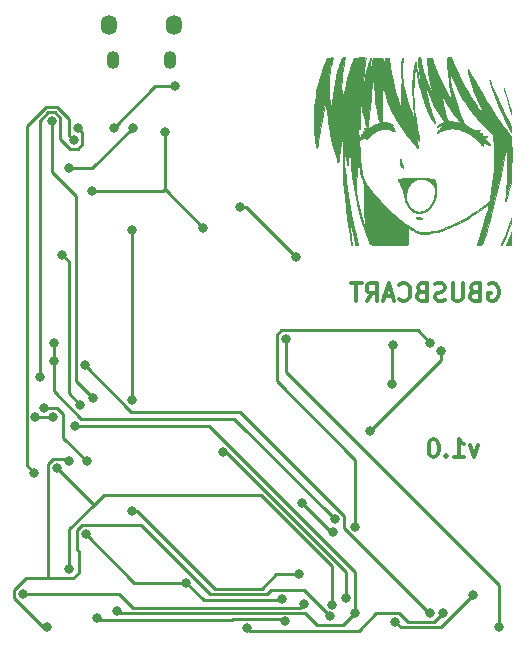
<source format=gbr>
%TF.GenerationSoftware,KiCad,Pcbnew,(6.0.9)*%
%TF.CreationDate,2023-01-10T17:41:50+01:00*%
%TF.ProjectId,gbcart,67626361-7274-42e6-9b69-6361645f7063,rev?*%
%TF.SameCoordinates,Original*%
%TF.FileFunction,Copper,L2,Bot*%
%TF.FilePolarity,Positive*%
%FSLAX46Y46*%
G04 Gerber Fmt 4.6, Leading zero omitted, Abs format (unit mm)*
G04 Created by KiCad (PCBNEW (6.0.9)) date 2023-01-10 17:41:50*
%MOMM*%
%LPD*%
G01*
G04 APERTURE LIST*
%ADD10C,0.300000*%
%TA.AperFunction,NonConductor*%
%ADD11C,0.300000*%
%TD*%
%TA.AperFunction,EtchedComponent*%
%ADD12C,0.010000*%
%TD*%
%TA.AperFunction,ComponentPad*%
%ADD13O,1.100000X1.500000*%
%TD*%
%TA.AperFunction,ComponentPad*%
%ADD14O,1.350000X1.700000*%
%TD*%
%TA.AperFunction,ViaPad*%
%ADD15C,0.800000*%
%TD*%
%TA.AperFunction,Conductor*%
%ADD16C,0.250000*%
%TD*%
G04 APERTURE END LIST*
D10*
D11*
X143874857Y-97468571D02*
X143517714Y-98468571D01*
X143160571Y-97468571D01*
X141803428Y-98468571D02*
X142660571Y-98468571D01*
X142232000Y-98468571D02*
X142232000Y-96968571D01*
X142374857Y-97182857D01*
X142517714Y-97325714D01*
X142660571Y-97397142D01*
X141160571Y-98325714D02*
X141089142Y-98397142D01*
X141160571Y-98468571D01*
X141232000Y-98397142D01*
X141160571Y-98325714D01*
X141160571Y-98468571D01*
X140160571Y-96968571D02*
X140017714Y-96968571D01*
X139874857Y-97040000D01*
X139803428Y-97111428D01*
X139732000Y-97254285D01*
X139660571Y-97540000D01*
X139660571Y-97897142D01*
X139732000Y-98182857D01*
X139803428Y-98325714D01*
X139874857Y-98397142D01*
X140017714Y-98468571D01*
X140160571Y-98468571D01*
X140303428Y-98397142D01*
X140374857Y-98325714D01*
X140446285Y-98182857D01*
X140517714Y-97897142D01*
X140517714Y-97540000D01*
X140446285Y-97254285D01*
X140374857Y-97111428D01*
X140303428Y-97040000D01*
X140160571Y-96968571D01*
D10*
D11*
X144767428Y-83832000D02*
X144910285Y-83760571D01*
X145124571Y-83760571D01*
X145338857Y-83832000D01*
X145481714Y-83974857D01*
X145553142Y-84117714D01*
X145624571Y-84403428D01*
X145624571Y-84617714D01*
X145553142Y-84903428D01*
X145481714Y-85046285D01*
X145338857Y-85189142D01*
X145124571Y-85260571D01*
X144981714Y-85260571D01*
X144767428Y-85189142D01*
X144696000Y-85117714D01*
X144696000Y-84617714D01*
X144981714Y-84617714D01*
X143553142Y-84474857D02*
X143338857Y-84546285D01*
X143267428Y-84617714D01*
X143196000Y-84760571D01*
X143196000Y-84974857D01*
X143267428Y-85117714D01*
X143338857Y-85189142D01*
X143481714Y-85260571D01*
X144053142Y-85260571D01*
X144053142Y-83760571D01*
X143553142Y-83760571D01*
X143410285Y-83832000D01*
X143338857Y-83903428D01*
X143267428Y-84046285D01*
X143267428Y-84189142D01*
X143338857Y-84332000D01*
X143410285Y-84403428D01*
X143553142Y-84474857D01*
X144053142Y-84474857D01*
X142553142Y-83760571D02*
X142553142Y-84974857D01*
X142481714Y-85117714D01*
X142410285Y-85189142D01*
X142267428Y-85260571D01*
X141981714Y-85260571D01*
X141838857Y-85189142D01*
X141767428Y-85117714D01*
X141696000Y-84974857D01*
X141696000Y-83760571D01*
X141053142Y-85189142D02*
X140838857Y-85260571D01*
X140481714Y-85260571D01*
X140338857Y-85189142D01*
X140267428Y-85117714D01*
X140196000Y-84974857D01*
X140196000Y-84832000D01*
X140267428Y-84689142D01*
X140338857Y-84617714D01*
X140481714Y-84546285D01*
X140767428Y-84474857D01*
X140910285Y-84403428D01*
X140981714Y-84332000D01*
X141053142Y-84189142D01*
X141053142Y-84046285D01*
X140981714Y-83903428D01*
X140910285Y-83832000D01*
X140767428Y-83760571D01*
X140410285Y-83760571D01*
X140196000Y-83832000D01*
X139053142Y-84474857D02*
X138838857Y-84546285D01*
X138767428Y-84617714D01*
X138696000Y-84760571D01*
X138696000Y-84974857D01*
X138767428Y-85117714D01*
X138838857Y-85189142D01*
X138981714Y-85260571D01*
X139553142Y-85260571D01*
X139553142Y-83760571D01*
X139053142Y-83760571D01*
X138910285Y-83832000D01*
X138838857Y-83903428D01*
X138767428Y-84046285D01*
X138767428Y-84189142D01*
X138838857Y-84332000D01*
X138910285Y-84403428D01*
X139053142Y-84474857D01*
X139553142Y-84474857D01*
X137196000Y-85117714D02*
X137267428Y-85189142D01*
X137481714Y-85260571D01*
X137624571Y-85260571D01*
X137838857Y-85189142D01*
X137981714Y-85046285D01*
X138053142Y-84903428D01*
X138124571Y-84617714D01*
X138124571Y-84403428D01*
X138053142Y-84117714D01*
X137981714Y-83974857D01*
X137838857Y-83832000D01*
X137624571Y-83760571D01*
X137481714Y-83760571D01*
X137267428Y-83832000D01*
X137196000Y-83903428D01*
X136624571Y-84832000D02*
X135910285Y-84832000D01*
X136767428Y-85260571D02*
X136267428Y-83760571D01*
X135767428Y-85260571D01*
X134410285Y-85260571D02*
X134910285Y-84546285D01*
X135267428Y-85260571D02*
X135267428Y-83760571D01*
X134696000Y-83760571D01*
X134553142Y-83832000D01*
X134481714Y-83903428D01*
X134410285Y-84046285D01*
X134410285Y-84260571D01*
X134481714Y-84403428D01*
X134553142Y-84474857D01*
X134696000Y-84546285D01*
X135267428Y-84546285D01*
X133981714Y-83760571D02*
X133124571Y-83760571D01*
X133553142Y-85260571D02*
X133553142Y-83760571D01*
%TO.C,REF\u002A\u002A*%
G36*
X137284238Y-73235468D02*
G01*
X137287556Y-73236039D01*
X137290583Y-73237062D01*
X137293343Y-73238595D01*
X137295859Y-73240696D01*
X137298155Y-73243424D01*
X137300255Y-73246836D01*
X137302182Y-73250992D01*
X137303960Y-73255948D01*
X137305613Y-73261765D01*
X137307163Y-73268499D01*
X137308636Y-73276209D01*
X137310055Y-73284953D01*
X137311443Y-73294790D01*
X137314222Y-73317973D01*
X137316721Y-73336665D01*
X137320263Y-73357098D01*
X137330267Y-73402546D01*
X137343815Y-73453030D01*
X137360490Y-73507264D01*
X137379873Y-73563960D01*
X137401546Y-73621832D01*
X137425091Y-73679594D01*
X137450089Y-73735959D01*
X137462382Y-73762669D01*
X137473414Y-73787029D01*
X137483225Y-73809169D01*
X137491855Y-73829217D01*
X137499346Y-73847303D01*
X137505738Y-73863558D01*
X137511071Y-73878110D01*
X137515385Y-73891090D01*
X137518721Y-73902627D01*
X137520035Y-73907895D01*
X137521120Y-73912851D01*
X137521981Y-73917511D01*
X137522622Y-73921891D01*
X137523050Y-73926007D01*
X137523268Y-73929877D01*
X137523282Y-73933515D01*
X137523097Y-73936939D01*
X137522718Y-73940163D01*
X137522151Y-73943206D01*
X137521399Y-73946082D01*
X137520469Y-73948808D01*
X137519366Y-73951400D01*
X137518093Y-73953875D01*
X137515405Y-73958630D01*
X137512956Y-73962756D01*
X137510660Y-73966257D01*
X137508428Y-73969138D01*
X137507309Y-73970347D01*
X137506174Y-73971402D01*
X137505011Y-73972304D01*
X137503810Y-73973053D01*
X137502560Y-73973650D01*
X137501249Y-73974095D01*
X137499867Y-73974389D01*
X137498403Y-73974532D01*
X137496846Y-73974525D01*
X137495185Y-73974368D01*
X137493409Y-73974062D01*
X137491508Y-73973607D01*
X137487283Y-73972253D01*
X137482425Y-73970310D01*
X137476844Y-73967781D01*
X137470454Y-73964672D01*
X137454897Y-73956724D01*
X137445779Y-73951383D01*
X137435737Y-73944366D01*
X137424901Y-73935818D01*
X137413400Y-73925883D01*
X137401364Y-73914705D01*
X137388924Y-73902431D01*
X137376208Y-73889205D01*
X137363348Y-73875172D01*
X137350471Y-73860476D01*
X137337709Y-73845262D01*
X137325192Y-73829676D01*
X137313047Y-73813863D01*
X137301407Y-73797966D01*
X137290400Y-73782132D01*
X137280156Y-73766504D01*
X137270806Y-73751228D01*
X137265791Y-73741458D01*
X137261145Y-73729907D01*
X137252952Y-73702007D01*
X137246205Y-73668626D01*
X137240883Y-73630863D01*
X137236966Y-73589813D01*
X137234432Y-73546576D01*
X137233261Y-73502247D01*
X137233432Y-73457926D01*
X137234923Y-73414708D01*
X137237715Y-73373692D01*
X137241787Y-73335976D01*
X137247117Y-73302656D01*
X137253684Y-73274830D01*
X137257426Y-73263320D01*
X137261469Y-73253595D01*
X137265811Y-73245793D01*
X137270449Y-73240050D01*
X137275381Y-73236503D01*
X137280605Y-73235290D01*
X137284238Y-73235468D01*
G37*
D12*
X137284238Y-73235468D02*
X137287556Y-73236039D01*
X137290583Y-73237062D01*
X137293343Y-73238595D01*
X137295859Y-73240696D01*
X137298155Y-73243424D01*
X137300255Y-73246836D01*
X137302182Y-73250992D01*
X137303960Y-73255948D01*
X137305613Y-73261765D01*
X137307163Y-73268499D01*
X137308636Y-73276209D01*
X137310055Y-73284953D01*
X137311443Y-73294790D01*
X137314222Y-73317973D01*
X137316721Y-73336665D01*
X137320263Y-73357098D01*
X137330267Y-73402546D01*
X137343815Y-73453030D01*
X137360490Y-73507264D01*
X137379873Y-73563960D01*
X137401546Y-73621832D01*
X137425091Y-73679594D01*
X137450089Y-73735959D01*
X137462382Y-73762669D01*
X137473414Y-73787029D01*
X137483225Y-73809169D01*
X137491855Y-73829217D01*
X137499346Y-73847303D01*
X137505738Y-73863558D01*
X137511071Y-73878110D01*
X137515385Y-73891090D01*
X137518721Y-73902627D01*
X137520035Y-73907895D01*
X137521120Y-73912851D01*
X137521981Y-73917511D01*
X137522622Y-73921891D01*
X137523050Y-73926007D01*
X137523268Y-73929877D01*
X137523282Y-73933515D01*
X137523097Y-73936939D01*
X137522718Y-73940163D01*
X137522151Y-73943206D01*
X137521399Y-73946082D01*
X137520469Y-73948808D01*
X137519366Y-73951400D01*
X137518093Y-73953875D01*
X137515405Y-73958630D01*
X137512956Y-73962756D01*
X137510660Y-73966257D01*
X137508428Y-73969138D01*
X137507309Y-73970347D01*
X137506174Y-73971402D01*
X137505011Y-73972304D01*
X137503810Y-73973053D01*
X137502560Y-73973650D01*
X137501249Y-73974095D01*
X137499867Y-73974389D01*
X137498403Y-73974532D01*
X137496846Y-73974525D01*
X137495185Y-73974368D01*
X137493409Y-73974062D01*
X137491508Y-73973607D01*
X137487283Y-73972253D01*
X137482425Y-73970310D01*
X137476844Y-73967781D01*
X137470454Y-73964672D01*
X137454897Y-73956724D01*
X137445779Y-73951383D01*
X137435737Y-73944366D01*
X137424901Y-73935818D01*
X137413400Y-73925883D01*
X137401364Y-73914705D01*
X137388924Y-73902431D01*
X137376208Y-73889205D01*
X137363348Y-73875172D01*
X137350471Y-73860476D01*
X137337709Y-73845262D01*
X137325192Y-73829676D01*
X137313047Y-73813863D01*
X137301407Y-73797966D01*
X137290400Y-73782132D01*
X137280156Y-73766504D01*
X137270806Y-73751228D01*
X137265791Y-73741458D01*
X137261145Y-73729907D01*
X137252952Y-73702007D01*
X137246205Y-73668626D01*
X137240883Y-73630863D01*
X137236966Y-73589813D01*
X137234432Y-73546576D01*
X137233261Y-73502247D01*
X137233432Y-73457926D01*
X137234923Y-73414708D01*
X137237715Y-73373692D01*
X137241787Y-73335976D01*
X137247117Y-73302656D01*
X137253684Y-73274830D01*
X137257426Y-73263320D01*
X137261469Y-73253595D01*
X137265811Y-73245793D01*
X137270449Y-73240050D01*
X137275381Y-73236503D01*
X137280605Y-73235290D01*
X137284238Y-73235468D01*
G36*
X146034772Y-67221215D02*
G01*
X146035834Y-67222662D01*
X146038869Y-67228679D01*
X146043118Y-67238937D01*
X146048582Y-67253530D01*
X146055262Y-67272550D01*
X146072265Y-67324244D01*
X146244346Y-67851020D01*
X146509002Y-68664614D01*
X146655710Y-69120069D01*
X146657759Y-69126973D01*
X146659727Y-69134800D01*
X146663387Y-69152963D01*
X146666635Y-69174024D01*
X146669416Y-69197452D01*
X146671675Y-69222714D01*
X146673357Y-69249276D01*
X146674407Y-69276608D01*
X146674769Y-69304175D01*
X146674670Y-69329278D01*
X146674385Y-69352480D01*
X146673935Y-69373287D01*
X146673340Y-69391209D01*
X146672619Y-69405752D01*
X146671793Y-69416424D01*
X146671347Y-69420155D01*
X146670882Y-69422734D01*
X146670400Y-69424099D01*
X146670154Y-69424307D01*
X146669904Y-69424189D01*
X146659975Y-69394386D01*
X146636534Y-69317315D01*
X146563136Y-69068103D01*
X146383957Y-68452947D01*
X146211856Y-67857635D01*
X146131743Y-67579542D01*
X146072293Y-67375364D01*
X146055285Y-67316088D01*
X146043135Y-67270438D01*
X146038882Y-67252954D01*
X146035843Y-67239155D01*
X146034019Y-67229133D01*
X146033409Y-67222982D01*
X146033560Y-67221387D01*
X146034014Y-67220794D01*
X146034772Y-67221215D01*
G37*
X146034772Y-67221215D02*
X146035834Y-67222662D01*
X146038869Y-67228679D01*
X146043118Y-67238937D01*
X146048582Y-67253530D01*
X146055262Y-67272550D01*
X146072265Y-67324244D01*
X146244346Y-67851020D01*
X146509002Y-68664614D01*
X146655710Y-69120069D01*
X146657759Y-69126973D01*
X146659727Y-69134800D01*
X146663387Y-69152963D01*
X146666635Y-69174024D01*
X146669416Y-69197452D01*
X146671675Y-69222714D01*
X146673357Y-69249276D01*
X146674407Y-69276608D01*
X146674769Y-69304175D01*
X146674670Y-69329278D01*
X146674385Y-69352480D01*
X146673935Y-69373287D01*
X146673340Y-69391209D01*
X146672619Y-69405752D01*
X146671793Y-69416424D01*
X146671347Y-69420155D01*
X146670882Y-69422734D01*
X146670400Y-69424099D01*
X146670154Y-69424307D01*
X146669904Y-69424189D01*
X146659975Y-69394386D01*
X146636534Y-69317315D01*
X146563136Y-69068103D01*
X146383957Y-68452947D01*
X146211856Y-67857635D01*
X146131743Y-67579542D01*
X146072293Y-67375364D01*
X146055285Y-67316088D01*
X146043135Y-67270438D01*
X146038882Y-67252954D01*
X146035843Y-67239155D01*
X146034019Y-67229133D01*
X146033409Y-67222982D01*
X146033560Y-67221387D01*
X146034014Y-67220794D01*
X146034772Y-67221215D01*
G36*
X144818061Y-66543091D02*
G01*
X144818496Y-66543195D01*
X144818945Y-66543361D01*
X144819406Y-66543586D01*
X144819879Y-66543871D01*
X144820855Y-66544611D01*
X144821865Y-66545573D01*
X144822901Y-66546746D01*
X144823956Y-66548121D01*
X144825022Y-66549688D01*
X144826090Y-66551438D01*
X144827153Y-66553361D01*
X144828202Y-66555447D01*
X144829231Y-66557688D01*
X144830230Y-66560072D01*
X144831193Y-66562590D01*
X145070461Y-67117930D01*
X145378259Y-67817947D01*
X145457951Y-67996541D01*
X145508992Y-68110560D01*
X145553296Y-68208208D01*
X145595895Y-68301970D01*
X145642835Y-68406645D01*
X145852922Y-68867439D01*
X146071128Y-69337643D01*
X146100045Y-69398899D01*
X146123725Y-69449555D01*
X146139726Y-69484351D01*
X146144082Y-69494156D01*
X146145602Y-69498023D01*
X146262327Y-69742965D01*
X146527555Y-70289646D01*
X146576146Y-70389786D01*
X146595805Y-70431124D01*
X146612659Y-70467648D01*
X146626924Y-70500115D01*
X146638815Y-70529280D01*
X146648548Y-70555898D01*
X146656337Y-70580726D01*
X146662399Y-70604519D01*
X146666947Y-70628033D01*
X146670199Y-70652025D01*
X146672368Y-70677248D01*
X146673670Y-70704460D01*
X146674321Y-70734416D01*
X146674529Y-70805584D01*
X146674884Y-70889116D01*
X146673460Y-70946809D01*
X146670815Y-70964478D01*
X146668788Y-70970257D01*
X146666206Y-70973900D01*
X146663007Y-70975334D01*
X146659127Y-70974482D01*
X146654503Y-70971271D01*
X146649072Y-70965627D01*
X146635533Y-70946740D01*
X146618005Y-70917226D01*
X146568956Y-70823934D01*
X146400706Y-70483624D01*
X146220142Y-70112221D01*
X146046625Y-69744455D01*
X145880486Y-69381085D01*
X145722052Y-69022867D01*
X145571652Y-68670557D01*
X145429616Y-68324912D01*
X145296272Y-67986689D01*
X145171950Y-67656644D01*
X145119954Y-67510873D01*
X145061394Y-67339823D01*
X144941981Y-66976256D01*
X144889829Y-66810922D01*
X144848512Y-66674676D01*
X144822382Y-66581112D01*
X144816371Y-66554583D01*
X144815787Y-66543821D01*
X144816121Y-66543532D01*
X144816474Y-66543312D01*
X144816846Y-66543159D01*
X144817234Y-66543072D01*
X144817640Y-66543050D01*
X144818061Y-66543091D01*
G37*
X144818061Y-66543091D02*
X144818496Y-66543195D01*
X144818945Y-66543361D01*
X144819406Y-66543586D01*
X144819879Y-66543871D01*
X144820855Y-66544611D01*
X144821865Y-66545573D01*
X144822901Y-66546746D01*
X144823956Y-66548121D01*
X144825022Y-66549688D01*
X144826090Y-66551438D01*
X144827153Y-66553361D01*
X144828202Y-66555447D01*
X144829231Y-66557688D01*
X144830230Y-66560072D01*
X144831193Y-66562590D01*
X145070461Y-67117930D01*
X145378259Y-67817947D01*
X145457951Y-67996541D01*
X145508992Y-68110560D01*
X145553296Y-68208208D01*
X145595895Y-68301970D01*
X145642835Y-68406645D01*
X145852922Y-68867439D01*
X146071128Y-69337643D01*
X146100045Y-69398899D01*
X146123725Y-69449555D01*
X146139726Y-69484351D01*
X146144082Y-69494156D01*
X146145602Y-69498023D01*
X146262327Y-69742965D01*
X146527555Y-70289646D01*
X146576146Y-70389786D01*
X146595805Y-70431124D01*
X146612659Y-70467648D01*
X146626924Y-70500115D01*
X146638815Y-70529280D01*
X146648548Y-70555898D01*
X146656337Y-70580726D01*
X146662399Y-70604519D01*
X146666947Y-70628033D01*
X146670199Y-70652025D01*
X146672368Y-70677248D01*
X146673670Y-70704460D01*
X146674321Y-70734416D01*
X146674529Y-70805584D01*
X146674884Y-70889116D01*
X146673460Y-70946809D01*
X146670815Y-70964478D01*
X146668788Y-70970257D01*
X146666206Y-70973900D01*
X146663007Y-70975334D01*
X146659127Y-70974482D01*
X146654503Y-70971271D01*
X146649072Y-70965627D01*
X146635533Y-70946740D01*
X146618005Y-70917226D01*
X146568956Y-70823934D01*
X146400706Y-70483624D01*
X146220142Y-70112221D01*
X146046625Y-69744455D01*
X145880486Y-69381085D01*
X145722052Y-69022867D01*
X145571652Y-68670557D01*
X145429616Y-68324912D01*
X145296272Y-67986689D01*
X145171950Y-67656644D01*
X145119954Y-67510873D01*
X145061394Y-67339823D01*
X144941981Y-66976256D01*
X144889829Y-66810922D01*
X144848512Y-66674676D01*
X144822382Y-66581112D01*
X144816371Y-66554583D01*
X144815787Y-66543821D01*
X144816121Y-66543532D01*
X144816474Y-66543312D01*
X144816846Y-66543159D01*
X144817234Y-66543072D01*
X144817640Y-66543050D01*
X144818061Y-66543091D01*
G36*
X146052832Y-73091205D02*
G01*
X145946371Y-73620598D01*
X145854864Y-74068728D01*
X145762059Y-74518520D01*
X145625928Y-75159255D01*
X145440040Y-75987264D01*
X145239692Y-76848193D01*
X145060185Y-77587686D01*
X144966440Y-77953685D01*
X144862864Y-78346394D01*
X144768701Y-78693786D01*
X144703197Y-78923833D01*
X144623227Y-79188415D01*
X144567536Y-79368982D01*
X144510016Y-79547704D01*
X144451682Y-79721738D01*
X144393548Y-79888239D01*
X144336628Y-80044363D01*
X144281935Y-80187267D01*
X144230486Y-80314105D01*
X144183293Y-80422035D01*
X144183295Y-80422035D01*
X144178456Y-80430380D01*
X144171700Y-80438668D01*
X144163162Y-80446870D01*
X144152980Y-80454957D01*
X144141287Y-80462900D01*
X144128221Y-80470669D01*
X144098510Y-80485568D01*
X144064933Y-80499419D01*
X144028576Y-80511988D01*
X143990526Y-80523040D01*
X143951869Y-80532339D01*
X143913691Y-80539651D01*
X143877080Y-80544741D01*
X143843120Y-80547375D01*
X143812899Y-80547317D01*
X143799530Y-80546205D01*
X143787502Y-80544332D01*
X143776953Y-80541669D01*
X143768017Y-80538186D01*
X143760830Y-80533853D01*
X143755529Y-80528643D01*
X143752249Y-80522525D01*
X143751125Y-80515469D01*
X143756225Y-80493032D01*
X143771034Y-80440894D01*
X143826818Y-80257078D01*
X144022366Y-79638206D01*
X144276922Y-78834116D01*
X144375074Y-78514158D01*
X144458154Y-78233944D01*
X144529423Y-77982237D01*
X144592143Y-77747801D01*
X144649573Y-77519401D01*
X144704973Y-77285801D01*
X144725957Y-77194764D01*
X144734076Y-77158441D01*
X144740525Y-77127856D01*
X144745239Y-77102717D01*
X144746925Y-77092097D01*
X144748152Y-77082728D01*
X144748913Y-77074573D01*
X144749199Y-77067596D01*
X144749001Y-77061760D01*
X144748313Y-77057028D01*
X144747125Y-77053363D01*
X144746341Y-77051919D01*
X144745429Y-77050729D01*
X144744388Y-77049787D01*
X144743217Y-77049088D01*
X144741915Y-77048629D01*
X144740481Y-77048405D01*
X144738914Y-77048411D01*
X144737213Y-77048642D01*
X144733404Y-77049763D01*
X144729046Y-77051731D01*
X144724132Y-77054509D01*
X144718652Y-77058061D01*
X144712599Y-77062349D01*
X144698740Y-77072989D01*
X144663779Y-77101495D01*
X144609391Y-77144870D01*
X144537790Y-77200123D01*
X144358857Y-77334477D01*
X144158791Y-77480981D01*
X143969406Y-77616061D01*
X143667288Y-77822238D01*
X143362972Y-78019169D01*
X143057433Y-78206435D01*
X142751649Y-78383618D01*
X142446597Y-78550297D01*
X142143251Y-78706053D01*
X141842591Y-78850467D01*
X141545591Y-78983119D01*
X141253228Y-79103590D01*
X140966480Y-79211460D01*
X140686322Y-79306311D01*
X140413731Y-79387722D01*
X140149685Y-79455274D01*
X139895158Y-79508548D01*
X139651129Y-79547124D01*
X139418573Y-79570583D01*
X139328779Y-79575586D01*
X139243533Y-79577588D01*
X139162078Y-79576351D01*
X139083657Y-79571637D01*
X139007510Y-79563207D01*
X138932880Y-79550824D01*
X138859010Y-79534248D01*
X138785141Y-79513242D01*
X138710515Y-79487568D01*
X138634375Y-79456986D01*
X138555963Y-79421260D01*
X138474521Y-79380150D01*
X138389290Y-79333419D01*
X138299513Y-79280828D01*
X138204433Y-79222139D01*
X138103291Y-79157114D01*
X137981763Y-79077835D01*
X137923228Y-79039984D01*
X137921658Y-79039496D01*
X137920962Y-79039658D01*
X137920326Y-79040090D01*
X137919233Y-79041762D01*
X137918377Y-79044508D01*
X137917760Y-79048323D01*
X137917380Y-79053202D01*
X137917332Y-79066140D01*
X137918234Y-79083286D01*
X137920085Y-79104607D01*
X137922883Y-79130068D01*
X137926628Y-79159636D01*
X137934420Y-79226038D01*
X137940954Y-79298335D01*
X137950307Y-79456896D01*
X137954794Y-79627881D01*
X137954528Y-79803854D01*
X137949618Y-79977375D01*
X137940173Y-80141008D01*
X137926305Y-80287315D01*
X137917746Y-80351648D01*
X137908123Y-80408859D01*
X137897734Y-80447078D01*
X137887391Y-80462528D01*
X137870458Y-80475758D01*
X137844566Y-80486933D01*
X137807346Y-80496217D01*
X137756429Y-80503775D01*
X137689445Y-80509771D01*
X137497804Y-80517740D01*
X137213471Y-80521440D01*
X136290923Y-80521307D01*
X135764187Y-80519656D01*
X135550665Y-80517918D01*
X135367051Y-80515024D01*
X135285680Y-80513014D01*
X135210851Y-80510561D01*
X135142252Y-80507612D01*
X135079571Y-80504117D01*
X135022498Y-80500024D01*
X134970719Y-80495281D01*
X134923925Y-80489837D01*
X134881802Y-80483641D01*
X134844040Y-80476640D01*
X134810326Y-80468784D01*
X134780350Y-80460021D01*
X134753798Y-80450299D01*
X134730361Y-80439567D01*
X134719712Y-80433806D01*
X134709726Y-80427774D01*
X134700361Y-80421463D01*
X134691581Y-80414868D01*
X134683345Y-80407981D01*
X134675615Y-80400797D01*
X134661516Y-80385511D01*
X134648972Y-80368957D01*
X134637673Y-80351084D01*
X134627306Y-80331840D01*
X134617559Y-80311175D01*
X134608121Y-80289037D01*
X134588926Y-80240134D01*
X134264176Y-79341529D01*
X133974861Y-78428265D01*
X133722001Y-77505168D01*
X133506617Y-76577066D01*
X133344842Y-75728094D01*
X133516887Y-75728094D01*
X133521872Y-75889297D01*
X133531018Y-76035219D01*
X133544471Y-76163402D01*
X133562379Y-76271384D01*
X133636166Y-76616002D01*
X133713483Y-76957501D01*
X133793795Y-77293803D01*
X133876564Y-77622829D01*
X133961255Y-77942502D01*
X134047330Y-78250743D01*
X134134254Y-78545473D01*
X134221488Y-78824614D01*
X134221489Y-78824612D01*
X134240116Y-78881550D01*
X134248573Y-78906773D01*
X134256172Y-78929006D01*
X134262699Y-78947629D01*
X134267941Y-78962023D01*
X134271683Y-78971568D01*
X134272924Y-78974329D01*
X134273711Y-78975645D01*
X134275080Y-78976738D01*
X134276231Y-78976627D01*
X134277805Y-78970723D01*
X134278291Y-78953799D01*
X134277550Y-78921717D01*
X134271816Y-78795539D01*
X134259471Y-78559103D01*
X134224193Y-77839068D01*
X134196153Y-77146229D01*
X134175107Y-76473795D01*
X134160811Y-75814978D01*
X134156956Y-75594153D01*
X134155106Y-75504203D01*
X134153140Y-75426281D01*
X134150930Y-75359178D01*
X134148351Y-75301683D01*
X134145274Y-75252586D01*
X134141574Y-75210678D01*
X134139451Y-75192041D01*
X134137124Y-75174748D01*
X134134578Y-75158647D01*
X134131797Y-75143587D01*
X134128766Y-75129417D01*
X134125467Y-75115986D01*
X134121886Y-75103141D01*
X134118006Y-75090732D01*
X134113813Y-75078609D01*
X134109289Y-75066618D01*
X134099188Y-75042434D01*
X134087576Y-75016968D01*
X134074328Y-74989011D01*
X134018005Y-74861405D01*
X133992662Y-74795955D01*
X133969032Y-74728622D01*
X133946992Y-74658816D01*
X133926419Y-74585950D01*
X133889178Y-74428680D01*
X133856318Y-74252101D01*
X133826852Y-74051502D01*
X133799790Y-73822174D01*
X133774143Y-73559405D01*
X133768590Y-73498512D01*
X133764058Y-73454250D01*
X133762007Y-73438127D01*
X133760009Y-73425888D01*
X133757996Y-73417441D01*
X133756964Y-73414610D01*
X133755903Y-73412694D01*
X133754804Y-73411680D01*
X133753660Y-73411556D01*
X133752462Y-73412312D01*
X133751201Y-73413936D01*
X133749870Y-73416416D01*
X133748459Y-73419742D01*
X133745365Y-73428882D01*
X133741853Y-73441266D01*
X133737854Y-73456801D01*
X133728131Y-73496961D01*
X133694646Y-73649703D01*
X133663560Y-73816677D01*
X133635017Y-73995423D01*
X133609167Y-74183482D01*
X133566128Y-74577701D01*
X133535618Y-74979660D01*
X133518813Y-75369682D01*
X133516887Y-75728094D01*
X133344842Y-75728094D01*
X133329730Y-75648788D01*
X133192358Y-74725162D01*
X133095523Y-73811015D01*
X133062625Y-73359006D01*
X133040244Y-72911176D01*
X133036500Y-72824775D01*
X133032744Y-72763060D01*
X133030818Y-72741459D01*
X133028837Y-72726030D01*
X133026784Y-72716773D01*
X133025724Y-72714459D01*
X133024640Y-72713687D01*
X133023529Y-72714459D01*
X133022389Y-72716773D01*
X133020014Y-72726030D01*
X133017496Y-72741459D01*
X133014819Y-72763060D01*
X133008916Y-72824775D01*
X133002166Y-72911176D01*
X133000485Y-72931381D01*
X132998489Y-72950491D01*
X132996194Y-72968497D01*
X132993620Y-72985390D01*
X132990784Y-73001163D01*
X132987703Y-73015806D01*
X132984396Y-73029310D01*
X132980880Y-73041666D01*
X132977172Y-73052867D01*
X132973292Y-73062903D01*
X132969255Y-73071765D01*
X132965081Y-73079444D01*
X132960787Y-73085933D01*
X132956391Y-73091222D01*
X132951910Y-73095302D01*
X132947362Y-73098165D01*
X132942766Y-73099802D01*
X132938138Y-73100204D01*
X132933497Y-73099363D01*
X132928861Y-73097269D01*
X132924246Y-73093914D01*
X132919671Y-73089289D01*
X132915154Y-73083386D01*
X132910713Y-73076195D01*
X132906365Y-73067709D01*
X132902127Y-73057918D01*
X132898019Y-73046813D01*
X132894057Y-73034386D01*
X132890259Y-73020628D01*
X132886643Y-73005530D01*
X132883227Y-72989083D01*
X132880029Y-72971280D01*
X132876735Y-72953773D01*
X132873636Y-72941897D01*
X132870731Y-72935640D01*
X132869351Y-72934617D01*
X132868021Y-72934994D01*
X132865508Y-72939946D01*
X132863191Y-72950487D01*
X132859151Y-72988293D01*
X132855908Y-73048328D01*
X132853468Y-73130508D01*
X132851837Y-73234749D01*
X132851020Y-73360968D01*
X132850732Y-73427665D01*
X132850263Y-73487649D01*
X132849589Y-73541171D01*
X132848685Y-73588487D01*
X132847524Y-73629850D01*
X132846082Y-73665513D01*
X132845247Y-73681286D01*
X132844333Y-73695730D01*
X132843335Y-73708875D01*
X132842251Y-73720755D01*
X132841078Y-73731399D01*
X132839811Y-73740840D01*
X132838450Y-73749110D01*
X132836989Y-73756241D01*
X132835426Y-73762263D01*
X132833757Y-73767210D01*
X132831980Y-73771112D01*
X132831050Y-73772681D01*
X132830092Y-73774001D01*
X132829104Y-73775076D01*
X132828088Y-73775909D01*
X132827042Y-73776505D01*
X132825967Y-73776868D01*
X132824861Y-73777001D01*
X132823724Y-73776909D01*
X132822556Y-73776595D01*
X132821357Y-73776063D01*
X132820125Y-73775319D01*
X132818862Y-73774364D01*
X132816236Y-73771842D01*
X132813477Y-73768530D01*
X132810580Y-73764458D01*
X132801173Y-73746852D01*
X132790785Y-73720934D01*
X132767429Y-73645891D01*
X132741239Y-73542795D01*
X132712943Y-73415112D01*
X132683266Y-73266308D01*
X132652935Y-73099849D01*
X132622678Y-72919201D01*
X132593220Y-72727831D01*
X132589204Y-72701476D01*
X132585159Y-72676589D01*
X132581192Y-72653737D01*
X132577416Y-72633485D01*
X132573939Y-72616400D01*
X132570872Y-72603048D01*
X132569526Y-72597949D01*
X132568324Y-72593995D01*
X132567279Y-72591258D01*
X132566406Y-72589807D01*
X132557661Y-72585806D01*
X132549691Y-72592339D01*
X132542480Y-72609797D01*
X132536013Y-72638571D01*
X132525249Y-72731639D01*
X132517277Y-72874676D01*
X132511974Y-73070816D01*
X132509218Y-73323194D01*
X132510853Y-74009197D01*
X132521343Y-74660230D01*
X132532999Y-74942446D01*
X132551465Y-75229318D01*
X132578640Y-75545990D01*
X132616427Y-75917604D01*
X132731440Y-76926228D01*
X132837302Y-77774876D01*
X132984468Y-78901799D01*
X133122936Y-79929771D01*
X133202703Y-80481566D01*
X133205136Y-80495757D01*
X133205890Y-80501499D01*
X133206237Y-80506422D01*
X133206233Y-80508596D01*
X133206098Y-80510589D01*
X133205824Y-80512409D01*
X133205400Y-80514064D01*
X133204817Y-80515561D01*
X133204065Y-80516908D01*
X133203135Y-80518114D01*
X133202018Y-80519186D01*
X133200703Y-80520132D01*
X133199182Y-80520960D01*
X133197445Y-80521678D01*
X133195483Y-80522293D01*
X133193285Y-80522814D01*
X133190844Y-80523248D01*
X133185188Y-80523889D01*
X133178442Y-80524277D01*
X133170527Y-80524477D01*
X133150892Y-80524560D01*
X133140863Y-80524528D01*
X133132006Y-80524395D01*
X133124238Y-80524106D01*
X133117472Y-80523608D01*
X133114439Y-80523264D01*
X133111625Y-80522846D01*
X133109019Y-80522350D01*
X133106611Y-80521767D01*
X133104390Y-80521091D01*
X133102345Y-80520315D01*
X133100467Y-80519433D01*
X133098744Y-80518438D01*
X133097166Y-80517322D01*
X133095723Y-80516080D01*
X133094402Y-80514703D01*
X133093195Y-80513187D01*
X133092091Y-80511523D01*
X133091078Y-80509705D01*
X133090146Y-80507726D01*
X133089285Y-80505580D01*
X133088485Y-80503260D01*
X133087733Y-80500758D01*
X133086337Y-80495184D01*
X133085011Y-80488805D01*
X133083671Y-80481566D01*
X132967464Y-79659429D01*
X132789727Y-78335135D01*
X132662738Y-77342417D01*
X132562613Y-76502153D01*
X132487136Y-75783476D01*
X132434091Y-75155518D01*
X132401261Y-74587413D01*
X132386431Y-74048294D01*
X132387385Y-73507293D01*
X132401905Y-72933543D01*
X132409438Y-72675727D01*
X132413028Y-72448494D01*
X132412429Y-72245937D01*
X132407397Y-72062145D01*
X132397685Y-71891208D01*
X132383048Y-71727218D01*
X132363241Y-71564264D01*
X132338017Y-71396437D01*
X132336581Y-71392562D01*
X132334448Y-71394074D01*
X132328202Y-71412537D01*
X132308567Y-71506159D01*
X132246950Y-71879693D01*
X132167393Y-72424499D01*
X132084123Y-73048033D01*
X132066161Y-73188015D01*
X132058608Y-73244836D01*
X132051793Y-73293666D01*
X132048612Y-73315269D01*
X132045556Y-73335094D01*
X132042604Y-73353217D01*
X132039736Y-73369711D01*
X132036932Y-73384650D01*
X132034173Y-73398107D01*
X132031438Y-73410157D01*
X132028707Y-73420873D01*
X132025960Y-73430328D01*
X132023178Y-73438598D01*
X132020339Y-73445755D01*
X132018892Y-73448939D01*
X132017424Y-73451873D01*
X132015932Y-73454566D01*
X132014413Y-73457027D01*
X132012866Y-73459265D01*
X132011287Y-73461289D01*
X132009673Y-73463110D01*
X132008024Y-73464735D01*
X132006335Y-73466174D01*
X132004605Y-73467436D01*
X132002830Y-73468532D01*
X132001009Y-73469469D01*
X131999139Y-73470257D01*
X131997218Y-73470905D01*
X131995242Y-73471423D01*
X131993210Y-73471819D01*
X131988966Y-73472285D01*
X131984465Y-73472377D01*
X131979689Y-73472168D01*
X131969225Y-73471143D01*
X131962805Y-73470272D01*
X131957007Y-73469050D01*
X131951701Y-73467213D01*
X131946756Y-73464501D01*
X131942042Y-73460652D01*
X131937427Y-73455403D01*
X131932782Y-73448494D01*
X131927976Y-73439661D01*
X131922877Y-73428644D01*
X131917356Y-73415181D01*
X131904522Y-73379867D01*
X131888431Y-73331627D01*
X131868035Y-73268364D01*
X131712386Y-72748245D01*
X131566394Y-72192839D01*
X131432169Y-71613299D01*
X131311824Y-71020780D01*
X131207470Y-70426436D01*
X131178192Y-70227854D01*
X133572682Y-70227854D01*
X133573529Y-70241733D01*
X133581023Y-70294975D01*
X133596470Y-70384370D01*
X133652264Y-70682060D01*
X133681305Y-70837346D01*
X133704919Y-70971876D01*
X133723881Y-71092034D01*
X133738968Y-71204205D01*
X133750956Y-71314773D01*
X133760621Y-71430123D01*
X133768739Y-71556639D01*
X133776086Y-71700706D01*
X133824832Y-72658458D01*
X133850046Y-73060161D01*
X133877300Y-73416628D01*
X133907704Y-73732515D01*
X133942368Y-74012481D01*
X133982403Y-74261185D01*
X134004781Y-74375269D01*
X134028917Y-74483285D01*
X134054952Y-74585814D01*
X134083023Y-74683438D01*
X134113268Y-74776740D01*
X134145828Y-74866303D01*
X134180840Y-74952708D01*
X134218444Y-75036539D01*
X134258778Y-75118376D01*
X134301980Y-75198802D01*
X134348190Y-75278401D01*
X134397547Y-75357753D01*
X134506254Y-75518048D01*
X134629211Y-75684346D01*
X134767529Y-75861306D01*
X134799279Y-75901446D01*
X134831207Y-75942263D01*
X134859598Y-75978982D01*
X134880738Y-76006827D01*
X135021999Y-76184666D01*
X135205576Y-76398106D01*
X135421887Y-76637132D01*
X135661349Y-76891728D01*
X135914380Y-77151878D01*
X136171398Y-77407567D01*
X136422818Y-77648779D01*
X136659059Y-77865498D01*
X136784906Y-77977946D01*
X136936132Y-78112367D01*
X137089206Y-78243950D01*
X137243187Y-78372052D01*
X137397133Y-78496027D01*
X137550102Y-78615229D01*
X137701152Y-78729013D01*
X137849342Y-78836732D01*
X137993729Y-78937743D01*
X138017669Y-78953799D01*
X138133372Y-79031398D01*
X138267329Y-79117053D01*
X138394657Y-79194062D01*
X138514416Y-79261779D01*
X138625663Y-79319559D01*
X138727456Y-79366757D01*
X138818853Y-79402726D01*
X138898913Y-79426822D01*
X138898913Y-79426823D01*
X138921493Y-79431665D01*
X138947970Y-79436259D01*
X139010550Y-79444588D01*
X139082516Y-79451569D01*
X139159733Y-79456966D01*
X139238067Y-79460539D01*
X139313382Y-79462050D01*
X139381543Y-79461260D01*
X139438415Y-79457931D01*
X139701736Y-79424940D01*
X139976703Y-79374565D01*
X140262211Y-79307320D01*
X140557152Y-79223721D01*
X140860422Y-79124284D01*
X141170914Y-79009523D01*
X141487523Y-78879954D01*
X141809142Y-78736092D01*
X142134667Y-78578452D01*
X142462990Y-78407549D01*
X142793006Y-78223900D01*
X143123609Y-78028018D01*
X143453693Y-77820419D01*
X143782152Y-77601619D01*
X144107881Y-77372133D01*
X144429774Y-77132475D01*
X144687742Y-76935275D01*
X144726930Y-76905405D01*
X144742766Y-76892745D01*
X144756459Y-76880838D01*
X144768284Y-76869110D01*
X144778514Y-76856987D01*
X144787421Y-76843895D01*
X144795279Y-76829261D01*
X144802360Y-76812511D01*
X144808938Y-76793071D01*
X144815286Y-76770368D01*
X144821676Y-76743829D01*
X144835679Y-76676944D01*
X144853129Y-76587827D01*
X144959211Y-75985582D01*
X145045561Y-75365190D01*
X145112102Y-74727993D01*
X145158761Y-74075333D01*
X145185463Y-73408552D01*
X145192134Y-72728993D01*
X145178698Y-72037996D01*
X145145081Y-71336906D01*
X145141001Y-71271960D01*
X145138895Y-71245521D01*
X145136343Y-71222369D01*
X145133045Y-71201953D01*
X145131023Y-71192598D01*
X145128701Y-71183721D01*
X145126043Y-71175252D01*
X145123010Y-71167122D01*
X145119566Y-71159262D01*
X145115672Y-71151604D01*
X145111291Y-71144078D01*
X145106386Y-71136616D01*
X145100918Y-71129148D01*
X145094851Y-71121606D01*
X145088146Y-71113920D01*
X145080767Y-71106022D01*
X145063834Y-71089314D01*
X145043750Y-71070930D01*
X145020215Y-71050317D01*
X144961592Y-71000203D01*
X144694571Y-70764204D01*
X144433926Y-70517703D01*
X144179859Y-70260985D01*
X143932568Y-69994339D01*
X143692254Y-69718051D01*
X143459116Y-69432409D01*
X143233355Y-69137698D01*
X143015170Y-68834207D01*
X142804760Y-68522223D01*
X142602327Y-68202031D01*
X142408070Y-67873920D01*
X142222188Y-67538177D01*
X142044881Y-67195087D01*
X141876350Y-66844939D01*
X141716794Y-66488019D01*
X141566413Y-66124614D01*
X141521351Y-66011218D01*
X141488230Y-65928230D01*
X141475570Y-65896910D01*
X141465203Y-65871718D01*
X141456898Y-65852162D01*
X141450426Y-65837751D01*
X141447804Y-65832321D01*
X141445555Y-65827993D01*
X141443647Y-65824706D01*
X141442054Y-65822397D01*
X141440745Y-65821007D01*
X141440189Y-65820636D01*
X141439693Y-65820472D01*
X141439254Y-65820507D01*
X141438868Y-65820733D01*
X141438241Y-65821726D01*
X141437784Y-65823392D01*
X141437468Y-65825668D01*
X141437143Y-65831807D01*
X141436915Y-65848707D01*
X141439559Y-65995199D01*
X141452882Y-66164599D01*
X141476297Y-66354648D01*
X141509217Y-66563088D01*
X141601222Y-67026105D01*
X141724199Y-67535579D01*
X141873453Y-68073440D01*
X142044286Y-68621618D01*
X142232001Y-69162043D01*
X142431902Y-69676645D01*
X142518739Y-69886148D01*
X142555080Y-69972527D01*
X142587344Y-70047828D01*
X142616010Y-70112931D01*
X142641560Y-70168714D01*
X142653316Y-70193385D01*
X142657996Y-70202895D01*
X142664473Y-70216056D01*
X142675091Y-70236836D01*
X142685229Y-70255836D01*
X142694949Y-70273165D01*
X142704310Y-70288932D01*
X142713373Y-70303249D01*
X142722196Y-70316224D01*
X142730840Y-70327967D01*
X142739366Y-70338589D01*
X142747833Y-70348200D01*
X142756302Y-70356908D01*
X142764832Y-70364824D01*
X142773483Y-70372057D01*
X142782316Y-70378719D01*
X142791390Y-70384917D01*
X142800766Y-70390763D01*
X142810504Y-70396366D01*
X142831304Y-70407282D01*
X142895255Y-70440113D01*
X142965256Y-70477343D01*
X143038845Y-70517577D01*
X143113564Y-70559422D01*
X143186952Y-70601486D01*
X143256550Y-70642373D01*
X143319897Y-70680691D01*
X143374535Y-70715046D01*
X143408274Y-70736448D01*
X143423193Y-70745574D01*
X143436995Y-70753730D01*
X143449816Y-70760974D01*
X143461795Y-70767366D01*
X143473068Y-70772965D01*
X143483773Y-70777831D01*
X143494046Y-70782021D01*
X143504025Y-70785597D01*
X143513847Y-70788616D01*
X143523650Y-70791139D01*
X143533570Y-70793223D01*
X143543744Y-70794930D01*
X143554310Y-70796317D01*
X143565406Y-70797444D01*
X143584861Y-70798616D01*
X143607663Y-70799035D01*
X143633219Y-70798762D01*
X143660934Y-70797855D01*
X143720462Y-70794381D01*
X143781492Y-70789091D01*
X143839267Y-70782461D01*
X143889033Y-70774968D01*
X143909427Y-70771048D01*
X143926034Y-70767091D01*
X143938261Y-70763157D01*
X143942546Y-70761217D01*
X143945514Y-70759305D01*
X143948163Y-70757213D01*
X143950704Y-70755436D01*
X143951939Y-70754668D01*
X143953154Y-70753979D01*
X143954352Y-70753371D01*
X143955535Y-70752844D01*
X143956704Y-70752399D01*
X143957864Y-70752035D01*
X143959016Y-70751754D01*
X143960162Y-70751555D01*
X143961305Y-70751438D01*
X143962448Y-70751405D01*
X143963593Y-70751456D01*
X143964742Y-70751590D01*
X143965899Y-70751809D01*
X143967064Y-70752113D01*
X143968241Y-70752501D01*
X143969432Y-70752976D01*
X143970640Y-70753536D01*
X143971867Y-70754182D01*
X143973115Y-70754915D01*
X143974387Y-70755734D01*
X143975686Y-70756641D01*
X143977013Y-70757636D01*
X143979765Y-70759891D01*
X143982660Y-70762500D01*
X143985720Y-70765469D01*
X143990796Y-70771284D01*
X143992777Y-70774197D01*
X143994383Y-70777119D01*
X143995610Y-70780052D01*
X143996455Y-70782999D01*
X143996916Y-70785963D01*
X143996989Y-70788947D01*
X143996671Y-70791954D01*
X143995959Y-70794987D01*
X143994850Y-70798050D01*
X143993341Y-70801144D01*
X143991429Y-70804274D01*
X143989110Y-70807441D01*
X143983243Y-70813903D01*
X143975714Y-70820553D01*
X143966498Y-70827416D01*
X143955572Y-70834515D01*
X143942911Y-70841874D01*
X143928490Y-70849519D01*
X143912284Y-70857472D01*
X143894269Y-70865757D01*
X143874421Y-70874400D01*
X143863393Y-70879509D01*
X143853923Y-70884775D01*
X143845974Y-70890179D01*
X143839509Y-70895698D01*
X143834494Y-70901313D01*
X143830892Y-70907003D01*
X143828667Y-70912747D01*
X143827782Y-70918523D01*
X143828202Y-70924312D01*
X143829891Y-70930092D01*
X143832812Y-70935843D01*
X143836930Y-70941543D01*
X143842207Y-70947173D01*
X143848609Y-70952710D01*
X143864641Y-70963427D01*
X143884736Y-70973527D01*
X143908606Y-70982844D01*
X143935962Y-70991212D01*
X143966515Y-70998463D01*
X143999977Y-71004433D01*
X144036058Y-71008953D01*
X144074470Y-71011858D01*
X144114925Y-71012982D01*
X144142098Y-71013847D01*
X144154088Y-71014815D01*
X144165022Y-71016122D01*
X144174904Y-71017756D01*
X144183739Y-71019702D01*
X144191534Y-71021949D01*
X144198294Y-71024482D01*
X144204023Y-71027290D01*
X144208727Y-71030358D01*
X144212412Y-71033674D01*
X144215083Y-71037225D01*
X144216746Y-71040998D01*
X144217405Y-71044979D01*
X144217066Y-71049156D01*
X144215735Y-71053515D01*
X144213416Y-71058044D01*
X144210116Y-71062729D01*
X144205839Y-71067557D01*
X144200591Y-71072516D01*
X144194378Y-71077591D01*
X144187204Y-71082771D01*
X144179075Y-71088042D01*
X144169996Y-71093390D01*
X144149012Y-71104269D01*
X144124293Y-71115302D01*
X144095883Y-71126386D01*
X144063825Y-71137416D01*
X144055909Y-71140549D01*
X144050111Y-71144104D01*
X144046360Y-71148054D01*
X144044589Y-71152371D01*
X144044728Y-71157030D01*
X144046708Y-71162002D01*
X144050460Y-71167262D01*
X144055916Y-71172783D01*
X144071661Y-71184500D01*
X144093390Y-71196939D01*
X144120553Y-71209884D01*
X144152596Y-71223123D01*
X144188968Y-71236440D01*
X144229117Y-71249622D01*
X144272491Y-71262454D01*
X144318538Y-71274722D01*
X144366706Y-71286211D01*
X144416442Y-71296708D01*
X144467196Y-71305998D01*
X144518414Y-71313867D01*
X144539082Y-71317197D01*
X144556645Y-71321012D01*
X144564267Y-71323089D01*
X144571119Y-71325271D01*
X144577202Y-71327554D01*
X144582518Y-71329931D01*
X144587070Y-71332399D01*
X144590860Y-71334951D01*
X144593889Y-71337583D01*
X144596160Y-71340288D01*
X144597674Y-71343062D01*
X144598434Y-71345900D01*
X144598441Y-71348796D01*
X144597697Y-71351744D01*
X144596205Y-71354741D01*
X144593966Y-71357780D01*
X144590983Y-71360855D01*
X144587257Y-71363963D01*
X144582791Y-71367097D01*
X144577585Y-71370253D01*
X144571643Y-71373424D01*
X144564966Y-71376606D01*
X144549417Y-71382982D01*
X144530952Y-71389337D01*
X144509588Y-71395630D01*
X144485341Y-71401817D01*
X144443897Y-71411885D01*
X144409290Y-71420653D01*
X144395681Y-71424254D01*
X144385138Y-71427178D01*
X144378114Y-71429305D01*
X144376062Y-71430033D01*
X144375060Y-71430518D01*
X144374957Y-71430841D01*
X144375101Y-71431444D01*
X144376111Y-71433466D01*
X144380851Y-71440564D01*
X144388906Y-71451347D01*
X144399904Y-71465347D01*
X144413473Y-71482099D01*
X144429241Y-71501136D01*
X144446834Y-71521992D01*
X144465881Y-71544201D01*
X144549861Y-71642077D01*
X144623526Y-71729574D01*
X144686953Y-71806933D01*
X144740222Y-71874392D01*
X144783413Y-71932191D01*
X144801253Y-71957543D01*
X144816603Y-71980569D01*
X144829473Y-72001300D01*
X144839872Y-72019766D01*
X144847811Y-72035996D01*
X144853299Y-72050020D01*
X144856346Y-72061869D01*
X144856962Y-72071572D01*
X144855158Y-72079159D01*
X144853350Y-72082169D01*
X144850942Y-72084661D01*
X144847933Y-72086639D01*
X144844325Y-72088106D01*
X144835316Y-72089525D01*
X144823926Y-72088949D01*
X144810164Y-72086406D01*
X144794040Y-72081926D01*
X144775564Y-72075541D01*
X144754746Y-72067279D01*
X144731596Y-72057170D01*
X144678339Y-72031533D01*
X144615871Y-71998869D01*
X144489019Y-71930956D01*
X144437433Y-71903889D01*
X144393107Y-71881275D01*
X144355566Y-71863008D01*
X144339191Y-71855472D01*
X144324334Y-71848984D01*
X144310936Y-71843531D01*
X144298937Y-71839098D01*
X144288277Y-71835674D01*
X144278898Y-71833245D01*
X144270740Y-71831798D01*
X144263743Y-71831319D01*
X144260662Y-71831439D01*
X144257848Y-71831796D01*
X144255296Y-71832389D01*
X144252996Y-71833216D01*
X144250943Y-71834275D01*
X144249128Y-71835565D01*
X144247544Y-71837084D01*
X144246183Y-71838830D01*
X144245039Y-71840802D01*
X144244103Y-71842999D01*
X144242827Y-71848057D01*
X144242298Y-71853993D01*
X144242454Y-71860792D01*
X144243238Y-71868441D01*
X144244589Y-71876928D01*
X144246448Y-71886240D01*
X144248755Y-71896362D01*
X144254478Y-71918989D01*
X144265730Y-71963662D01*
X144274450Y-72002529D01*
X144280519Y-72035605D01*
X144282524Y-72049977D01*
X144283821Y-72062908D01*
X144284398Y-72074400D01*
X144284238Y-72084455D01*
X144283328Y-72093076D01*
X144281653Y-72100263D01*
X144279197Y-72106020D01*
X144275947Y-72110349D01*
X144271887Y-72113252D01*
X144267004Y-72114730D01*
X144261281Y-72114786D01*
X144254705Y-72113423D01*
X144247260Y-72110641D01*
X144238933Y-72106444D01*
X144229708Y-72100834D01*
X144219571Y-72093812D01*
X144208507Y-72085381D01*
X144196500Y-72075543D01*
X144169604Y-72051654D01*
X144138765Y-72022162D01*
X144103865Y-71987083D01*
X144064787Y-71946436D01*
X143830148Y-71710467D01*
X143596480Y-71498106D01*
X143363830Y-71309367D01*
X143132245Y-71144260D01*
X143016867Y-71070573D01*
X142901772Y-71002799D01*
X142786968Y-70940940D01*
X142672460Y-70884996D01*
X142558253Y-70834970D01*
X142444354Y-70790863D01*
X142330769Y-70752676D01*
X142217503Y-70720412D01*
X142104562Y-70694071D01*
X141991953Y-70673655D01*
X141879681Y-70659166D01*
X141767752Y-70650605D01*
X141656172Y-70647974D01*
X141544948Y-70651274D01*
X141434083Y-70660507D01*
X141323586Y-70675674D01*
X141213462Y-70696777D01*
X141103715Y-70723818D01*
X140994354Y-70756797D01*
X140885383Y-70795717D01*
X140776808Y-70840579D01*
X140668635Y-70891384D01*
X140560871Y-70948134D01*
X140453520Y-71010831D01*
X140411454Y-71034809D01*
X140378836Y-71049500D01*
X140366015Y-71053451D01*
X140355487Y-71055188D01*
X140347233Y-71054745D01*
X140341228Y-71052157D01*
X140337451Y-71047461D01*
X140335880Y-71040692D01*
X140336491Y-71031886D01*
X140339262Y-71021077D01*
X140351198Y-70993595D01*
X140371507Y-70958530D01*
X140400010Y-70916168D01*
X140436528Y-70866791D01*
X140480883Y-70810683D01*
X140532895Y-70748130D01*
X140592385Y-70679414D01*
X140659174Y-70604821D01*
X140813932Y-70439135D01*
X140846670Y-70404818D01*
X140859686Y-70390970D01*
X140870545Y-70379143D01*
X140879306Y-70369200D01*
X140882918Y-70364891D01*
X140886027Y-70361001D01*
X140888640Y-70357512D01*
X140890766Y-70354408D01*
X140892411Y-70351670D01*
X140893583Y-70349281D01*
X140894289Y-70347225D01*
X140894536Y-70345483D01*
X140894490Y-70344725D01*
X140894332Y-70344039D01*
X140894063Y-70343422D01*
X140893684Y-70342874D01*
X140892598Y-70341972D01*
X140891084Y-70341316D01*
X140889148Y-70340888D01*
X140886796Y-70340670D01*
X140884038Y-70340646D01*
X140880879Y-70340797D01*
X140873391Y-70341559D01*
X140864390Y-70342817D01*
X140853935Y-70344432D01*
X140836796Y-70347518D01*
X140817461Y-70351720D01*
X140773387Y-70363065D01*
X140724083Y-70377660D01*
X140671922Y-70394696D01*
X140619274Y-70413366D01*
X140568511Y-70432861D01*
X140522004Y-70452375D01*
X140482125Y-70471098D01*
X140458495Y-70482427D01*
X140447660Y-70487162D01*
X140437485Y-70491290D01*
X140427973Y-70494817D01*
X140419130Y-70497752D01*
X140410960Y-70500104D01*
X140403468Y-70501880D01*
X140396657Y-70503089D01*
X140390534Y-70503739D01*
X140385101Y-70503838D01*
X140380365Y-70503395D01*
X140376329Y-70502417D01*
X140372998Y-70500913D01*
X140370376Y-70498890D01*
X140368469Y-70496358D01*
X140367280Y-70493324D01*
X140366814Y-70489797D01*
X140367076Y-70485784D01*
X140368071Y-70481295D01*
X140369802Y-70476336D01*
X140372275Y-70470917D01*
X140375493Y-70465045D01*
X140379463Y-70458728D01*
X140384187Y-70451976D01*
X140389671Y-70444796D01*
X140395919Y-70437196D01*
X140402937Y-70429185D01*
X140410727Y-70420770D01*
X140419295Y-70411960D01*
X140438784Y-70393188D01*
X140462792Y-70371825D01*
X140487981Y-70351160D01*
X140514408Y-70331166D01*
X140542129Y-70311814D01*
X140571201Y-70293078D01*
X140601679Y-70274929D01*
X140633620Y-70257339D01*
X140667081Y-70240282D01*
X140702117Y-70223730D01*
X140738785Y-70207654D01*
X140777142Y-70192028D01*
X140817243Y-70176823D01*
X140859145Y-70162013D01*
X140902904Y-70147569D01*
X140996220Y-70119669D01*
X141023347Y-70111809D01*
X141033953Y-70108241D01*
X141038508Y-70106468D01*
X141042561Y-70104672D01*
X141046110Y-70102831D01*
X141049152Y-70100921D01*
X141051684Y-70098921D01*
X141053705Y-70096806D01*
X141055212Y-70094556D01*
X141056203Y-70092146D01*
X141056675Y-70089555D01*
X141056625Y-70086759D01*
X141056051Y-70083735D01*
X141054951Y-70080462D01*
X141053323Y-70076917D01*
X141051164Y-70073076D01*
X141048471Y-70068917D01*
X141045242Y-70064417D01*
X141037166Y-70054305D01*
X141026918Y-70042558D01*
X141014477Y-70028994D01*
X140982940Y-69995689D01*
X140895637Y-69898980D01*
X140805772Y-69789565D01*
X140713735Y-69668144D01*
X140619913Y-69535416D01*
X140524693Y-69392081D01*
X140428464Y-69238836D01*
X140234528Y-68905418D01*
X140041209Y-68540756D01*
X139851609Y-68150443D01*
X139668831Y-67740073D01*
X139495979Y-67315239D01*
X139428490Y-67141356D01*
X139417689Y-67114038D01*
X139408901Y-67092334D01*
X139401920Y-67075821D01*
X139396538Y-67064074D01*
X139394382Y-67059856D01*
X139392548Y-67056671D01*
X139391010Y-67054467D01*
X139389743Y-67053189D01*
X139389202Y-67052881D01*
X139388720Y-67052785D01*
X139388292Y-67052894D01*
X139387915Y-67053202D01*
X139387303Y-67054388D01*
X139386857Y-67056288D01*
X139386362Y-67062024D01*
X139386222Y-67069986D01*
X139386180Y-67090893D01*
X139389221Y-67184832D01*
X139400153Y-67298046D01*
X139443758Y-67574884D01*
X139513125Y-67906570D01*
X139604382Y-68278269D01*
X139713658Y-68675144D01*
X139837084Y-69082359D01*
X139970787Y-69485079D01*
X140110896Y-69868468D01*
X140127639Y-69912246D01*
X140142323Y-69951395D01*
X140154985Y-69986165D01*
X140160569Y-70001985D01*
X140165661Y-70016804D01*
X140170265Y-70030653D01*
X140174387Y-70043561D01*
X140178029Y-70055562D01*
X140181198Y-70066686D01*
X140183897Y-70076964D01*
X140186132Y-70086426D01*
X140187905Y-70095106D01*
X140189222Y-70103032D01*
X140190088Y-70110237D01*
X140190507Y-70116752D01*
X140190483Y-70122607D01*
X140190306Y-70125297D01*
X140190021Y-70127835D01*
X140189627Y-70130222D01*
X140189125Y-70132465D01*
X140188516Y-70134566D01*
X140187800Y-70136529D01*
X140186978Y-70138359D01*
X140186050Y-70140059D01*
X140185017Y-70141633D01*
X140183880Y-70143085D01*
X140182639Y-70144419D01*
X140181295Y-70145638D01*
X140179847Y-70146747D01*
X140178298Y-70147750D01*
X140176646Y-70148650D01*
X140174894Y-70149452D01*
X140173041Y-70150158D01*
X140171088Y-70150774D01*
X140166885Y-70151749D01*
X140162288Y-70152406D01*
X140157303Y-70152778D01*
X140151933Y-70152895D01*
X140145644Y-70151076D01*
X140137657Y-70145723D01*
X140116953Y-70125046D01*
X140090545Y-70092119D01*
X140059157Y-70048198D01*
X139984333Y-69932404D01*
X139898273Y-69787715D01*
X139806767Y-69624180D01*
X139715606Y-69451852D01*
X139630579Y-69280782D01*
X139557477Y-69121020D01*
X139538790Y-69078320D01*
X139519634Y-69035403D01*
X139502259Y-68997260D01*
X139488915Y-68968885D01*
X139429895Y-68839576D01*
X139368776Y-68691368D01*
X139242136Y-68345145D01*
X139112800Y-67944010D01*
X138984574Y-67501756D01*
X138861262Y-67032175D01*
X138746669Y-66549060D01*
X138644601Y-66066205D01*
X138558861Y-65597403D01*
X138554787Y-65574697D01*
X138552920Y-65566511D01*
X138551078Y-65560682D01*
X138549195Y-65557392D01*
X138548216Y-65556756D01*
X138547203Y-65556824D01*
X138546146Y-65557619D01*
X138545036Y-65559163D01*
X138542629Y-65564591D01*
X138539913Y-65573292D01*
X138536824Y-65585450D01*
X138529257Y-65620866D01*
X138519395Y-65672309D01*
X138506708Y-65741243D01*
X138462626Y-66016790D01*
X138427650Y-66309573D01*
X138401689Y-66618084D01*
X138384653Y-66940814D01*
X138376452Y-67276255D01*
X138376995Y-67622897D01*
X138403955Y-68343750D01*
X138464811Y-69091302D01*
X138558840Y-69853485D01*
X138685321Y-70618225D01*
X138760505Y-70997783D01*
X138843532Y-71373454D01*
X138859250Y-71445100D01*
X138870758Y-71507093D01*
X138878010Y-71559431D01*
X138880026Y-71581978D01*
X138880962Y-71602112D01*
X138880813Y-71619830D01*
X138879572Y-71635134D01*
X138877234Y-71648022D01*
X138873793Y-71658495D01*
X138869245Y-71666552D01*
X138863583Y-71672193D01*
X138856802Y-71675418D01*
X138848897Y-71676226D01*
X138839861Y-71674618D01*
X138829690Y-71670592D01*
X138818378Y-71664149D01*
X138805919Y-71655288D01*
X138792308Y-71644009D01*
X138777540Y-71630313D01*
X138744508Y-71595664D01*
X138706778Y-71551339D01*
X138664308Y-71497337D01*
X138617053Y-71433655D01*
X138564968Y-71360291D01*
X138536682Y-71319994D01*
X138517785Y-71296707D01*
X138512362Y-71293564D01*
X138510744Y-71294489D01*
X138509891Y-71297218D01*
X138510574Y-71308519D01*
X138514613Y-71328314D01*
X138533565Y-71396781D01*
X138568361Y-71509405D01*
X138691940Y-71894272D01*
X138713130Y-71960110D01*
X138731723Y-72018256D01*
X138747822Y-72069206D01*
X138754968Y-72092137D01*
X138761530Y-72113455D01*
X138767521Y-72133222D01*
X138772953Y-72151501D01*
X138777839Y-72168352D01*
X138782193Y-72183839D01*
X138786028Y-72198023D01*
X138789356Y-72210966D01*
X138792190Y-72222730D01*
X138794544Y-72233377D01*
X138796431Y-72242970D01*
X138797862Y-72251570D01*
X138798412Y-72255518D01*
X138798853Y-72259240D01*
X138799186Y-72262745D01*
X138799414Y-72266041D01*
X138799539Y-72269135D01*
X138799560Y-72272035D01*
X138799482Y-72274749D01*
X138799304Y-72277285D01*
X138799029Y-72279649D01*
X138798658Y-72281852D01*
X138798193Y-72283899D01*
X138797635Y-72285798D01*
X138796987Y-72287558D01*
X138796249Y-72289186D01*
X138795424Y-72290690D01*
X138794512Y-72292078D01*
X138793517Y-72293357D01*
X138792438Y-72294535D01*
X138791278Y-72295620D01*
X138790039Y-72296620D01*
X138788722Y-72297542D01*
X138787328Y-72298395D01*
X138785860Y-72299185D01*
X138784319Y-72299921D01*
X138781024Y-72301261D01*
X138777457Y-72302476D01*
X138768045Y-72303739D01*
X138756827Y-72301897D01*
X138743537Y-72296695D01*
X138727907Y-72287876D01*
X138709669Y-72275183D01*
X138688557Y-72258360D01*
X138664302Y-72237150D01*
X138636637Y-72211298D01*
X138570010Y-72144637D01*
X138486536Y-72056325D01*
X138384076Y-71944310D01*
X138260490Y-71806541D01*
X138053430Y-71566883D01*
X137853358Y-71320514D01*
X137660410Y-71067687D01*
X137474723Y-70808657D01*
X137296431Y-70543680D01*
X137125671Y-70273009D01*
X136962578Y-69996901D01*
X136807289Y-69715608D01*
X136659939Y-69429387D01*
X136520664Y-69138491D01*
X136389600Y-68843176D01*
X136266883Y-68543696D01*
X136152648Y-68240306D01*
X136047032Y-67933261D01*
X135950170Y-67622815D01*
X135862198Y-67309223D01*
X135824088Y-67165888D01*
X135817631Y-67147136D01*
X135811988Y-67136208D01*
X135809407Y-67133835D01*
X135806951Y-67133603D01*
X135804595Y-67135577D01*
X135802313Y-67139817D01*
X135797865Y-67155346D01*
X135793400Y-67180687D01*
X135783591Y-67262792D01*
X135754642Y-67566593D01*
X135734210Y-67812109D01*
X135717796Y-68074308D01*
X135705493Y-68348753D01*
X135697396Y-68631010D01*
X135693595Y-68916640D01*
X135694185Y-69201207D01*
X135699259Y-69480274D01*
X135708908Y-69749406D01*
X135714852Y-69879089D01*
X135717434Y-69931099D01*
X135719943Y-69975356D01*
X135721213Y-69994764D01*
X135722517Y-70012460D01*
X135723872Y-70028517D01*
X135725296Y-70043011D01*
X135726806Y-70056018D01*
X135728420Y-70067612D01*
X135730155Y-70077868D01*
X135732028Y-70086861D01*
X135734058Y-70094667D01*
X135736261Y-70101361D01*
X135737433Y-70104314D01*
X135738655Y-70107017D01*
X135739928Y-70109480D01*
X135741257Y-70111711D01*
X135742641Y-70113721D01*
X135744085Y-70115518D01*
X135745589Y-70117113D01*
X135747156Y-70118513D01*
X135748788Y-70119730D01*
X135750487Y-70120771D01*
X135752256Y-70121647D01*
X135754097Y-70122367D01*
X135756012Y-70122940D01*
X135758003Y-70123376D01*
X135762221Y-70123874D01*
X135766770Y-70123935D01*
X135771667Y-70123634D01*
X135776929Y-70123047D01*
X135782574Y-70122249D01*
X135795082Y-70120319D01*
X135820673Y-70117481D01*
X135848813Y-70116181D01*
X135911695Y-70117854D01*
X135981634Y-70124664D01*
X136056542Y-70135935D01*
X136110338Y-70146350D01*
X136134325Y-70150994D01*
X136212894Y-70169168D01*
X136290156Y-70189782D01*
X136364022Y-70212161D01*
X136432399Y-70235633D01*
X136493198Y-70259522D01*
X136544326Y-70283155D01*
X136583693Y-70305858D01*
X136598312Y-70316650D01*
X136609207Y-70326957D01*
X136616116Y-70336694D01*
X136618778Y-70345777D01*
X136616931Y-70354123D01*
X136610314Y-70361646D01*
X136598666Y-70368262D01*
X136581725Y-70373887D01*
X136568429Y-70377488D01*
X136563232Y-70379200D01*
X136559016Y-70381002D01*
X136557279Y-70381972D01*
X136555792Y-70383006D01*
X136554554Y-70384119D01*
X136553568Y-70385326D01*
X136552835Y-70386639D01*
X136552357Y-70388072D01*
X136552133Y-70389641D01*
X136552166Y-70391359D01*
X136552457Y-70393240D01*
X136553008Y-70395297D01*
X136553818Y-70397546D01*
X136554891Y-70400000D01*
X136557825Y-70405579D01*
X136561822Y-70412146D01*
X136566891Y-70419815D01*
X136573042Y-70428697D01*
X136588632Y-70450551D01*
X136604724Y-70474019D01*
X136621131Y-70499906D01*
X136637667Y-70527790D01*
X136654145Y-70557252D01*
X136670377Y-70587870D01*
X136686178Y-70619223D01*
X136701360Y-70650890D01*
X136715737Y-70682450D01*
X136729122Y-70713481D01*
X136741328Y-70743564D01*
X136752169Y-70772276D01*
X136761457Y-70799198D01*
X136769006Y-70823907D01*
X136774630Y-70845983D01*
X136778141Y-70865005D01*
X136779353Y-70880552D01*
X136779016Y-70887455D01*
X136777897Y-70893236D01*
X136775837Y-70897854D01*
X136774404Y-70899715D01*
X136772676Y-70901270D01*
X136770632Y-70902516D01*
X136768252Y-70903446D01*
X136765517Y-70904056D01*
X136762406Y-70904342D01*
X136754977Y-70903918D01*
X136745805Y-70902136D01*
X136734730Y-70898955D01*
X136721592Y-70894338D01*
X136706229Y-70888243D01*
X136688483Y-70880633D01*
X136645196Y-70860708D01*
X136590450Y-70834249D01*
X136527162Y-70805202D01*
X136463017Y-70779609D01*
X136398076Y-70757449D01*
X136332399Y-70738703D01*
X136266047Y-70723353D01*
X136199079Y-70711378D01*
X136131558Y-70702760D01*
X136063542Y-70697479D01*
X135995093Y-70695516D01*
X135926271Y-70696851D01*
X135857137Y-70701464D01*
X135787751Y-70709338D01*
X135718173Y-70720452D01*
X135648465Y-70734787D01*
X135578686Y-70752323D01*
X135508898Y-70773042D01*
X135439160Y-70796924D01*
X135369533Y-70823949D01*
X135230855Y-70887354D01*
X135093348Y-70963101D01*
X134957496Y-71051035D01*
X134823783Y-71151003D01*
X134692693Y-71262848D01*
X134564710Y-71386417D01*
X134440318Y-71521555D01*
X134434456Y-71528180D01*
X134428761Y-71534376D01*
X134423232Y-71540144D01*
X134417870Y-71545482D01*
X134412673Y-71550391D01*
X134407643Y-71554871D01*
X134402778Y-71558922D01*
X134398080Y-71562544D01*
X134393547Y-71565738D01*
X134389180Y-71568502D01*
X134384979Y-71570837D01*
X134380944Y-71572743D01*
X134377074Y-71574221D01*
X134373370Y-71575269D01*
X134369832Y-71575888D01*
X134366458Y-71576078D01*
X134363251Y-71575840D01*
X134360208Y-71575172D01*
X134357331Y-71574075D01*
X134354620Y-71572550D01*
X134352073Y-71570595D01*
X134349691Y-71568211D01*
X134347475Y-71565399D01*
X134345423Y-71562157D01*
X134343537Y-71558487D01*
X134341815Y-71554387D01*
X134340258Y-71549858D01*
X134338866Y-71544901D01*
X134337638Y-71539514D01*
X134336576Y-71533698D01*
X134335677Y-71527454D01*
X134334944Y-71520780D01*
X134333561Y-71507080D01*
X134332110Y-71494621D01*
X134330570Y-71483354D01*
X134329760Y-71478151D01*
X134328920Y-71473228D01*
X134328047Y-71468579D01*
X134327139Y-71464196D01*
X134326192Y-71460074D01*
X134325205Y-71456207D01*
X134324174Y-71452589D01*
X134323097Y-71449213D01*
X134321971Y-71446074D01*
X134320794Y-71443164D01*
X134319563Y-71440479D01*
X134318275Y-71438012D01*
X134316928Y-71435756D01*
X134315519Y-71433706D01*
X134314045Y-71431855D01*
X134312503Y-71430197D01*
X134310892Y-71428727D01*
X134309208Y-71427437D01*
X134307449Y-71426322D01*
X134305612Y-71425376D01*
X134303695Y-71424592D01*
X134301694Y-71423965D01*
X134299607Y-71423488D01*
X134297432Y-71423154D01*
X134295166Y-71422959D01*
X134292806Y-71422895D01*
X134283167Y-71423654D01*
X134270828Y-71425860D01*
X134256061Y-71429409D01*
X134239136Y-71434195D01*
X134199892Y-71447059D01*
X134155260Y-71463611D01*
X134107404Y-71483010D01*
X134058486Y-71504415D01*
X134010670Y-71526985D01*
X133966120Y-71549880D01*
X133925871Y-71570193D01*
X133907757Y-71578242D01*
X133890983Y-71584915D01*
X133875549Y-71590238D01*
X133861456Y-71594233D01*
X133848702Y-71596924D01*
X133837289Y-71598335D01*
X133827216Y-71598487D01*
X133818484Y-71597405D01*
X133811092Y-71595113D01*
X133805040Y-71591633D01*
X133800329Y-71586989D01*
X133796959Y-71581205D01*
X133794929Y-71574303D01*
X133794240Y-71566308D01*
X133794891Y-71557241D01*
X133796884Y-71547128D01*
X133800217Y-71535991D01*
X133804891Y-71523853D01*
X133810906Y-71510739D01*
X133818262Y-71496670D01*
X133836998Y-71465766D01*
X133861098Y-71431328D01*
X133890563Y-71393542D01*
X133925393Y-71352597D01*
X133965589Y-71308678D01*
X133999577Y-71272617D01*
X134013134Y-71257996D01*
X134024504Y-71245419D01*
X134033763Y-71234714D01*
X134037625Y-71230010D01*
X134040989Y-71225709D01*
X134043865Y-71221790D01*
X134046261Y-71218232D01*
X134048187Y-71215014D01*
X134049654Y-71212112D01*
X134050671Y-71209507D01*
X134051247Y-71207177D01*
X134051374Y-71206108D01*
X134051393Y-71205100D01*
X134051308Y-71204149D01*
X134051118Y-71203254D01*
X134050826Y-71202412D01*
X134050431Y-71201619D01*
X134049937Y-71200873D01*
X134049343Y-71200172D01*
X134047863Y-71198893D01*
X134046001Y-71197759D01*
X134043766Y-71196750D01*
X134041169Y-71195844D01*
X134038218Y-71195019D01*
X134034924Y-71194254D01*
X134027344Y-71192817D01*
X134018506Y-71191362D01*
X133999528Y-71188281D01*
X133982831Y-71185495D01*
X133968279Y-71182939D01*
X133955732Y-71180550D01*
X133950166Y-71179397D01*
X133945051Y-71178262D01*
X133940367Y-71177136D01*
X133936097Y-71176011D01*
X133932225Y-71174879D01*
X133928733Y-71173732D01*
X133925603Y-71172562D01*
X133922818Y-71171361D01*
X133920362Y-71170120D01*
X133918216Y-71168832D01*
X133916363Y-71167489D01*
X133914786Y-71166082D01*
X133913468Y-71164604D01*
X133912391Y-71163046D01*
X133911537Y-71161400D01*
X133910891Y-71159659D01*
X133910433Y-71157813D01*
X133910148Y-71155856D01*
X133910017Y-71153778D01*
X133910023Y-71151573D01*
X133910149Y-71149231D01*
X133910377Y-71146745D01*
X133911073Y-71141308D01*
X133911845Y-71136815D01*
X133912863Y-71132757D01*
X133914195Y-71129103D01*
X133915909Y-71125820D01*
X133918071Y-71122878D01*
X133920750Y-71120244D01*
X133924013Y-71117886D01*
X133927928Y-71115774D01*
X133932561Y-71113874D01*
X133937981Y-71112157D01*
X133944255Y-71110589D01*
X133951450Y-71109139D01*
X133959635Y-71107776D01*
X133968876Y-71106468D01*
X133990799Y-71103889D01*
X134003457Y-71102257D01*
X134016374Y-71100073D01*
X134029493Y-71097373D01*
X134042755Y-71094192D01*
X134056102Y-71090565D01*
X134069477Y-71086528D01*
X134096078Y-71077366D01*
X134122094Y-71066986D01*
X134147062Y-71055673D01*
X134170519Y-71043710D01*
X134192001Y-71031378D01*
X134211045Y-71018962D01*
X134219508Y-71012811D01*
X134227188Y-71006744D01*
X134234027Y-71000798D01*
X134239967Y-70995007D01*
X134244950Y-70989407D01*
X134248918Y-70984034D01*
X134251813Y-70978922D01*
X134253577Y-70974107D01*
X134254153Y-70969625D01*
X134253482Y-70965511D01*
X134251507Y-70961799D01*
X134248170Y-70958526D01*
X134243412Y-70955727D01*
X134237177Y-70953438D01*
X134205729Y-70943846D01*
X134177988Y-70934365D01*
X134153973Y-70925039D01*
X134143368Y-70920448D01*
X134133702Y-70915914D01*
X134124976Y-70911441D01*
X134117194Y-70907036D01*
X134110358Y-70902703D01*
X134104469Y-70898449D01*
X134099531Y-70894280D01*
X134095545Y-70890200D01*
X134092515Y-70886216D01*
X134090441Y-70882334D01*
X134089328Y-70878558D01*
X134089177Y-70874895D01*
X134089990Y-70871351D01*
X134091770Y-70867931D01*
X134094519Y-70864640D01*
X134098239Y-70861485D01*
X134102934Y-70858471D01*
X134108605Y-70855604D01*
X134115255Y-70852889D01*
X134122885Y-70850332D01*
X134131499Y-70847939D01*
X134141099Y-70845716D01*
X134151687Y-70843668D01*
X134163265Y-70841800D01*
X134175836Y-70840119D01*
X134189402Y-70838631D01*
X134204665Y-70836980D01*
X134219484Y-70835098D01*
X134233839Y-70832997D01*
X134247708Y-70830690D01*
X134261072Y-70828190D01*
X134273908Y-70825510D01*
X134286197Y-70822664D01*
X134297918Y-70819663D01*
X134309050Y-70816522D01*
X134319572Y-70813252D01*
X134329464Y-70809868D01*
X134338705Y-70806381D01*
X134347274Y-70802805D01*
X134355150Y-70799153D01*
X134362313Y-70795438D01*
X134368742Y-70791673D01*
X134374416Y-70787870D01*
X134379314Y-70784043D01*
X134383416Y-70780205D01*
X134386701Y-70776368D01*
X134389149Y-70772546D01*
X134390052Y-70770645D01*
X134390738Y-70768752D01*
X134391204Y-70766869D01*
X134391447Y-70764998D01*
X134391466Y-70763140D01*
X134391257Y-70761297D01*
X134390818Y-70759471D01*
X134390146Y-70757663D01*
X134389239Y-70755875D01*
X134388094Y-70754109D01*
X134386708Y-70752366D01*
X134385079Y-70750647D01*
X134381082Y-70747290D01*
X134376080Y-70744052D01*
X134370055Y-70740944D01*
X134362984Y-70737981D01*
X134354848Y-70735176D01*
X134324460Y-70725091D01*
X134297804Y-70715124D01*
X134285881Y-70710208D01*
X134274898Y-70705349D01*
X134264858Y-70700556D01*
X134255763Y-70695839D01*
X134247615Y-70691206D01*
X134240417Y-70686668D01*
X134234170Y-70682232D01*
X134228879Y-70677909D01*
X134224544Y-70673707D01*
X134221168Y-70669635D01*
X134218754Y-70665704D01*
X134217304Y-70661921D01*
X134216821Y-70658296D01*
X134217306Y-70654839D01*
X134218763Y-70651558D01*
X134221193Y-70648463D01*
X134224599Y-70645563D01*
X134228984Y-70642866D01*
X134234350Y-70640383D01*
X134240699Y-70638123D01*
X134248033Y-70636094D01*
X134256355Y-70634305D01*
X134265668Y-70632767D01*
X134275974Y-70631488D01*
X134287275Y-70630477D01*
X134299574Y-70629743D01*
X134312872Y-70629296D01*
X134327173Y-70629145D01*
X134368382Y-70628794D01*
X134384792Y-70627909D01*
X134398523Y-70626152D01*
X134404411Y-70624853D01*
X134409663Y-70623226D01*
X134414289Y-70621231D01*
X134418300Y-70618833D01*
X134421707Y-70615993D01*
X134424522Y-70612674D01*
X134426755Y-70608840D01*
X134428418Y-70604453D01*
X134429520Y-70599475D01*
X134430074Y-70593870D01*
X134430090Y-70587599D01*
X134429653Y-70581619D01*
X134546181Y-70581619D01*
X134546232Y-70586388D01*
X134546410Y-70590724D01*
X134546721Y-70594638D01*
X134547172Y-70598142D01*
X134547772Y-70601245D01*
X134548526Y-70603958D01*
X134549441Y-70606292D01*
X134550526Y-70608258D01*
X134551786Y-70609867D01*
X134553229Y-70611128D01*
X134554861Y-70612053D01*
X134556690Y-70612653D01*
X134558723Y-70612938D01*
X134560967Y-70612919D01*
X134563429Y-70612606D01*
X134566115Y-70612011D01*
X134569033Y-70611144D01*
X134572190Y-70610015D01*
X134575593Y-70608635D01*
X134579248Y-70607016D01*
X134587346Y-70603100D01*
X134596539Y-70598352D01*
X134760621Y-70512889D01*
X134910683Y-70436525D01*
X135046417Y-70369402D01*
X135167516Y-70311664D01*
X135273674Y-70263453D01*
X135364584Y-70224913D01*
X135404225Y-70209314D01*
X135439938Y-70196187D01*
X135471686Y-70185549D01*
X135499430Y-70177418D01*
X135523470Y-70171005D01*
X135532992Y-70168226D01*
X135540918Y-70165495D01*
X135544300Y-70164093D01*
X135547303Y-70162635D01*
X135549933Y-70161101D01*
X135552198Y-70159468D01*
X135554103Y-70157714D01*
X135555656Y-70155817D01*
X135556864Y-70153754D01*
X135557732Y-70151503D01*
X135558267Y-70149043D01*
X135558476Y-70146350D01*
X135558366Y-70143404D01*
X135557943Y-70140180D01*
X135557214Y-70136658D01*
X135556185Y-70132816D01*
X135553255Y-70124079D01*
X135549206Y-70113792D01*
X135544091Y-70101778D01*
X135530873Y-70071859D01*
X135466216Y-69909954D01*
X135405911Y-69727726D01*
X135350115Y-69526705D01*
X135298983Y-69308423D01*
X135252672Y-69074409D01*
X135211337Y-68826194D01*
X135144218Y-68293285D01*
X135098875Y-67721938D01*
X135076554Y-67124399D01*
X135078502Y-66512911D01*
X135105966Y-65899718D01*
X135107964Y-65869268D01*
X135109222Y-65847112D01*
X135109523Y-65839023D01*
X135109578Y-65832862D01*
X135109368Y-65828581D01*
X135109158Y-65827130D01*
X135108873Y-65826131D01*
X135108511Y-65825578D01*
X135108071Y-65825464D01*
X135107549Y-65825784D01*
X135106943Y-65826531D01*
X135105469Y-65829285D01*
X135103628Y-65833676D01*
X135101401Y-65839656D01*
X135098767Y-65847176D01*
X135092198Y-65866645D01*
X135029388Y-66110024D01*
X134962096Y-66471649D01*
X134892226Y-66935586D01*
X134821681Y-67485902D01*
X134752363Y-68106662D01*
X134686175Y-68781933D01*
X134625021Y-69495780D01*
X134570803Y-70232270D01*
X134558834Y-70403319D01*
X134549492Y-70526619D01*
X134549491Y-70526619D01*
X134548143Y-70543327D01*
X134547104Y-70558006D01*
X134546432Y-70570742D01*
X134546181Y-70581619D01*
X134429653Y-70581619D01*
X134429580Y-70580627D01*
X134427023Y-70564427D01*
X134422491Y-70544971D01*
X134416072Y-70521962D01*
X134407854Y-70495101D01*
X134386375Y-70428631D01*
X134317367Y-70206319D01*
X134248028Y-69962291D01*
X134179777Y-69702583D01*
X134114034Y-69433234D01*
X134052219Y-69160282D01*
X133995754Y-68889764D01*
X133946057Y-68627720D01*
X133904550Y-68380187D01*
X133888981Y-68287099D01*
X133876829Y-68240308D01*
X133874259Y-68237103D01*
X133871859Y-68237632D01*
X133867532Y-68250562D01*
X133860526Y-68328610D01*
X133855249Y-68485201D01*
X133851139Y-68731085D01*
X133844166Y-69533728D01*
X133841472Y-69901059D01*
X133839020Y-70183478D01*
X133837791Y-70296373D01*
X133836511Y-70392271D01*
X133835143Y-70472585D01*
X133833649Y-70538724D01*
X133831992Y-70592100D01*
X133830135Y-70634124D01*
X133829120Y-70651319D01*
X133828041Y-70666205D01*
X133826893Y-70678959D01*
X133825673Y-70689756D01*
X133824374Y-70698773D01*
X133822993Y-70706186D01*
X133821524Y-70712172D01*
X133819964Y-70716907D01*
X133818307Y-70720567D01*
X133816549Y-70723329D01*
X133814686Y-70725369D01*
X133812712Y-70726863D01*
X133803371Y-70732104D01*
X133794612Y-70735322D01*
X133786230Y-70736109D01*
X133778019Y-70734052D01*
X133769772Y-70728741D01*
X133761284Y-70719766D01*
X133752349Y-70706715D01*
X133742762Y-70689178D01*
X133732315Y-70666745D01*
X133720804Y-70639004D01*
X133693765Y-70565957D01*
X133659997Y-70466751D01*
X133617854Y-70338102D01*
X133596150Y-70272829D01*
X133581353Y-70233270D01*
X133576627Y-70223949D01*
X133574947Y-70222046D01*
X133573726Y-70222035D01*
X133572682Y-70227854D01*
X131178192Y-70227854D01*
X131121219Y-69841420D01*
X131055183Y-69276886D01*
X131011472Y-68743989D01*
X130990405Y-68400367D01*
X130986361Y-68349059D01*
X130982285Y-68310948D01*
X130977918Y-68285715D01*
X130975543Y-68277827D01*
X130972999Y-68273038D01*
X130970251Y-68271309D01*
X130967268Y-68272599D01*
X130964017Y-68276868D01*
X130960466Y-68284076D01*
X130952331Y-68307149D01*
X130942604Y-68341497D01*
X130882572Y-68585239D01*
X130782837Y-69006651D01*
X130686555Y-69450017D01*
X130595318Y-69906288D01*
X130510718Y-70366415D01*
X130434346Y-70821349D01*
X130367795Y-71262042D01*
X130312657Y-71679445D01*
X130270522Y-72064510D01*
X130261823Y-72142972D01*
X130252291Y-72205821D01*
X130241941Y-72253098D01*
X130230791Y-72284843D01*
X130224920Y-72294904D01*
X130218855Y-72301098D01*
X130212598Y-72303429D01*
X130206150Y-72301902D01*
X130199513Y-72296524D01*
X130192690Y-72287298D01*
X130178493Y-72257326D01*
X130163574Y-72212026D01*
X130147948Y-72151440D01*
X130131632Y-72075609D01*
X130114640Y-71984572D01*
X130078697Y-71757049D01*
X130040244Y-71469197D01*
X129993816Y-71033952D01*
X129962697Y-70596365D01*
X129946765Y-70157259D01*
X129945893Y-69717460D01*
X129959957Y-69277791D01*
X129988833Y-68839079D01*
X130032397Y-68402146D01*
X130090524Y-67967819D01*
X130163088Y-67536922D01*
X130249966Y-67110279D01*
X130351034Y-66688714D01*
X130466166Y-66273054D01*
X130595238Y-65864122D01*
X130738125Y-65462743D01*
X130894703Y-65069741D01*
X131064848Y-64685942D01*
X131067573Y-64682850D01*
X131072738Y-64679792D01*
X131089729Y-64673818D01*
X131114494Y-64668105D01*
X131145707Y-64662736D01*
X131182042Y-64657796D01*
X131222174Y-64653369D01*
X131308523Y-64646389D01*
X131394148Y-64642468D01*
X131433373Y-64641865D01*
X131468440Y-64642279D01*
X131498023Y-64643794D01*
X131520795Y-64646494D01*
X131535430Y-64650464D01*
X131539282Y-64652950D01*
X131540603Y-64655786D01*
X131536895Y-64673630D01*
X131526798Y-64717616D01*
X131493606Y-64857531D01*
X131442003Y-65082655D01*
X131395261Y-65308179D01*
X131353412Y-65533593D01*
X131316490Y-65758388D01*
X131284530Y-65982055D01*
X131257565Y-66204086D01*
X131235628Y-66423972D01*
X131218754Y-66641204D01*
X131206977Y-66855273D01*
X131200330Y-67065671D01*
X131198847Y-67271888D01*
X131202562Y-67473416D01*
X131211508Y-67669746D01*
X131225720Y-67860369D01*
X131245231Y-68044777D01*
X131270075Y-68222460D01*
X131279395Y-68279181D01*
X131289332Y-68335499D01*
X131299770Y-68390964D01*
X131310591Y-68445126D01*
X131321680Y-68497537D01*
X131332918Y-68547747D01*
X131344191Y-68595306D01*
X131355380Y-68639767D01*
X131366370Y-68680679D01*
X131377044Y-68717594D01*
X131387284Y-68750062D01*
X131396974Y-68777634D01*
X131405998Y-68799861D01*
X131414239Y-68816293D01*
X131418030Y-68822196D01*
X131421580Y-68826482D01*
X131424877Y-68829095D01*
X131427905Y-68829978D01*
X131431658Y-68829800D01*
X131435029Y-68828926D01*
X131438100Y-68826849D01*
X131440955Y-68823062D01*
X131443676Y-68817058D01*
X131446347Y-68808329D01*
X131451869Y-68780667D01*
X131458187Y-68736018D01*
X131465964Y-68670323D01*
X131488554Y-68459562D01*
X131555912Y-67884995D01*
X131634434Y-67330968D01*
X131722841Y-66803519D01*
X131819854Y-66308690D01*
X131924194Y-65852520D01*
X131978712Y-65640820D01*
X132034583Y-65441050D01*
X132091646Y-65253965D01*
X132149741Y-65080320D01*
X132208709Y-64920871D01*
X132268389Y-64776371D01*
X132273936Y-64765181D01*
X132280631Y-64754167D01*
X132288382Y-64743364D01*
X132297095Y-64732804D01*
X132306677Y-64722522D01*
X132317037Y-64712550D01*
X132328080Y-64702924D01*
X132339714Y-64693676D01*
X132351847Y-64684840D01*
X132364384Y-64676449D01*
X132377233Y-64668538D01*
X132390302Y-64661140D01*
X132403497Y-64654288D01*
X132416726Y-64648017D01*
X132429895Y-64642360D01*
X132442911Y-64637350D01*
X132455683Y-64633021D01*
X132468116Y-64629407D01*
X132480118Y-64626542D01*
X132491596Y-64624459D01*
X132502457Y-64623191D01*
X132512608Y-64622773D01*
X132521957Y-64623239D01*
X132530410Y-64624620D01*
X132537874Y-64626952D01*
X132544257Y-64630268D01*
X132549465Y-64634602D01*
X132553406Y-64639987D01*
X132555987Y-64646457D01*
X132557115Y-64654046D01*
X132556697Y-64662786D01*
X132554640Y-64672713D01*
X132545064Y-64719987D01*
X132526717Y-64822803D01*
X132467701Y-65172114D01*
X132405844Y-65576038D01*
X132356286Y-65965735D01*
X132319237Y-66337272D01*
X132294905Y-66686716D01*
X132283500Y-67010131D01*
X132282710Y-67160849D01*
X132285230Y-67303585D01*
X132291086Y-67437848D01*
X132300304Y-67563144D01*
X132312911Y-67678984D01*
X132328932Y-67784874D01*
X132335939Y-67823001D01*
X132342831Y-67857129D01*
X132349607Y-67887255D01*
X132356264Y-67913378D01*
X132362803Y-67935495D01*
X132366027Y-67945051D01*
X132369220Y-67953605D01*
X132372383Y-67961156D01*
X132375515Y-67967705D01*
X132378616Y-67973251D01*
X132381686Y-67977794D01*
X132384725Y-67981334D01*
X132387732Y-67983870D01*
X132390707Y-67985402D01*
X132393650Y-67985930D01*
X132396561Y-67985454D01*
X132399440Y-67983973D01*
X132402287Y-67981487D01*
X132405101Y-67977997D01*
X132407881Y-67973501D01*
X132410629Y-67967999D01*
X132413344Y-67961492D01*
X132416025Y-67953978D01*
X132418673Y-67945458D01*
X132421287Y-67935932D01*
X132423867Y-67925399D01*
X132426412Y-67913859D01*
X132543354Y-67377165D01*
X132662334Y-66870204D01*
X132781942Y-66397899D01*
X132900764Y-65965175D01*
X133017390Y-65576955D01*
X133130407Y-65238162D01*
X133185120Y-65088840D01*
X133238402Y-64953721D01*
X133290075Y-64833421D01*
X133339964Y-64728555D01*
X133347142Y-64719652D01*
X133359274Y-64711126D01*
X133376018Y-64702990D01*
X133397030Y-64695254D01*
X133450487Y-64681039D01*
X133516902Y-64668581D01*
X133593533Y-64657979D01*
X133677635Y-64649334D01*
X133766466Y-64642747D01*
X133857281Y-64638317D01*
X133947338Y-64636144D01*
X134033894Y-64636329D01*
X134114205Y-64638972D01*
X134185527Y-64644172D01*
X134245117Y-64652031D01*
X134290233Y-64662648D01*
X134306505Y-64669022D01*
X134318130Y-64676123D01*
X134324765Y-64683964D01*
X134326066Y-64692557D01*
X134295746Y-64907332D01*
X134262019Y-65195229D01*
X134227658Y-65525358D01*
X134195434Y-65866833D01*
X134168119Y-66188766D01*
X134148486Y-66460269D01*
X134139306Y-66650454D01*
X134139502Y-66705401D01*
X134143351Y-66728435D01*
X134149687Y-66734080D01*
X134155720Y-66737938D01*
X134158640Y-66739164D01*
X134161506Y-66739903D01*
X134164324Y-66740143D01*
X134167100Y-66739870D01*
X134169842Y-66739072D01*
X134172557Y-66737736D01*
X134175251Y-66735847D01*
X134177931Y-66733394D01*
X134183277Y-66726742D01*
X134188651Y-66717673D01*
X134194107Y-66706083D01*
X134199700Y-66691867D01*
X134205485Y-66674922D01*
X134211517Y-66655141D01*
X134217850Y-66632421D01*
X134224540Y-66606657D01*
X134239209Y-66545576D01*
X134314210Y-66229714D01*
X134394244Y-65907518D01*
X134475331Y-65593518D01*
X134553489Y-65302243D01*
X134624738Y-65048223D01*
X134685097Y-64845987D01*
X134730585Y-64710064D01*
X134746508Y-64671511D01*
X134757221Y-64654984D01*
X134758811Y-64654089D01*
X134759551Y-64653741D01*
X134760253Y-64653459D01*
X134760918Y-64653244D01*
X134761545Y-64653093D01*
X134762134Y-64653008D01*
X134762685Y-64652988D01*
X134763198Y-64653032D01*
X134763673Y-64653140D01*
X134764109Y-64653312D01*
X134764507Y-64653548D01*
X134764866Y-64653846D01*
X134765187Y-64654208D01*
X134765468Y-64654631D01*
X134765710Y-64655117D01*
X134765913Y-64655665D01*
X134766076Y-64656274D01*
X134766200Y-64656944D01*
X134766284Y-64657674D01*
X134766332Y-64659317D01*
X134766219Y-64661198D01*
X134765945Y-64663315D01*
X134765507Y-64665666D01*
X134764906Y-64668247D01*
X134764139Y-64671056D01*
X134758362Y-64696579D01*
X134753187Y-64730606D01*
X134744708Y-64819484D01*
X134738834Y-64928308D01*
X134735700Y-65047699D01*
X134735437Y-65168275D01*
X134738178Y-65280657D01*
X134744057Y-65375462D01*
X134748214Y-65413343D01*
X134753205Y-65443312D01*
X134755223Y-65452048D01*
X134757414Y-65460030D01*
X134759765Y-65467268D01*
X134762263Y-65473770D01*
X134764896Y-65479543D01*
X134767649Y-65484597D01*
X134770509Y-65488939D01*
X134773464Y-65492578D01*
X134776499Y-65495522D01*
X134779602Y-65497779D01*
X134782760Y-65499357D01*
X134785958Y-65500266D01*
X134789184Y-65500512D01*
X134792425Y-65500104D01*
X134795667Y-65499051D01*
X134798898Y-65497361D01*
X134802102Y-65495042D01*
X134805269Y-65492102D01*
X134808384Y-65488549D01*
X134811433Y-65484393D01*
X134814405Y-65479640D01*
X134817285Y-65474300D01*
X134820060Y-65468381D01*
X134822717Y-65461890D01*
X134825243Y-65454836D01*
X134827624Y-65447228D01*
X134831900Y-65430381D01*
X134835439Y-65411415D01*
X134838134Y-65390395D01*
X134863875Y-65145784D01*
X134876034Y-65046826D01*
X134888756Y-64961986D01*
X134895571Y-64924520D01*
X134902818Y-64890175D01*
X134910594Y-64858817D01*
X134918997Y-64830309D01*
X134928124Y-64804515D01*
X134938071Y-64781300D01*
X134948937Y-64760528D01*
X134960818Y-64742063D01*
X134973811Y-64725769D01*
X134988014Y-64711510D01*
X135003524Y-64699150D01*
X135020438Y-64688555D01*
X135038853Y-64679587D01*
X135058867Y-64672112D01*
X135080576Y-64665993D01*
X135104078Y-64661095D01*
X135129469Y-64657281D01*
X135156848Y-64654416D01*
X135217956Y-64650990D01*
X135288179Y-64649730D01*
X135368293Y-64649549D01*
X135499996Y-64650154D01*
X135553264Y-64651598D01*
X135598916Y-64654413D01*
X135619066Y-64656476D01*
X135637529Y-64659054D01*
X135654377Y-64662202D01*
X135669682Y-64665978D01*
X135683516Y-64670439D01*
X135695952Y-64675643D01*
X135707062Y-64681645D01*
X135716919Y-64688503D01*
X135725594Y-64696275D01*
X135733161Y-64705017D01*
X135739690Y-64714787D01*
X135745255Y-64725641D01*
X135749928Y-64737637D01*
X135753781Y-64750831D01*
X135756887Y-64765281D01*
X135759318Y-64781044D01*
X135761145Y-64798176D01*
X135762442Y-64816736D01*
X135763733Y-64858364D01*
X135763768Y-64906386D01*
X135763127Y-64961256D01*
X135763216Y-65057118D01*
X135765787Y-65160001D01*
X135770599Y-65267982D01*
X135777409Y-65379139D01*
X135796056Y-65603283D01*
X135819789Y-65817048D01*
X135846669Y-66005046D01*
X135860684Y-66084574D01*
X135874759Y-66151890D01*
X135888652Y-66205072D01*
X135902120Y-66242195D01*
X135908619Y-66254134D01*
X135914921Y-66261337D01*
X135920996Y-66263564D01*
X135926813Y-66260574D01*
X135927487Y-66258290D01*
X135927994Y-66253059D01*
X135928522Y-66234376D01*
X135927736Y-66168484D01*
X135924692Y-66072844D01*
X135919625Y-65957405D01*
X135912368Y-65780638D01*
X135908195Y-65609354D01*
X135907083Y-65444658D01*
X135909005Y-65287656D01*
X135913937Y-65139454D01*
X135921855Y-65001157D01*
X135932734Y-64873872D01*
X135946548Y-64758703D01*
X135951913Y-64722678D01*
X135954685Y-64708103D01*
X135957853Y-64695606D01*
X135959663Y-64690087D01*
X135961667Y-64685027D01*
X135963895Y-64680408D01*
X135966379Y-64676208D01*
X135969150Y-64672407D01*
X135972240Y-64668987D01*
X135975680Y-64665926D01*
X135979502Y-64663205D01*
X135983737Y-64660803D01*
X135988417Y-64658701D01*
X135993573Y-64656880D01*
X135999236Y-64655317D01*
X136005437Y-64653995D01*
X136012209Y-64652893D01*
X136027590Y-64651267D01*
X136045629Y-64650281D01*
X136066577Y-64649775D01*
X136118209Y-64649562D01*
X136176302Y-64649026D01*
X136199188Y-64648874D01*
X136218463Y-64649261D01*
X136234498Y-64650530D01*
X136241417Y-64651603D01*
X136247666Y-64653027D01*
X136253292Y-64654845D01*
X136258340Y-64657099D01*
X136262857Y-64659833D01*
X136266891Y-64663090D01*
X136270486Y-64666913D01*
X136273691Y-64671345D01*
X136276550Y-64676429D01*
X136279112Y-64682210D01*
X136281422Y-64688728D01*
X136283527Y-64696029D01*
X136287308Y-64713150D01*
X136290826Y-64733916D01*
X136294455Y-64758673D01*
X136303530Y-64821541D01*
X136396707Y-65382122D01*
X136509106Y-65974846D01*
X136635107Y-66576142D01*
X136769091Y-67162441D01*
X136905440Y-67710169D01*
X137038534Y-68195757D01*
X137162754Y-68595632D01*
X137219781Y-68756062D01*
X137272482Y-68886225D01*
X137283123Y-68906228D01*
X137287544Y-68909646D01*
X137291430Y-68907523D01*
X137294827Y-68898995D01*
X137297781Y-68883199D01*
X137302550Y-68826347D01*
X137306115Y-68730057D01*
X137308851Y-68587417D01*
X137313340Y-68135447D01*
X137315935Y-67865846D01*
X137319238Y-67639128D01*
X137323515Y-67449000D01*
X137329033Y-67289171D01*
X137336060Y-67153350D01*
X137344862Y-67035244D01*
X137355706Y-66928563D01*
X137368860Y-66827015D01*
X137374415Y-66785497D01*
X137378557Y-66747963D01*
X137381321Y-66712800D01*
X137382743Y-66678397D01*
X137382859Y-66643140D01*
X137381704Y-66605418D01*
X137379313Y-66563619D01*
X137375723Y-66516129D01*
X137358001Y-66250299D01*
X137346919Y-65973719D01*
X137342289Y-65696822D01*
X137343921Y-65430041D01*
X137351624Y-65183807D01*
X137365209Y-64968553D01*
X137374148Y-64875803D01*
X137384487Y-64794711D01*
X137396200Y-64726579D01*
X137409266Y-64672713D01*
X137410616Y-64669165D01*
X137412459Y-64665883D01*
X137414757Y-64662864D01*
X137417473Y-64660106D01*
X137420571Y-64657606D01*
X137424015Y-64655362D01*
X137427766Y-64653372D01*
X137431789Y-64651634D01*
X137436046Y-64650145D01*
X137440501Y-64648903D01*
X137445118Y-64647905D01*
X137449858Y-64647149D01*
X137454685Y-64646634D01*
X137459563Y-64646356D01*
X137464455Y-64646313D01*
X137469324Y-64646503D01*
X137474133Y-64646924D01*
X137478845Y-64647573D01*
X137483424Y-64648448D01*
X137487832Y-64649546D01*
X137492034Y-64650866D01*
X137495991Y-64652405D01*
X137499668Y-64654161D01*
X137503027Y-64656131D01*
X137506032Y-64658313D01*
X137508645Y-64660704D01*
X137510831Y-64663303D01*
X137512552Y-64666107D01*
X137513772Y-64669114D01*
X137514453Y-64672321D01*
X137514559Y-64675727D01*
X137514053Y-64679328D01*
X137492470Y-64783260D01*
X137474907Y-64885308D01*
X137461020Y-64989934D01*
X137450463Y-65101600D01*
X137442892Y-65224767D01*
X137437962Y-65363897D01*
X137435330Y-65523453D01*
X137434651Y-65707895D01*
X137436530Y-66025284D01*
X137443788Y-66289004D01*
X137450498Y-66407393D01*
X137459830Y-66520353D01*
X137472208Y-66630544D01*
X137488060Y-66740630D01*
X137507809Y-66853273D01*
X137531883Y-66971136D01*
X137594703Y-67233168D01*
X137679925Y-67548026D01*
X137790953Y-67937010D01*
X137956954Y-68502723D01*
X138032163Y-68751907D01*
X138101932Y-68977980D01*
X138166078Y-69180445D01*
X138224414Y-69358805D01*
X138276758Y-69512564D01*
X138322924Y-69641224D01*
X138362729Y-69744289D01*
X138395988Y-69821260D01*
X138410105Y-69849806D01*
X138422516Y-69871643D01*
X138433199Y-69886707D01*
X138442130Y-69894939D01*
X138445931Y-69896472D01*
X138449286Y-69896274D01*
X138452191Y-69894336D01*
X138454644Y-69890651D01*
X138458182Y-69878008D01*
X138459875Y-69858283D01*
X138459702Y-69831414D01*
X138457638Y-69797338D01*
X138447749Y-69707318D01*
X138422554Y-69507061D01*
X138400639Y-69319458D01*
X138343694Y-68716352D01*
X138306128Y-68127027D01*
X138287828Y-67557163D01*
X138288683Y-67012441D01*
X138296259Y-66751283D01*
X138308582Y-66498540D01*
X138325638Y-66254923D01*
X138347413Y-66021142D01*
X138373894Y-65797906D01*
X138405066Y-65585926D01*
X138440915Y-65385911D01*
X138481428Y-65198572D01*
X138501714Y-65112427D01*
X138517322Y-65052648D01*
X138523999Y-65033626D01*
X138530257Y-65022373D01*
X138533308Y-65019783D01*
X138536348Y-65019282D01*
X138539409Y-65020919D01*
X138542521Y-65024744D01*
X138549029Y-65039152D01*
X138556120Y-65062899D01*
X138564045Y-65096377D01*
X138573055Y-65139979D01*
X138624951Y-65423468D01*
X138681207Y-65722999D01*
X138738735Y-66006320D01*
X138797043Y-66271463D01*
X138855641Y-66516464D01*
X138914036Y-66739355D01*
X138971737Y-66938170D01*
X139028253Y-67110943D01*
X139055912Y-67186949D01*
X139083090Y-67255708D01*
X139101151Y-67298195D01*
X139117868Y-67335259D01*
X139133145Y-67366877D01*
X139146882Y-67393027D01*
X139158984Y-67413686D01*
X139169353Y-67428834D01*
X139173857Y-67434333D01*
X139177890Y-67438447D01*
X139181442Y-67441171D01*
X139184499Y-67442503D01*
X139187050Y-67442441D01*
X139189082Y-67440981D01*
X139190583Y-67438121D01*
X139191541Y-67433859D01*
X139191944Y-67428190D01*
X139191780Y-67421113D01*
X139189699Y-67402723D01*
X139185202Y-67378667D01*
X139178192Y-67348921D01*
X139168571Y-67313464D01*
X139156240Y-67272274D01*
X139105833Y-67102327D01*
X139058454Y-66926030D01*
X139014075Y-66743255D01*
X138972672Y-66553873D01*
X138934217Y-66357759D01*
X138898683Y-66154784D01*
X138866045Y-65944819D01*
X138836276Y-65727739D01*
X138828336Y-65660428D01*
X138820266Y-65582004D01*
X138804798Y-65405214D01*
X138791990Y-65224165D01*
X138787245Y-65140415D01*
X138783959Y-65065649D01*
X138780508Y-64975618D01*
X138776682Y-64886488D01*
X138772947Y-64808549D01*
X138769766Y-64752088D01*
X138769569Y-64740502D01*
X138770468Y-64729410D01*
X138772394Y-64718827D01*
X138775280Y-64708771D01*
X138779056Y-64699256D01*
X138783654Y-64690299D01*
X138789006Y-64681916D01*
X138795043Y-64674124D01*
X138801697Y-64666937D01*
X138808899Y-64660372D01*
X138816581Y-64654445D01*
X138824675Y-64649173D01*
X138833111Y-64644570D01*
X138841821Y-64640654D01*
X138850738Y-64637441D01*
X138859792Y-64634945D01*
X138868915Y-64633184D01*
X138878039Y-64632173D01*
X138887094Y-64631928D01*
X138896013Y-64632466D01*
X138904727Y-64633802D01*
X138913168Y-64635953D01*
X138921267Y-64638934D01*
X138928956Y-64642762D01*
X138936166Y-64647453D01*
X138942829Y-64653022D01*
X138948876Y-64659486D01*
X138954238Y-64666860D01*
X138958848Y-64675161D01*
X138962637Y-64684405D01*
X138965536Y-64694608D01*
X138967478Y-64705786D01*
X138991105Y-64881934D01*
X139018309Y-65055822D01*
X139049216Y-65227846D01*
X139083949Y-65398399D01*
X139122636Y-65567876D01*
X139165399Y-65736672D01*
X139212366Y-65905181D01*
X139263659Y-66073799D01*
X139319406Y-66242919D01*
X139379730Y-66412937D01*
X139444757Y-66584247D01*
X139514612Y-66757243D01*
X139589420Y-66932321D01*
X139669306Y-67109875D01*
X139844812Y-67473989D01*
X139913679Y-67609698D01*
X139965677Y-67708044D01*
X139985633Y-67743348D01*
X140001709Y-67769481D01*
X140014018Y-67786500D01*
X140018795Y-67791609D01*
X140022673Y-67794461D01*
X140025665Y-67795062D01*
X140027787Y-67793421D01*
X140029051Y-67789543D01*
X140029471Y-67783436D01*
X140027840Y-67764564D01*
X140026679Y-67757912D01*
X140747812Y-67757912D01*
X140748478Y-67777487D01*
X140751360Y-67805187D01*
X140762874Y-67884820D01*
X140780553Y-67996541D01*
X140818637Y-68222083D01*
X140861907Y-68449315D01*
X140910307Y-68678009D01*
X140963782Y-68907936D01*
X141022277Y-69138867D01*
X141085735Y-69370573D01*
X141154101Y-69602825D01*
X141227320Y-69835395D01*
X141251140Y-69907436D01*
X141261564Y-69936565D01*
X141271536Y-69961518D01*
X141276478Y-69972526D01*
X141281458Y-69982607D01*
X141286527Y-69991800D01*
X141291734Y-70000145D01*
X141297132Y-70007681D01*
X141302769Y-70014446D01*
X141308696Y-70020481D01*
X141314964Y-70025823D01*
X141321624Y-70030513D01*
X141328724Y-70034589D01*
X141336317Y-70038090D01*
X141344453Y-70041056D01*
X141353181Y-70043526D01*
X141362553Y-70045539D01*
X141372618Y-70047133D01*
X141383427Y-70048349D01*
X141407481Y-70049801D01*
X141435116Y-70050207D01*
X141502746Y-70049134D01*
X141584586Y-70048799D01*
X141666264Y-70051384D01*
X141747262Y-70056826D01*
X141827062Y-70065062D01*
X141905146Y-70076030D01*
X141980999Y-70089666D01*
X142054101Y-70105907D01*
X142089459Y-70114985D01*
X142123936Y-70124690D01*
X142164399Y-70137127D01*
X142211005Y-70152270D01*
X142257990Y-70168205D01*
X142299590Y-70183019D01*
X142308665Y-70186303D01*
X142317367Y-70189342D01*
X142325657Y-70192127D01*
X142333495Y-70194649D01*
X142340842Y-70196897D01*
X142347656Y-70198864D01*
X142353897Y-70200539D01*
X142359527Y-70201915D01*
X142364504Y-70202980D01*
X142368789Y-70203727D01*
X142372342Y-70204145D01*
X142373831Y-70204229D01*
X142375122Y-70204227D01*
X142376210Y-70204138D01*
X142377090Y-70203962D01*
X142377756Y-70203697D01*
X142378205Y-70203341D01*
X142378430Y-70202895D01*
X142378427Y-70202356D01*
X142378191Y-70201723D01*
X142377717Y-70200996D01*
X142334768Y-70147636D01*
X142247712Y-70040447D01*
X142117008Y-69876254D01*
X141985580Y-69703993D01*
X141854142Y-69524696D01*
X141723407Y-69339394D01*
X141594092Y-69149119D01*
X141466909Y-68954904D01*
X141342574Y-68757781D01*
X141221802Y-68558781D01*
X141132698Y-68407501D01*
X141049522Y-68263289D01*
X140975169Y-68131224D01*
X140912535Y-68016385D01*
X140849264Y-67897809D01*
X140802956Y-67812944D01*
X140785600Y-67783069D01*
X140771811Y-67761520D01*
X140761362Y-67748264D01*
X140757320Y-67744735D01*
X140754029Y-67743266D01*
X140751461Y-67743854D01*
X140749588Y-67746493D01*
X140748381Y-67751181D01*
X140747812Y-67757912D01*
X140026679Y-67757912D01*
X140023004Y-67736860D01*
X140015078Y-67700382D01*
X140004173Y-67655186D01*
X139973877Y-67538865D01*
X139918228Y-67324412D01*
X139864753Y-67105472D01*
X139814081Y-66885065D01*
X139766843Y-66666208D01*
X139723668Y-66451919D01*
X139685186Y-66245217D01*
X139652028Y-66049119D01*
X139624824Y-65866645D01*
X139609138Y-65749775D01*
X139596409Y-65647376D01*
X139586219Y-65554262D01*
X139578151Y-65465247D01*
X139571786Y-65375144D01*
X139566707Y-65278765D01*
X139562495Y-65170925D01*
X139558733Y-65046437D01*
X139556594Y-64975542D01*
X139554186Y-64908489D01*
X139551589Y-64846813D01*
X139548887Y-64792044D01*
X139546162Y-64745717D01*
X139543496Y-64709365D01*
X139540971Y-64684519D01*
X139539787Y-64676890D01*
X139538670Y-64672713D01*
X139537151Y-64668915D01*
X139536378Y-64665555D01*
X139536558Y-64662605D01*
X139537901Y-64660039D01*
X139540614Y-64657831D01*
X139544904Y-64655954D01*
X139550982Y-64654382D01*
X139559053Y-64653087D01*
X139569327Y-64652045D01*
X139582012Y-64651227D01*
X139615446Y-64650161D01*
X139661021Y-64649676D01*
X139720400Y-64649562D01*
X139783877Y-64649659D01*
X139809620Y-64649889D01*
X139831772Y-64650337D01*
X139841597Y-64650666D01*
X139850639Y-64651076D01*
X139858935Y-64651577D01*
X139866524Y-64652178D01*
X139873445Y-64652888D01*
X139879734Y-64653716D01*
X139885431Y-64654672D01*
X139890573Y-64655763D01*
X139895198Y-64657000D01*
X139899345Y-64658391D01*
X139903052Y-64659946D01*
X139906356Y-64661674D01*
X139909296Y-64663583D01*
X139911910Y-64665683D01*
X139914236Y-64667982D01*
X139916312Y-64670491D01*
X139918177Y-64673218D01*
X139919868Y-64676171D01*
X139921423Y-64679361D01*
X139922881Y-64682796D01*
X139924279Y-64686486D01*
X139925657Y-64690439D01*
X139928500Y-64699171D01*
X140050966Y-65052869D01*
X140203757Y-65448506D01*
X140379331Y-65869567D01*
X140570144Y-66299539D01*
X140768654Y-66721908D01*
X140967317Y-67120160D01*
X141158592Y-67477782D01*
X141334933Y-67778260D01*
X141415843Y-67907057D01*
X141448574Y-67958019D01*
X141476516Y-68000161D01*
X141499939Y-68033588D01*
X141519112Y-68058402D01*
X141527189Y-68067611D01*
X141534305Y-68074707D01*
X141540494Y-68079701D01*
X141545789Y-68082607D01*
X141550224Y-68083438D01*
X141553834Y-68082207D01*
X141556650Y-68078926D01*
X141558708Y-68073608D01*
X141560041Y-68066267D01*
X141560683Y-68056916D01*
X141560028Y-68032233D01*
X141557014Y-67999664D01*
X141551909Y-67959312D01*
X141536510Y-67855674D01*
X141470475Y-67414036D01*
X141409271Y-66977527D01*
X141353723Y-66553260D01*
X141304656Y-66148349D01*
X141262896Y-65769907D01*
X141229266Y-65425049D01*
X141204591Y-65120887D01*
X141189697Y-64864536D01*
X141189791Y-64844862D01*
X141191684Y-64825639D01*
X141195272Y-64806913D01*
X141200451Y-64788731D01*
X141207117Y-64771142D01*
X141215166Y-64754192D01*
X141224494Y-64737928D01*
X141234996Y-64722398D01*
X141246569Y-64707649D01*
X141259109Y-64693728D01*
X141272510Y-64680682D01*
X141286670Y-64668559D01*
X141301485Y-64657406D01*
X141316849Y-64647269D01*
X141332659Y-64638197D01*
X141348812Y-64630236D01*
X141365201Y-64623434D01*
X141381725Y-64617838D01*
X141398278Y-64613495D01*
X141414757Y-64610452D01*
X141431057Y-64608757D01*
X141447074Y-64608457D01*
X141462705Y-64609598D01*
X141477844Y-64612229D01*
X141492389Y-64616397D01*
X141506234Y-64622148D01*
X141519276Y-64629530D01*
X141531411Y-64638590D01*
X141542534Y-64649376D01*
X141552542Y-64661934D01*
X141561330Y-64676312D01*
X141568794Y-64692557D01*
X141577162Y-64713426D01*
X141587434Y-64738466D01*
X141598309Y-64764529D01*
X141608484Y-64788468D01*
X141763512Y-65147927D01*
X141802562Y-65237340D01*
X141826661Y-65291177D01*
X141856688Y-65357322D01*
X141886412Y-65423468D01*
X141990330Y-65651739D01*
X142110873Y-65912947D01*
X142209121Y-66116600D01*
X142354072Y-66410567D01*
X142498885Y-66700463D01*
X142596719Y-66891906D01*
X142719160Y-67123416D01*
X142798057Y-67270761D01*
X142878885Y-67416872D01*
X143044977Y-67703382D01*
X143214719Y-67978930D01*
X143385394Y-68239495D01*
X143470232Y-68362904D01*
X143554285Y-68481060D01*
X143637211Y-68593461D01*
X143718672Y-68699606D01*
X143798329Y-68798991D01*
X143875840Y-68891114D01*
X143950868Y-68975474D01*
X144023071Y-69051567D01*
X144051540Y-69079681D01*
X144065051Y-69092419D01*
X144078060Y-69104275D01*
X144090555Y-69115247D01*
X144102521Y-69125333D01*
X144113944Y-69134533D01*
X144124810Y-69142843D01*
X144135107Y-69150264D01*
X144144819Y-69156792D01*
X144153933Y-69162426D01*
X144162435Y-69167164D01*
X144170312Y-69171005D01*
X144177548Y-69173947D01*
X144184132Y-69175989D01*
X144190048Y-69177127D01*
X144195283Y-69177362D01*
X144199823Y-69176691D01*
X144203654Y-69175112D01*
X144206762Y-69172624D01*
X144209134Y-69169225D01*
X144210756Y-69164914D01*
X144211613Y-69159688D01*
X144211692Y-69153546D01*
X144210980Y-69146486D01*
X144209461Y-69138506D01*
X144207123Y-69129606D01*
X144203951Y-69119782D01*
X144199932Y-69109034D01*
X144195052Y-69097359D01*
X144189297Y-69084757D01*
X144182653Y-69071225D01*
X144145677Y-68993639D01*
X144077470Y-68845744D01*
X143863185Y-68373572D01*
X143776618Y-68171177D01*
X143657874Y-67881752D01*
X143538652Y-67583577D01*
X143450653Y-67354926D01*
X143402252Y-67219927D01*
X143354078Y-67078705D01*
X143260531Y-66785837D01*
X143174248Y-66492804D01*
X143099466Y-66216090D01*
X143040422Y-65972176D01*
X143018125Y-65867670D01*
X143001352Y-65777545D01*
X142990631Y-65703862D01*
X142986493Y-65648680D01*
X142987058Y-65628671D01*
X142989467Y-65614060D01*
X142993787Y-65605104D01*
X143000083Y-65602062D01*
X143001396Y-65603177D01*
X143003860Y-65606450D01*
X143011987Y-65619025D01*
X143039262Y-65665211D01*
X143077851Y-65733566D01*
X143123698Y-65817036D01*
X143283956Y-66109071D01*
X143473461Y-66449442D01*
X143666337Y-66791937D01*
X143836706Y-67090343D01*
X144061498Y-67480604D01*
X144266704Y-67827342D01*
X144557757Y-68306923D01*
X144856589Y-68791718D01*
X145085130Y-69154093D01*
X145321286Y-69513595D01*
X145553210Y-69856250D01*
X145776936Y-70176670D01*
X145988494Y-70469469D01*
X146183917Y-70729259D01*
X146359238Y-70950651D01*
X146438120Y-71045266D01*
X146510488Y-71128261D01*
X146575847Y-71198963D01*
X146633700Y-71256699D01*
X146648765Y-71311177D01*
X146661199Y-71437109D01*
X146678480Y-71864586D01*
X146686155Y-72461630D01*
X146684836Y-73150743D01*
X146675138Y-73854425D01*
X146657673Y-74495179D01*
X146633054Y-74995505D01*
X146618253Y-75168789D01*
X146601894Y-75277904D01*
X146538812Y-75544436D01*
X146476631Y-75796537D01*
X146416367Y-76030537D01*
X146359041Y-76242765D01*
X146305669Y-76429551D01*
X146257271Y-76587225D01*
X146214864Y-76712115D01*
X146196226Y-76761119D01*
X146179468Y-76800551D01*
X146172706Y-76815346D01*
X146170063Y-76820402D01*
X146167925Y-76823216D01*
X146167048Y-76823623D01*
X146166301Y-76823278D01*
X146165201Y-76820076D01*
X146164607Y-76801843D01*
X146166219Y-76764430D01*
X146170112Y-76703756D01*
X146185037Y-76496280D01*
X146230373Y-75789460D01*
X146264416Y-75088331D01*
X146286942Y-74419478D01*
X146297726Y-73809488D01*
X146296542Y-73284948D01*
X146283167Y-72872445D01*
X146271837Y-72716515D01*
X146257374Y-72598565D01*
X146239751Y-72521917D01*
X146229746Y-72500120D01*
X146218940Y-72489895D01*
X146211877Y-72488012D01*
X146205197Y-72488405D01*
X146198723Y-72491711D01*
X146192278Y-72498573D01*
X146185685Y-72509630D01*
X146178768Y-72525522D01*
X146163251Y-72574371D01*
X146144314Y-72650243D01*
X146126983Y-72728993D01*
X146120542Y-72758258D01*
X146052832Y-73091205D01*
G37*
X146052832Y-73091205D02*
X145946371Y-73620598D01*
X145854864Y-74068728D01*
X145762059Y-74518520D01*
X145625928Y-75159255D01*
X145440040Y-75987264D01*
X145239692Y-76848193D01*
X145060185Y-77587686D01*
X144966440Y-77953685D01*
X144862864Y-78346394D01*
X144768701Y-78693786D01*
X144703197Y-78923833D01*
X144623227Y-79188415D01*
X144567536Y-79368982D01*
X144510016Y-79547704D01*
X144451682Y-79721738D01*
X144393548Y-79888239D01*
X144336628Y-80044363D01*
X144281935Y-80187267D01*
X144230486Y-80314105D01*
X144183293Y-80422035D01*
X144183295Y-80422035D01*
X144178456Y-80430380D01*
X144171700Y-80438668D01*
X144163162Y-80446870D01*
X144152980Y-80454957D01*
X144141287Y-80462900D01*
X144128221Y-80470669D01*
X144098510Y-80485568D01*
X144064933Y-80499419D01*
X144028576Y-80511988D01*
X143990526Y-80523040D01*
X143951869Y-80532339D01*
X143913691Y-80539651D01*
X143877080Y-80544741D01*
X143843120Y-80547375D01*
X143812899Y-80547317D01*
X143799530Y-80546205D01*
X143787502Y-80544332D01*
X143776953Y-80541669D01*
X143768017Y-80538186D01*
X143760830Y-80533853D01*
X143755529Y-80528643D01*
X143752249Y-80522525D01*
X143751125Y-80515469D01*
X143756225Y-80493032D01*
X143771034Y-80440894D01*
X143826818Y-80257078D01*
X144022366Y-79638206D01*
X144276922Y-78834116D01*
X144375074Y-78514158D01*
X144458154Y-78233944D01*
X144529423Y-77982237D01*
X144592143Y-77747801D01*
X144649573Y-77519401D01*
X144704973Y-77285801D01*
X144725957Y-77194764D01*
X144734076Y-77158441D01*
X144740525Y-77127856D01*
X144745239Y-77102717D01*
X144746925Y-77092097D01*
X144748152Y-77082728D01*
X144748913Y-77074573D01*
X144749199Y-77067596D01*
X144749001Y-77061760D01*
X144748313Y-77057028D01*
X144747125Y-77053363D01*
X144746341Y-77051919D01*
X144745429Y-77050729D01*
X144744388Y-77049787D01*
X144743217Y-77049088D01*
X144741915Y-77048629D01*
X144740481Y-77048405D01*
X144738914Y-77048411D01*
X144737213Y-77048642D01*
X144733404Y-77049763D01*
X144729046Y-77051731D01*
X144724132Y-77054509D01*
X144718652Y-77058061D01*
X144712599Y-77062349D01*
X144698740Y-77072989D01*
X144663779Y-77101495D01*
X144609391Y-77144870D01*
X144537790Y-77200123D01*
X144358857Y-77334477D01*
X144158791Y-77480981D01*
X143969406Y-77616061D01*
X143667288Y-77822238D01*
X143362972Y-78019169D01*
X143057433Y-78206435D01*
X142751649Y-78383618D01*
X142446597Y-78550297D01*
X142143251Y-78706053D01*
X141842591Y-78850467D01*
X141545591Y-78983119D01*
X141253228Y-79103590D01*
X140966480Y-79211460D01*
X140686322Y-79306311D01*
X140413731Y-79387722D01*
X140149685Y-79455274D01*
X139895158Y-79508548D01*
X139651129Y-79547124D01*
X139418573Y-79570583D01*
X139328779Y-79575586D01*
X139243533Y-79577588D01*
X139162078Y-79576351D01*
X139083657Y-79571637D01*
X139007510Y-79563207D01*
X138932880Y-79550824D01*
X138859010Y-79534248D01*
X138785141Y-79513242D01*
X138710515Y-79487568D01*
X138634375Y-79456986D01*
X138555963Y-79421260D01*
X138474521Y-79380150D01*
X138389290Y-79333419D01*
X138299513Y-79280828D01*
X138204433Y-79222139D01*
X138103291Y-79157114D01*
X137981763Y-79077835D01*
X137923228Y-79039984D01*
X137921658Y-79039496D01*
X137920962Y-79039658D01*
X137920326Y-79040090D01*
X137919233Y-79041762D01*
X137918377Y-79044508D01*
X137917760Y-79048323D01*
X137917380Y-79053202D01*
X137917332Y-79066140D01*
X137918234Y-79083286D01*
X137920085Y-79104607D01*
X137922883Y-79130068D01*
X137926628Y-79159636D01*
X137934420Y-79226038D01*
X137940954Y-79298335D01*
X137950307Y-79456896D01*
X137954794Y-79627881D01*
X137954528Y-79803854D01*
X137949618Y-79977375D01*
X137940173Y-80141008D01*
X137926305Y-80287315D01*
X137917746Y-80351648D01*
X137908123Y-80408859D01*
X137897734Y-80447078D01*
X137887391Y-80462528D01*
X137870458Y-80475758D01*
X137844566Y-80486933D01*
X137807346Y-80496217D01*
X137756429Y-80503775D01*
X137689445Y-80509771D01*
X137497804Y-80517740D01*
X137213471Y-80521440D01*
X136290923Y-80521307D01*
X135764187Y-80519656D01*
X135550665Y-80517918D01*
X135367051Y-80515024D01*
X135285680Y-80513014D01*
X135210851Y-80510561D01*
X135142252Y-80507612D01*
X135079571Y-80504117D01*
X135022498Y-80500024D01*
X134970719Y-80495281D01*
X134923925Y-80489837D01*
X134881802Y-80483641D01*
X134844040Y-80476640D01*
X134810326Y-80468784D01*
X134780350Y-80460021D01*
X134753798Y-80450299D01*
X134730361Y-80439567D01*
X134719712Y-80433806D01*
X134709726Y-80427774D01*
X134700361Y-80421463D01*
X134691581Y-80414868D01*
X134683345Y-80407981D01*
X134675615Y-80400797D01*
X134661516Y-80385511D01*
X134648972Y-80368957D01*
X134637673Y-80351084D01*
X134627306Y-80331840D01*
X134617559Y-80311175D01*
X134608121Y-80289037D01*
X134588926Y-80240134D01*
X134264176Y-79341529D01*
X133974861Y-78428265D01*
X133722001Y-77505168D01*
X133506617Y-76577066D01*
X133344842Y-75728094D01*
X133516887Y-75728094D01*
X133521872Y-75889297D01*
X133531018Y-76035219D01*
X133544471Y-76163402D01*
X133562379Y-76271384D01*
X133636166Y-76616002D01*
X133713483Y-76957501D01*
X133793795Y-77293803D01*
X133876564Y-77622829D01*
X133961255Y-77942502D01*
X134047330Y-78250743D01*
X134134254Y-78545473D01*
X134221488Y-78824614D01*
X134221489Y-78824612D01*
X134240116Y-78881550D01*
X134248573Y-78906773D01*
X134256172Y-78929006D01*
X134262699Y-78947629D01*
X134267941Y-78962023D01*
X134271683Y-78971568D01*
X134272924Y-78974329D01*
X134273711Y-78975645D01*
X134275080Y-78976738D01*
X134276231Y-78976627D01*
X134277805Y-78970723D01*
X134278291Y-78953799D01*
X134277550Y-78921717D01*
X134271816Y-78795539D01*
X134259471Y-78559103D01*
X134224193Y-77839068D01*
X134196153Y-77146229D01*
X134175107Y-76473795D01*
X134160811Y-75814978D01*
X134156956Y-75594153D01*
X134155106Y-75504203D01*
X134153140Y-75426281D01*
X134150930Y-75359178D01*
X134148351Y-75301683D01*
X134145274Y-75252586D01*
X134141574Y-75210678D01*
X134139451Y-75192041D01*
X134137124Y-75174748D01*
X134134578Y-75158647D01*
X134131797Y-75143587D01*
X134128766Y-75129417D01*
X134125467Y-75115986D01*
X134121886Y-75103141D01*
X134118006Y-75090732D01*
X134113813Y-75078609D01*
X134109289Y-75066618D01*
X134099188Y-75042434D01*
X134087576Y-75016968D01*
X134074328Y-74989011D01*
X134018005Y-74861405D01*
X133992662Y-74795955D01*
X133969032Y-74728622D01*
X133946992Y-74658816D01*
X133926419Y-74585950D01*
X133889178Y-74428680D01*
X133856318Y-74252101D01*
X133826852Y-74051502D01*
X133799790Y-73822174D01*
X133774143Y-73559405D01*
X133768590Y-73498512D01*
X133764058Y-73454250D01*
X133762007Y-73438127D01*
X133760009Y-73425888D01*
X133757996Y-73417441D01*
X133756964Y-73414610D01*
X133755903Y-73412694D01*
X133754804Y-73411680D01*
X133753660Y-73411556D01*
X133752462Y-73412312D01*
X133751201Y-73413936D01*
X133749870Y-73416416D01*
X133748459Y-73419742D01*
X133745365Y-73428882D01*
X133741853Y-73441266D01*
X133737854Y-73456801D01*
X133728131Y-73496961D01*
X133694646Y-73649703D01*
X133663560Y-73816677D01*
X133635017Y-73995423D01*
X133609167Y-74183482D01*
X133566128Y-74577701D01*
X133535618Y-74979660D01*
X133518813Y-75369682D01*
X133516887Y-75728094D01*
X133344842Y-75728094D01*
X133329730Y-75648788D01*
X133192358Y-74725162D01*
X133095523Y-73811015D01*
X133062625Y-73359006D01*
X133040244Y-72911176D01*
X133036500Y-72824775D01*
X133032744Y-72763060D01*
X133030818Y-72741459D01*
X133028837Y-72726030D01*
X133026784Y-72716773D01*
X133025724Y-72714459D01*
X133024640Y-72713687D01*
X133023529Y-72714459D01*
X133022389Y-72716773D01*
X133020014Y-72726030D01*
X133017496Y-72741459D01*
X133014819Y-72763060D01*
X133008916Y-72824775D01*
X133002166Y-72911176D01*
X133000485Y-72931381D01*
X132998489Y-72950491D01*
X132996194Y-72968497D01*
X132993620Y-72985390D01*
X132990784Y-73001163D01*
X132987703Y-73015806D01*
X132984396Y-73029310D01*
X132980880Y-73041666D01*
X132977172Y-73052867D01*
X132973292Y-73062903D01*
X132969255Y-73071765D01*
X132965081Y-73079444D01*
X132960787Y-73085933D01*
X132956391Y-73091222D01*
X132951910Y-73095302D01*
X132947362Y-73098165D01*
X132942766Y-73099802D01*
X132938138Y-73100204D01*
X132933497Y-73099363D01*
X132928861Y-73097269D01*
X132924246Y-73093914D01*
X132919671Y-73089289D01*
X132915154Y-73083386D01*
X132910713Y-73076195D01*
X132906365Y-73067709D01*
X132902127Y-73057918D01*
X132898019Y-73046813D01*
X132894057Y-73034386D01*
X132890259Y-73020628D01*
X132886643Y-73005530D01*
X132883227Y-72989083D01*
X132880029Y-72971280D01*
X132876735Y-72953773D01*
X132873636Y-72941897D01*
X132870731Y-72935640D01*
X132869351Y-72934617D01*
X132868021Y-72934994D01*
X132865508Y-72939946D01*
X132863191Y-72950487D01*
X132859151Y-72988293D01*
X132855908Y-73048328D01*
X132853468Y-73130508D01*
X132851837Y-73234749D01*
X132851020Y-73360968D01*
X132850732Y-73427665D01*
X132850263Y-73487649D01*
X132849589Y-73541171D01*
X132848685Y-73588487D01*
X132847524Y-73629850D01*
X132846082Y-73665513D01*
X132845247Y-73681286D01*
X132844333Y-73695730D01*
X132843335Y-73708875D01*
X132842251Y-73720755D01*
X132841078Y-73731399D01*
X132839811Y-73740840D01*
X132838450Y-73749110D01*
X132836989Y-73756241D01*
X132835426Y-73762263D01*
X132833757Y-73767210D01*
X132831980Y-73771112D01*
X132831050Y-73772681D01*
X132830092Y-73774001D01*
X132829104Y-73775076D01*
X132828088Y-73775909D01*
X132827042Y-73776505D01*
X132825967Y-73776868D01*
X132824861Y-73777001D01*
X132823724Y-73776909D01*
X132822556Y-73776595D01*
X132821357Y-73776063D01*
X132820125Y-73775319D01*
X132818862Y-73774364D01*
X132816236Y-73771842D01*
X132813477Y-73768530D01*
X132810580Y-73764458D01*
X132801173Y-73746852D01*
X132790785Y-73720934D01*
X132767429Y-73645891D01*
X132741239Y-73542795D01*
X132712943Y-73415112D01*
X132683266Y-73266308D01*
X132652935Y-73099849D01*
X132622678Y-72919201D01*
X132593220Y-72727831D01*
X132589204Y-72701476D01*
X132585159Y-72676589D01*
X132581192Y-72653737D01*
X132577416Y-72633485D01*
X132573939Y-72616400D01*
X132570872Y-72603048D01*
X132569526Y-72597949D01*
X132568324Y-72593995D01*
X132567279Y-72591258D01*
X132566406Y-72589807D01*
X132557661Y-72585806D01*
X132549691Y-72592339D01*
X132542480Y-72609797D01*
X132536013Y-72638571D01*
X132525249Y-72731639D01*
X132517277Y-72874676D01*
X132511974Y-73070816D01*
X132509218Y-73323194D01*
X132510853Y-74009197D01*
X132521343Y-74660230D01*
X132532999Y-74942446D01*
X132551465Y-75229318D01*
X132578640Y-75545990D01*
X132616427Y-75917604D01*
X132731440Y-76926228D01*
X132837302Y-77774876D01*
X132984468Y-78901799D01*
X133122936Y-79929771D01*
X133202703Y-80481566D01*
X133205136Y-80495757D01*
X133205890Y-80501499D01*
X133206237Y-80506422D01*
X133206233Y-80508596D01*
X133206098Y-80510589D01*
X133205824Y-80512409D01*
X133205400Y-80514064D01*
X133204817Y-80515561D01*
X133204065Y-80516908D01*
X133203135Y-80518114D01*
X133202018Y-80519186D01*
X133200703Y-80520132D01*
X133199182Y-80520960D01*
X133197445Y-80521678D01*
X133195483Y-80522293D01*
X133193285Y-80522814D01*
X133190844Y-80523248D01*
X133185188Y-80523889D01*
X133178442Y-80524277D01*
X133170527Y-80524477D01*
X133150892Y-80524560D01*
X133140863Y-80524528D01*
X133132006Y-80524395D01*
X133124238Y-80524106D01*
X133117472Y-80523608D01*
X133114439Y-80523264D01*
X133111625Y-80522846D01*
X133109019Y-80522350D01*
X133106611Y-80521767D01*
X133104390Y-80521091D01*
X133102345Y-80520315D01*
X133100467Y-80519433D01*
X133098744Y-80518438D01*
X133097166Y-80517322D01*
X133095723Y-80516080D01*
X133094402Y-80514703D01*
X133093195Y-80513187D01*
X133092091Y-80511523D01*
X133091078Y-80509705D01*
X133090146Y-80507726D01*
X133089285Y-80505580D01*
X133088485Y-80503260D01*
X133087733Y-80500758D01*
X133086337Y-80495184D01*
X133085011Y-80488805D01*
X133083671Y-80481566D01*
X132967464Y-79659429D01*
X132789727Y-78335135D01*
X132662738Y-77342417D01*
X132562613Y-76502153D01*
X132487136Y-75783476D01*
X132434091Y-75155518D01*
X132401261Y-74587413D01*
X132386431Y-74048294D01*
X132387385Y-73507293D01*
X132401905Y-72933543D01*
X132409438Y-72675727D01*
X132413028Y-72448494D01*
X132412429Y-72245937D01*
X132407397Y-72062145D01*
X132397685Y-71891208D01*
X132383048Y-71727218D01*
X132363241Y-71564264D01*
X132338017Y-71396437D01*
X132336581Y-71392562D01*
X132334448Y-71394074D01*
X132328202Y-71412537D01*
X132308567Y-71506159D01*
X132246950Y-71879693D01*
X132167393Y-72424499D01*
X132084123Y-73048033D01*
X132066161Y-73188015D01*
X132058608Y-73244836D01*
X132051793Y-73293666D01*
X132048612Y-73315269D01*
X132045556Y-73335094D01*
X132042604Y-73353217D01*
X132039736Y-73369711D01*
X132036932Y-73384650D01*
X132034173Y-73398107D01*
X132031438Y-73410157D01*
X132028707Y-73420873D01*
X132025960Y-73430328D01*
X132023178Y-73438598D01*
X132020339Y-73445755D01*
X132018892Y-73448939D01*
X132017424Y-73451873D01*
X132015932Y-73454566D01*
X132014413Y-73457027D01*
X132012866Y-73459265D01*
X132011287Y-73461289D01*
X132009673Y-73463110D01*
X132008024Y-73464735D01*
X132006335Y-73466174D01*
X132004605Y-73467436D01*
X132002830Y-73468532D01*
X132001009Y-73469469D01*
X131999139Y-73470257D01*
X131997218Y-73470905D01*
X131995242Y-73471423D01*
X131993210Y-73471819D01*
X131988966Y-73472285D01*
X131984465Y-73472377D01*
X131979689Y-73472168D01*
X131969225Y-73471143D01*
X131962805Y-73470272D01*
X131957007Y-73469050D01*
X131951701Y-73467213D01*
X131946756Y-73464501D01*
X131942042Y-73460652D01*
X131937427Y-73455403D01*
X131932782Y-73448494D01*
X131927976Y-73439661D01*
X131922877Y-73428644D01*
X131917356Y-73415181D01*
X131904522Y-73379867D01*
X131888431Y-73331627D01*
X131868035Y-73268364D01*
X131712386Y-72748245D01*
X131566394Y-72192839D01*
X131432169Y-71613299D01*
X131311824Y-71020780D01*
X131207470Y-70426436D01*
X131178192Y-70227854D01*
X133572682Y-70227854D01*
X133573529Y-70241733D01*
X133581023Y-70294975D01*
X133596470Y-70384370D01*
X133652264Y-70682060D01*
X133681305Y-70837346D01*
X133704919Y-70971876D01*
X133723881Y-71092034D01*
X133738968Y-71204205D01*
X133750956Y-71314773D01*
X133760621Y-71430123D01*
X133768739Y-71556639D01*
X133776086Y-71700706D01*
X133824832Y-72658458D01*
X133850046Y-73060161D01*
X133877300Y-73416628D01*
X133907704Y-73732515D01*
X133942368Y-74012481D01*
X133982403Y-74261185D01*
X134004781Y-74375269D01*
X134028917Y-74483285D01*
X134054952Y-74585814D01*
X134083023Y-74683438D01*
X134113268Y-74776740D01*
X134145828Y-74866303D01*
X134180840Y-74952708D01*
X134218444Y-75036539D01*
X134258778Y-75118376D01*
X134301980Y-75198802D01*
X134348190Y-75278401D01*
X134397547Y-75357753D01*
X134506254Y-75518048D01*
X134629211Y-75684346D01*
X134767529Y-75861306D01*
X134799279Y-75901446D01*
X134831207Y-75942263D01*
X134859598Y-75978982D01*
X134880738Y-76006827D01*
X135021999Y-76184666D01*
X135205576Y-76398106D01*
X135421887Y-76637132D01*
X135661349Y-76891728D01*
X135914380Y-77151878D01*
X136171398Y-77407567D01*
X136422818Y-77648779D01*
X136659059Y-77865498D01*
X136784906Y-77977946D01*
X136936132Y-78112367D01*
X137089206Y-78243950D01*
X137243187Y-78372052D01*
X137397133Y-78496027D01*
X137550102Y-78615229D01*
X137701152Y-78729013D01*
X137849342Y-78836732D01*
X137993729Y-78937743D01*
X138017669Y-78953799D01*
X138133372Y-79031398D01*
X138267329Y-79117053D01*
X138394657Y-79194062D01*
X138514416Y-79261779D01*
X138625663Y-79319559D01*
X138727456Y-79366757D01*
X138818853Y-79402726D01*
X138898913Y-79426822D01*
X138898913Y-79426823D01*
X138921493Y-79431665D01*
X138947970Y-79436259D01*
X139010550Y-79444588D01*
X139082516Y-79451569D01*
X139159733Y-79456966D01*
X139238067Y-79460539D01*
X139313382Y-79462050D01*
X139381543Y-79461260D01*
X139438415Y-79457931D01*
X139701736Y-79424940D01*
X139976703Y-79374565D01*
X140262211Y-79307320D01*
X140557152Y-79223721D01*
X140860422Y-79124284D01*
X141170914Y-79009523D01*
X141487523Y-78879954D01*
X141809142Y-78736092D01*
X142134667Y-78578452D01*
X142462990Y-78407549D01*
X142793006Y-78223900D01*
X143123609Y-78028018D01*
X143453693Y-77820419D01*
X143782152Y-77601619D01*
X144107881Y-77372133D01*
X144429774Y-77132475D01*
X144687742Y-76935275D01*
X144726930Y-76905405D01*
X144742766Y-76892745D01*
X144756459Y-76880838D01*
X144768284Y-76869110D01*
X144778514Y-76856987D01*
X144787421Y-76843895D01*
X144795279Y-76829261D01*
X144802360Y-76812511D01*
X144808938Y-76793071D01*
X144815286Y-76770368D01*
X144821676Y-76743829D01*
X144835679Y-76676944D01*
X144853129Y-76587827D01*
X144959211Y-75985582D01*
X145045561Y-75365190D01*
X145112102Y-74727993D01*
X145158761Y-74075333D01*
X145185463Y-73408552D01*
X145192134Y-72728993D01*
X145178698Y-72037996D01*
X145145081Y-71336906D01*
X145141001Y-71271960D01*
X145138895Y-71245521D01*
X145136343Y-71222369D01*
X145133045Y-71201953D01*
X145131023Y-71192598D01*
X145128701Y-71183721D01*
X145126043Y-71175252D01*
X145123010Y-71167122D01*
X145119566Y-71159262D01*
X145115672Y-71151604D01*
X145111291Y-71144078D01*
X145106386Y-71136616D01*
X145100918Y-71129148D01*
X145094851Y-71121606D01*
X145088146Y-71113920D01*
X145080767Y-71106022D01*
X145063834Y-71089314D01*
X145043750Y-71070930D01*
X145020215Y-71050317D01*
X144961592Y-71000203D01*
X144694571Y-70764204D01*
X144433926Y-70517703D01*
X144179859Y-70260985D01*
X143932568Y-69994339D01*
X143692254Y-69718051D01*
X143459116Y-69432409D01*
X143233355Y-69137698D01*
X143015170Y-68834207D01*
X142804760Y-68522223D01*
X142602327Y-68202031D01*
X142408070Y-67873920D01*
X142222188Y-67538177D01*
X142044881Y-67195087D01*
X141876350Y-66844939D01*
X141716794Y-66488019D01*
X141566413Y-66124614D01*
X141521351Y-66011218D01*
X141488230Y-65928230D01*
X141475570Y-65896910D01*
X141465203Y-65871718D01*
X141456898Y-65852162D01*
X141450426Y-65837751D01*
X141447804Y-65832321D01*
X141445555Y-65827993D01*
X141443647Y-65824706D01*
X141442054Y-65822397D01*
X141440745Y-65821007D01*
X141440189Y-65820636D01*
X141439693Y-65820472D01*
X141439254Y-65820507D01*
X141438868Y-65820733D01*
X141438241Y-65821726D01*
X141437784Y-65823392D01*
X141437468Y-65825668D01*
X141437143Y-65831807D01*
X141436915Y-65848707D01*
X141439559Y-65995199D01*
X141452882Y-66164599D01*
X141476297Y-66354648D01*
X141509217Y-66563088D01*
X141601222Y-67026105D01*
X141724199Y-67535579D01*
X141873453Y-68073440D01*
X142044286Y-68621618D01*
X142232001Y-69162043D01*
X142431902Y-69676645D01*
X142518739Y-69886148D01*
X142555080Y-69972527D01*
X142587344Y-70047828D01*
X142616010Y-70112931D01*
X142641560Y-70168714D01*
X142653316Y-70193385D01*
X142657996Y-70202895D01*
X142664473Y-70216056D01*
X142675091Y-70236836D01*
X142685229Y-70255836D01*
X142694949Y-70273165D01*
X142704310Y-70288932D01*
X142713373Y-70303249D01*
X142722196Y-70316224D01*
X142730840Y-70327967D01*
X142739366Y-70338589D01*
X142747833Y-70348200D01*
X142756302Y-70356908D01*
X142764832Y-70364824D01*
X142773483Y-70372057D01*
X142782316Y-70378719D01*
X142791390Y-70384917D01*
X142800766Y-70390763D01*
X142810504Y-70396366D01*
X142831304Y-70407282D01*
X142895255Y-70440113D01*
X142965256Y-70477343D01*
X143038845Y-70517577D01*
X143113564Y-70559422D01*
X143186952Y-70601486D01*
X143256550Y-70642373D01*
X143319897Y-70680691D01*
X143374535Y-70715046D01*
X143408274Y-70736448D01*
X143423193Y-70745574D01*
X143436995Y-70753730D01*
X143449816Y-70760974D01*
X143461795Y-70767366D01*
X143473068Y-70772965D01*
X143483773Y-70777831D01*
X143494046Y-70782021D01*
X143504025Y-70785597D01*
X143513847Y-70788616D01*
X143523650Y-70791139D01*
X143533570Y-70793223D01*
X143543744Y-70794930D01*
X143554310Y-70796317D01*
X143565406Y-70797444D01*
X143584861Y-70798616D01*
X143607663Y-70799035D01*
X143633219Y-70798762D01*
X143660934Y-70797855D01*
X143720462Y-70794381D01*
X143781492Y-70789091D01*
X143839267Y-70782461D01*
X143889033Y-70774968D01*
X143909427Y-70771048D01*
X143926034Y-70767091D01*
X143938261Y-70763157D01*
X143942546Y-70761217D01*
X143945514Y-70759305D01*
X143948163Y-70757213D01*
X143950704Y-70755436D01*
X143951939Y-70754668D01*
X143953154Y-70753979D01*
X143954352Y-70753371D01*
X143955535Y-70752844D01*
X143956704Y-70752399D01*
X143957864Y-70752035D01*
X143959016Y-70751754D01*
X143960162Y-70751555D01*
X143961305Y-70751438D01*
X143962448Y-70751405D01*
X143963593Y-70751456D01*
X143964742Y-70751590D01*
X143965899Y-70751809D01*
X143967064Y-70752113D01*
X143968241Y-70752501D01*
X143969432Y-70752976D01*
X143970640Y-70753536D01*
X143971867Y-70754182D01*
X143973115Y-70754915D01*
X143974387Y-70755734D01*
X143975686Y-70756641D01*
X143977013Y-70757636D01*
X143979765Y-70759891D01*
X143982660Y-70762500D01*
X143985720Y-70765469D01*
X143990796Y-70771284D01*
X143992777Y-70774197D01*
X143994383Y-70777119D01*
X143995610Y-70780052D01*
X143996455Y-70782999D01*
X143996916Y-70785963D01*
X143996989Y-70788947D01*
X143996671Y-70791954D01*
X143995959Y-70794987D01*
X143994850Y-70798050D01*
X143993341Y-70801144D01*
X143991429Y-70804274D01*
X143989110Y-70807441D01*
X143983243Y-70813903D01*
X143975714Y-70820553D01*
X143966498Y-70827416D01*
X143955572Y-70834515D01*
X143942911Y-70841874D01*
X143928490Y-70849519D01*
X143912284Y-70857472D01*
X143894269Y-70865757D01*
X143874421Y-70874400D01*
X143863393Y-70879509D01*
X143853923Y-70884775D01*
X143845974Y-70890179D01*
X143839509Y-70895698D01*
X143834494Y-70901313D01*
X143830892Y-70907003D01*
X143828667Y-70912747D01*
X143827782Y-70918523D01*
X143828202Y-70924312D01*
X143829891Y-70930092D01*
X143832812Y-70935843D01*
X143836930Y-70941543D01*
X143842207Y-70947173D01*
X143848609Y-70952710D01*
X143864641Y-70963427D01*
X143884736Y-70973527D01*
X143908606Y-70982844D01*
X143935962Y-70991212D01*
X143966515Y-70998463D01*
X143999977Y-71004433D01*
X144036058Y-71008953D01*
X144074470Y-71011858D01*
X144114925Y-71012982D01*
X144142098Y-71013847D01*
X144154088Y-71014815D01*
X144165022Y-71016122D01*
X144174904Y-71017756D01*
X144183739Y-71019702D01*
X144191534Y-71021949D01*
X144198294Y-71024482D01*
X144204023Y-71027290D01*
X144208727Y-71030358D01*
X144212412Y-71033674D01*
X144215083Y-71037225D01*
X144216746Y-71040998D01*
X144217405Y-71044979D01*
X144217066Y-71049156D01*
X144215735Y-71053515D01*
X144213416Y-71058044D01*
X144210116Y-71062729D01*
X144205839Y-71067557D01*
X144200591Y-71072516D01*
X144194378Y-71077591D01*
X144187204Y-71082771D01*
X144179075Y-71088042D01*
X144169996Y-71093390D01*
X144149012Y-71104269D01*
X144124293Y-71115302D01*
X144095883Y-71126386D01*
X144063825Y-71137416D01*
X144055909Y-71140549D01*
X144050111Y-71144104D01*
X144046360Y-71148054D01*
X144044589Y-71152371D01*
X144044728Y-71157030D01*
X144046708Y-71162002D01*
X144050460Y-71167262D01*
X144055916Y-71172783D01*
X144071661Y-71184500D01*
X144093390Y-71196939D01*
X144120553Y-71209884D01*
X144152596Y-71223123D01*
X144188968Y-71236440D01*
X144229117Y-71249622D01*
X144272491Y-71262454D01*
X144318538Y-71274722D01*
X144366706Y-71286211D01*
X144416442Y-71296708D01*
X144467196Y-71305998D01*
X144518414Y-71313867D01*
X144539082Y-71317197D01*
X144556645Y-71321012D01*
X144564267Y-71323089D01*
X144571119Y-71325271D01*
X144577202Y-71327554D01*
X144582518Y-71329931D01*
X144587070Y-71332399D01*
X144590860Y-71334951D01*
X144593889Y-71337583D01*
X144596160Y-71340288D01*
X144597674Y-71343062D01*
X144598434Y-71345900D01*
X144598441Y-71348796D01*
X144597697Y-71351744D01*
X144596205Y-71354741D01*
X144593966Y-71357780D01*
X144590983Y-71360855D01*
X144587257Y-71363963D01*
X144582791Y-71367097D01*
X144577585Y-71370253D01*
X144571643Y-71373424D01*
X144564966Y-71376606D01*
X144549417Y-71382982D01*
X144530952Y-71389337D01*
X144509588Y-71395630D01*
X144485341Y-71401817D01*
X144443897Y-71411885D01*
X144409290Y-71420653D01*
X144395681Y-71424254D01*
X144385138Y-71427178D01*
X144378114Y-71429305D01*
X144376062Y-71430033D01*
X144375060Y-71430518D01*
X144374957Y-71430841D01*
X144375101Y-71431444D01*
X144376111Y-71433466D01*
X144380851Y-71440564D01*
X144388906Y-71451347D01*
X144399904Y-71465347D01*
X144413473Y-71482099D01*
X144429241Y-71501136D01*
X144446834Y-71521992D01*
X144465881Y-71544201D01*
X144549861Y-71642077D01*
X144623526Y-71729574D01*
X144686953Y-71806933D01*
X144740222Y-71874392D01*
X144783413Y-71932191D01*
X144801253Y-71957543D01*
X144816603Y-71980569D01*
X144829473Y-72001300D01*
X144839872Y-72019766D01*
X144847811Y-72035996D01*
X144853299Y-72050020D01*
X144856346Y-72061869D01*
X144856962Y-72071572D01*
X144855158Y-72079159D01*
X144853350Y-72082169D01*
X144850942Y-72084661D01*
X144847933Y-72086639D01*
X144844325Y-72088106D01*
X144835316Y-72089525D01*
X144823926Y-72088949D01*
X144810164Y-72086406D01*
X144794040Y-72081926D01*
X144775564Y-72075541D01*
X144754746Y-72067279D01*
X144731596Y-72057170D01*
X144678339Y-72031533D01*
X144615871Y-71998869D01*
X144489019Y-71930956D01*
X144437433Y-71903889D01*
X144393107Y-71881275D01*
X144355566Y-71863008D01*
X144339191Y-71855472D01*
X144324334Y-71848984D01*
X144310936Y-71843531D01*
X144298937Y-71839098D01*
X144288277Y-71835674D01*
X144278898Y-71833245D01*
X144270740Y-71831798D01*
X144263743Y-71831319D01*
X144260662Y-71831439D01*
X144257848Y-71831796D01*
X144255296Y-71832389D01*
X144252996Y-71833216D01*
X144250943Y-71834275D01*
X144249128Y-71835565D01*
X144247544Y-71837084D01*
X144246183Y-71838830D01*
X144245039Y-71840802D01*
X144244103Y-71842999D01*
X144242827Y-71848057D01*
X144242298Y-71853993D01*
X144242454Y-71860792D01*
X144243238Y-71868441D01*
X144244589Y-71876928D01*
X144246448Y-71886240D01*
X144248755Y-71896362D01*
X144254478Y-71918989D01*
X144265730Y-71963662D01*
X144274450Y-72002529D01*
X144280519Y-72035605D01*
X144282524Y-72049977D01*
X144283821Y-72062908D01*
X144284398Y-72074400D01*
X144284238Y-72084455D01*
X144283328Y-72093076D01*
X144281653Y-72100263D01*
X144279197Y-72106020D01*
X144275947Y-72110349D01*
X144271887Y-72113252D01*
X144267004Y-72114730D01*
X144261281Y-72114786D01*
X144254705Y-72113423D01*
X144247260Y-72110641D01*
X144238933Y-72106444D01*
X144229708Y-72100834D01*
X144219571Y-72093812D01*
X144208507Y-72085381D01*
X144196500Y-72075543D01*
X144169604Y-72051654D01*
X144138765Y-72022162D01*
X144103865Y-71987083D01*
X144064787Y-71946436D01*
X143830148Y-71710467D01*
X143596480Y-71498106D01*
X143363830Y-71309367D01*
X143132245Y-71144260D01*
X143016867Y-71070573D01*
X142901772Y-71002799D01*
X142786968Y-70940940D01*
X142672460Y-70884996D01*
X142558253Y-70834970D01*
X142444354Y-70790863D01*
X142330769Y-70752676D01*
X142217503Y-70720412D01*
X142104562Y-70694071D01*
X141991953Y-70673655D01*
X141879681Y-70659166D01*
X141767752Y-70650605D01*
X141656172Y-70647974D01*
X141544948Y-70651274D01*
X141434083Y-70660507D01*
X141323586Y-70675674D01*
X141213462Y-70696777D01*
X141103715Y-70723818D01*
X140994354Y-70756797D01*
X140885383Y-70795717D01*
X140776808Y-70840579D01*
X140668635Y-70891384D01*
X140560871Y-70948134D01*
X140453520Y-71010831D01*
X140411454Y-71034809D01*
X140378836Y-71049500D01*
X140366015Y-71053451D01*
X140355487Y-71055188D01*
X140347233Y-71054745D01*
X140341228Y-71052157D01*
X140337451Y-71047461D01*
X140335880Y-71040692D01*
X140336491Y-71031886D01*
X140339262Y-71021077D01*
X140351198Y-70993595D01*
X140371507Y-70958530D01*
X140400010Y-70916168D01*
X140436528Y-70866791D01*
X140480883Y-70810683D01*
X140532895Y-70748130D01*
X140592385Y-70679414D01*
X140659174Y-70604821D01*
X140813932Y-70439135D01*
X140846670Y-70404818D01*
X140859686Y-70390970D01*
X140870545Y-70379143D01*
X140879306Y-70369200D01*
X140882918Y-70364891D01*
X140886027Y-70361001D01*
X140888640Y-70357512D01*
X140890766Y-70354408D01*
X140892411Y-70351670D01*
X140893583Y-70349281D01*
X140894289Y-70347225D01*
X140894536Y-70345483D01*
X140894490Y-70344725D01*
X140894332Y-70344039D01*
X140894063Y-70343422D01*
X140893684Y-70342874D01*
X140892598Y-70341972D01*
X140891084Y-70341316D01*
X140889148Y-70340888D01*
X140886796Y-70340670D01*
X140884038Y-70340646D01*
X140880879Y-70340797D01*
X140873391Y-70341559D01*
X140864390Y-70342817D01*
X140853935Y-70344432D01*
X140836796Y-70347518D01*
X140817461Y-70351720D01*
X140773387Y-70363065D01*
X140724083Y-70377660D01*
X140671922Y-70394696D01*
X140619274Y-70413366D01*
X140568511Y-70432861D01*
X140522004Y-70452375D01*
X140482125Y-70471098D01*
X140458495Y-70482427D01*
X140447660Y-70487162D01*
X140437485Y-70491290D01*
X140427973Y-70494817D01*
X140419130Y-70497752D01*
X140410960Y-70500104D01*
X140403468Y-70501880D01*
X140396657Y-70503089D01*
X140390534Y-70503739D01*
X140385101Y-70503838D01*
X140380365Y-70503395D01*
X140376329Y-70502417D01*
X140372998Y-70500913D01*
X140370376Y-70498890D01*
X140368469Y-70496358D01*
X140367280Y-70493324D01*
X140366814Y-70489797D01*
X140367076Y-70485784D01*
X140368071Y-70481295D01*
X140369802Y-70476336D01*
X140372275Y-70470917D01*
X140375493Y-70465045D01*
X140379463Y-70458728D01*
X140384187Y-70451976D01*
X140389671Y-70444796D01*
X140395919Y-70437196D01*
X140402937Y-70429185D01*
X140410727Y-70420770D01*
X140419295Y-70411960D01*
X140438784Y-70393188D01*
X140462792Y-70371825D01*
X140487981Y-70351160D01*
X140514408Y-70331166D01*
X140542129Y-70311814D01*
X140571201Y-70293078D01*
X140601679Y-70274929D01*
X140633620Y-70257339D01*
X140667081Y-70240282D01*
X140702117Y-70223730D01*
X140738785Y-70207654D01*
X140777142Y-70192028D01*
X140817243Y-70176823D01*
X140859145Y-70162013D01*
X140902904Y-70147569D01*
X140996220Y-70119669D01*
X141023347Y-70111809D01*
X141033953Y-70108241D01*
X141038508Y-70106468D01*
X141042561Y-70104672D01*
X141046110Y-70102831D01*
X141049152Y-70100921D01*
X141051684Y-70098921D01*
X141053705Y-70096806D01*
X141055212Y-70094556D01*
X141056203Y-70092146D01*
X141056675Y-70089555D01*
X141056625Y-70086759D01*
X141056051Y-70083735D01*
X141054951Y-70080462D01*
X141053323Y-70076917D01*
X141051164Y-70073076D01*
X141048471Y-70068917D01*
X141045242Y-70064417D01*
X141037166Y-70054305D01*
X141026918Y-70042558D01*
X141014477Y-70028994D01*
X140982940Y-69995689D01*
X140895637Y-69898980D01*
X140805772Y-69789565D01*
X140713735Y-69668144D01*
X140619913Y-69535416D01*
X140524693Y-69392081D01*
X140428464Y-69238836D01*
X140234528Y-68905418D01*
X140041209Y-68540756D01*
X139851609Y-68150443D01*
X139668831Y-67740073D01*
X139495979Y-67315239D01*
X139428490Y-67141356D01*
X139417689Y-67114038D01*
X139408901Y-67092334D01*
X139401920Y-67075821D01*
X139396538Y-67064074D01*
X139394382Y-67059856D01*
X139392548Y-67056671D01*
X139391010Y-67054467D01*
X139389743Y-67053189D01*
X139389202Y-67052881D01*
X139388720Y-67052785D01*
X139388292Y-67052894D01*
X139387915Y-67053202D01*
X139387303Y-67054388D01*
X139386857Y-67056288D01*
X139386362Y-67062024D01*
X139386222Y-67069986D01*
X139386180Y-67090893D01*
X139389221Y-67184832D01*
X139400153Y-67298046D01*
X139443758Y-67574884D01*
X139513125Y-67906570D01*
X139604382Y-68278269D01*
X139713658Y-68675144D01*
X139837084Y-69082359D01*
X139970787Y-69485079D01*
X140110896Y-69868468D01*
X140127639Y-69912246D01*
X140142323Y-69951395D01*
X140154985Y-69986165D01*
X140160569Y-70001985D01*
X140165661Y-70016804D01*
X140170265Y-70030653D01*
X140174387Y-70043561D01*
X140178029Y-70055562D01*
X140181198Y-70066686D01*
X140183897Y-70076964D01*
X140186132Y-70086426D01*
X140187905Y-70095106D01*
X140189222Y-70103032D01*
X140190088Y-70110237D01*
X140190507Y-70116752D01*
X140190483Y-70122607D01*
X140190306Y-70125297D01*
X140190021Y-70127835D01*
X140189627Y-70130222D01*
X140189125Y-70132465D01*
X140188516Y-70134566D01*
X140187800Y-70136529D01*
X140186978Y-70138359D01*
X140186050Y-70140059D01*
X140185017Y-70141633D01*
X140183880Y-70143085D01*
X140182639Y-70144419D01*
X140181295Y-70145638D01*
X140179847Y-70146747D01*
X140178298Y-70147750D01*
X140176646Y-70148650D01*
X140174894Y-70149452D01*
X140173041Y-70150158D01*
X140171088Y-70150774D01*
X140166885Y-70151749D01*
X140162288Y-70152406D01*
X140157303Y-70152778D01*
X140151933Y-70152895D01*
X140145644Y-70151076D01*
X140137657Y-70145723D01*
X140116953Y-70125046D01*
X140090545Y-70092119D01*
X140059157Y-70048198D01*
X139984333Y-69932404D01*
X139898273Y-69787715D01*
X139806767Y-69624180D01*
X139715606Y-69451852D01*
X139630579Y-69280782D01*
X139557477Y-69121020D01*
X139538790Y-69078320D01*
X139519634Y-69035403D01*
X139502259Y-68997260D01*
X139488915Y-68968885D01*
X139429895Y-68839576D01*
X139368776Y-68691368D01*
X139242136Y-68345145D01*
X139112800Y-67944010D01*
X138984574Y-67501756D01*
X138861262Y-67032175D01*
X138746669Y-66549060D01*
X138644601Y-66066205D01*
X138558861Y-65597403D01*
X138554787Y-65574697D01*
X138552920Y-65566511D01*
X138551078Y-65560682D01*
X138549195Y-65557392D01*
X138548216Y-65556756D01*
X138547203Y-65556824D01*
X138546146Y-65557619D01*
X138545036Y-65559163D01*
X138542629Y-65564591D01*
X138539913Y-65573292D01*
X138536824Y-65585450D01*
X138529257Y-65620866D01*
X138519395Y-65672309D01*
X138506708Y-65741243D01*
X138462626Y-66016790D01*
X138427650Y-66309573D01*
X138401689Y-66618084D01*
X138384653Y-66940814D01*
X138376452Y-67276255D01*
X138376995Y-67622897D01*
X138403955Y-68343750D01*
X138464811Y-69091302D01*
X138558840Y-69853485D01*
X138685321Y-70618225D01*
X138760505Y-70997783D01*
X138843532Y-71373454D01*
X138859250Y-71445100D01*
X138870758Y-71507093D01*
X138878010Y-71559431D01*
X138880026Y-71581978D01*
X138880962Y-71602112D01*
X138880813Y-71619830D01*
X138879572Y-71635134D01*
X138877234Y-71648022D01*
X138873793Y-71658495D01*
X138869245Y-71666552D01*
X138863583Y-71672193D01*
X138856802Y-71675418D01*
X138848897Y-71676226D01*
X138839861Y-71674618D01*
X138829690Y-71670592D01*
X138818378Y-71664149D01*
X138805919Y-71655288D01*
X138792308Y-71644009D01*
X138777540Y-71630313D01*
X138744508Y-71595664D01*
X138706778Y-71551339D01*
X138664308Y-71497337D01*
X138617053Y-71433655D01*
X138564968Y-71360291D01*
X138536682Y-71319994D01*
X138517785Y-71296707D01*
X138512362Y-71293564D01*
X138510744Y-71294489D01*
X138509891Y-71297218D01*
X138510574Y-71308519D01*
X138514613Y-71328314D01*
X138533565Y-71396781D01*
X138568361Y-71509405D01*
X138691940Y-71894272D01*
X138713130Y-71960110D01*
X138731723Y-72018256D01*
X138747822Y-72069206D01*
X138754968Y-72092137D01*
X138761530Y-72113455D01*
X138767521Y-72133222D01*
X138772953Y-72151501D01*
X138777839Y-72168352D01*
X138782193Y-72183839D01*
X138786028Y-72198023D01*
X138789356Y-72210966D01*
X138792190Y-72222730D01*
X138794544Y-72233377D01*
X138796431Y-72242970D01*
X138797862Y-72251570D01*
X138798412Y-72255518D01*
X138798853Y-72259240D01*
X138799186Y-72262745D01*
X138799414Y-72266041D01*
X138799539Y-72269135D01*
X138799560Y-72272035D01*
X138799482Y-72274749D01*
X138799304Y-72277285D01*
X138799029Y-72279649D01*
X138798658Y-72281852D01*
X138798193Y-72283899D01*
X138797635Y-72285798D01*
X138796987Y-72287558D01*
X138796249Y-72289186D01*
X138795424Y-72290690D01*
X138794512Y-72292078D01*
X138793517Y-72293357D01*
X138792438Y-72294535D01*
X138791278Y-72295620D01*
X138790039Y-72296620D01*
X138788722Y-72297542D01*
X138787328Y-72298395D01*
X138785860Y-72299185D01*
X138784319Y-72299921D01*
X138781024Y-72301261D01*
X138777457Y-72302476D01*
X138768045Y-72303739D01*
X138756827Y-72301897D01*
X138743537Y-72296695D01*
X138727907Y-72287876D01*
X138709669Y-72275183D01*
X138688557Y-72258360D01*
X138664302Y-72237150D01*
X138636637Y-72211298D01*
X138570010Y-72144637D01*
X138486536Y-72056325D01*
X138384076Y-71944310D01*
X138260490Y-71806541D01*
X138053430Y-71566883D01*
X137853358Y-71320514D01*
X137660410Y-71067687D01*
X137474723Y-70808657D01*
X137296431Y-70543680D01*
X137125671Y-70273009D01*
X136962578Y-69996901D01*
X136807289Y-69715608D01*
X136659939Y-69429387D01*
X136520664Y-69138491D01*
X136389600Y-68843176D01*
X136266883Y-68543696D01*
X136152648Y-68240306D01*
X136047032Y-67933261D01*
X135950170Y-67622815D01*
X135862198Y-67309223D01*
X135824088Y-67165888D01*
X135817631Y-67147136D01*
X135811988Y-67136208D01*
X135809407Y-67133835D01*
X135806951Y-67133603D01*
X135804595Y-67135577D01*
X135802313Y-67139817D01*
X135797865Y-67155346D01*
X135793400Y-67180687D01*
X135783591Y-67262792D01*
X135754642Y-67566593D01*
X135734210Y-67812109D01*
X135717796Y-68074308D01*
X135705493Y-68348753D01*
X135697396Y-68631010D01*
X135693595Y-68916640D01*
X135694185Y-69201207D01*
X135699259Y-69480274D01*
X135708908Y-69749406D01*
X135714852Y-69879089D01*
X135717434Y-69931099D01*
X135719943Y-69975356D01*
X135721213Y-69994764D01*
X135722517Y-70012460D01*
X135723872Y-70028517D01*
X135725296Y-70043011D01*
X135726806Y-70056018D01*
X135728420Y-70067612D01*
X135730155Y-70077868D01*
X135732028Y-70086861D01*
X135734058Y-70094667D01*
X135736261Y-70101361D01*
X135737433Y-70104314D01*
X135738655Y-70107017D01*
X135739928Y-70109480D01*
X135741257Y-70111711D01*
X135742641Y-70113721D01*
X135744085Y-70115518D01*
X135745589Y-70117113D01*
X135747156Y-70118513D01*
X135748788Y-70119730D01*
X135750487Y-70120771D01*
X135752256Y-70121647D01*
X135754097Y-70122367D01*
X135756012Y-70122940D01*
X135758003Y-70123376D01*
X135762221Y-70123874D01*
X135766770Y-70123935D01*
X135771667Y-70123634D01*
X135776929Y-70123047D01*
X135782574Y-70122249D01*
X135795082Y-70120319D01*
X135820673Y-70117481D01*
X135848813Y-70116181D01*
X135911695Y-70117854D01*
X135981634Y-70124664D01*
X136056542Y-70135935D01*
X136110338Y-70146350D01*
X136134325Y-70150994D01*
X136212894Y-70169168D01*
X136290156Y-70189782D01*
X136364022Y-70212161D01*
X136432399Y-70235633D01*
X136493198Y-70259522D01*
X136544326Y-70283155D01*
X136583693Y-70305858D01*
X136598312Y-70316650D01*
X136609207Y-70326957D01*
X136616116Y-70336694D01*
X136618778Y-70345777D01*
X136616931Y-70354123D01*
X136610314Y-70361646D01*
X136598666Y-70368262D01*
X136581725Y-70373887D01*
X136568429Y-70377488D01*
X136563232Y-70379200D01*
X136559016Y-70381002D01*
X136557279Y-70381972D01*
X136555792Y-70383006D01*
X136554554Y-70384119D01*
X136553568Y-70385326D01*
X136552835Y-70386639D01*
X136552357Y-70388072D01*
X136552133Y-70389641D01*
X136552166Y-70391359D01*
X136552457Y-70393240D01*
X136553008Y-70395297D01*
X136553818Y-70397546D01*
X136554891Y-70400000D01*
X136557825Y-70405579D01*
X136561822Y-70412146D01*
X136566891Y-70419815D01*
X136573042Y-70428697D01*
X136588632Y-70450551D01*
X136604724Y-70474019D01*
X136621131Y-70499906D01*
X136637667Y-70527790D01*
X136654145Y-70557252D01*
X136670377Y-70587870D01*
X136686178Y-70619223D01*
X136701360Y-70650890D01*
X136715737Y-70682450D01*
X136729122Y-70713481D01*
X136741328Y-70743564D01*
X136752169Y-70772276D01*
X136761457Y-70799198D01*
X136769006Y-70823907D01*
X136774630Y-70845983D01*
X136778141Y-70865005D01*
X136779353Y-70880552D01*
X136779016Y-70887455D01*
X136777897Y-70893236D01*
X136775837Y-70897854D01*
X136774404Y-70899715D01*
X136772676Y-70901270D01*
X136770632Y-70902516D01*
X136768252Y-70903446D01*
X136765517Y-70904056D01*
X136762406Y-70904342D01*
X136754977Y-70903918D01*
X136745805Y-70902136D01*
X136734730Y-70898955D01*
X136721592Y-70894338D01*
X136706229Y-70888243D01*
X136688483Y-70880633D01*
X136645196Y-70860708D01*
X136590450Y-70834249D01*
X136527162Y-70805202D01*
X136463017Y-70779609D01*
X136398076Y-70757449D01*
X136332399Y-70738703D01*
X136266047Y-70723353D01*
X136199079Y-70711378D01*
X136131558Y-70702760D01*
X136063542Y-70697479D01*
X135995093Y-70695516D01*
X135926271Y-70696851D01*
X135857137Y-70701464D01*
X135787751Y-70709338D01*
X135718173Y-70720452D01*
X135648465Y-70734787D01*
X135578686Y-70752323D01*
X135508898Y-70773042D01*
X135439160Y-70796924D01*
X135369533Y-70823949D01*
X135230855Y-70887354D01*
X135093348Y-70963101D01*
X134957496Y-71051035D01*
X134823783Y-71151003D01*
X134692693Y-71262848D01*
X134564710Y-71386417D01*
X134440318Y-71521555D01*
X134434456Y-71528180D01*
X134428761Y-71534376D01*
X134423232Y-71540144D01*
X134417870Y-71545482D01*
X134412673Y-71550391D01*
X134407643Y-71554871D01*
X134402778Y-71558922D01*
X134398080Y-71562544D01*
X134393547Y-71565738D01*
X134389180Y-71568502D01*
X134384979Y-71570837D01*
X134380944Y-71572743D01*
X134377074Y-71574221D01*
X134373370Y-71575269D01*
X134369832Y-71575888D01*
X134366458Y-71576078D01*
X134363251Y-71575840D01*
X134360208Y-71575172D01*
X134357331Y-71574075D01*
X134354620Y-71572550D01*
X134352073Y-71570595D01*
X134349691Y-71568211D01*
X134347475Y-71565399D01*
X134345423Y-71562157D01*
X134343537Y-71558487D01*
X134341815Y-71554387D01*
X134340258Y-71549858D01*
X134338866Y-71544901D01*
X134337638Y-71539514D01*
X134336576Y-71533698D01*
X134335677Y-71527454D01*
X134334944Y-71520780D01*
X134333561Y-71507080D01*
X134332110Y-71494621D01*
X134330570Y-71483354D01*
X134329760Y-71478151D01*
X134328920Y-71473228D01*
X134328047Y-71468579D01*
X134327139Y-71464196D01*
X134326192Y-71460074D01*
X134325205Y-71456207D01*
X134324174Y-71452589D01*
X134323097Y-71449213D01*
X134321971Y-71446074D01*
X134320794Y-71443164D01*
X134319563Y-71440479D01*
X134318275Y-71438012D01*
X134316928Y-71435756D01*
X134315519Y-71433706D01*
X134314045Y-71431855D01*
X134312503Y-71430197D01*
X134310892Y-71428727D01*
X134309208Y-71427437D01*
X134307449Y-71426322D01*
X134305612Y-71425376D01*
X134303695Y-71424592D01*
X134301694Y-71423965D01*
X134299607Y-71423488D01*
X134297432Y-71423154D01*
X134295166Y-71422959D01*
X134292806Y-71422895D01*
X134283167Y-71423654D01*
X134270828Y-71425860D01*
X134256061Y-71429409D01*
X134239136Y-71434195D01*
X134199892Y-71447059D01*
X134155260Y-71463611D01*
X134107404Y-71483010D01*
X134058486Y-71504415D01*
X134010670Y-71526985D01*
X133966120Y-71549880D01*
X133925871Y-71570193D01*
X133907757Y-71578242D01*
X133890983Y-71584915D01*
X133875549Y-71590238D01*
X133861456Y-71594233D01*
X133848702Y-71596924D01*
X133837289Y-71598335D01*
X133827216Y-71598487D01*
X133818484Y-71597405D01*
X133811092Y-71595113D01*
X133805040Y-71591633D01*
X133800329Y-71586989D01*
X133796959Y-71581205D01*
X133794929Y-71574303D01*
X133794240Y-71566308D01*
X133794891Y-71557241D01*
X133796884Y-71547128D01*
X133800217Y-71535991D01*
X133804891Y-71523853D01*
X133810906Y-71510739D01*
X133818262Y-71496670D01*
X133836998Y-71465766D01*
X133861098Y-71431328D01*
X133890563Y-71393542D01*
X133925393Y-71352597D01*
X133965589Y-71308678D01*
X133999577Y-71272617D01*
X134013134Y-71257996D01*
X134024504Y-71245419D01*
X134033763Y-71234714D01*
X134037625Y-71230010D01*
X134040989Y-71225709D01*
X134043865Y-71221790D01*
X134046261Y-71218232D01*
X134048187Y-71215014D01*
X134049654Y-71212112D01*
X134050671Y-71209507D01*
X134051247Y-71207177D01*
X134051374Y-71206108D01*
X134051393Y-71205100D01*
X134051308Y-71204149D01*
X134051118Y-71203254D01*
X134050826Y-71202412D01*
X134050431Y-71201619D01*
X134049937Y-71200873D01*
X134049343Y-71200172D01*
X134047863Y-71198893D01*
X134046001Y-71197759D01*
X134043766Y-71196750D01*
X134041169Y-71195844D01*
X134038218Y-71195019D01*
X134034924Y-71194254D01*
X134027344Y-71192817D01*
X134018506Y-71191362D01*
X133999528Y-71188281D01*
X133982831Y-71185495D01*
X133968279Y-71182939D01*
X133955732Y-71180550D01*
X133950166Y-71179397D01*
X133945051Y-71178262D01*
X133940367Y-71177136D01*
X133936097Y-71176011D01*
X133932225Y-71174879D01*
X133928733Y-71173732D01*
X133925603Y-71172562D01*
X133922818Y-71171361D01*
X133920362Y-71170120D01*
X133918216Y-71168832D01*
X133916363Y-71167489D01*
X133914786Y-71166082D01*
X133913468Y-71164604D01*
X133912391Y-71163046D01*
X133911537Y-71161400D01*
X133910891Y-71159659D01*
X133910433Y-71157813D01*
X133910148Y-71155856D01*
X133910017Y-71153778D01*
X133910023Y-71151573D01*
X133910149Y-71149231D01*
X133910377Y-71146745D01*
X133911073Y-71141308D01*
X133911845Y-71136815D01*
X133912863Y-71132757D01*
X133914195Y-71129103D01*
X133915909Y-71125820D01*
X133918071Y-71122878D01*
X133920750Y-71120244D01*
X133924013Y-71117886D01*
X133927928Y-71115774D01*
X133932561Y-71113874D01*
X133937981Y-71112157D01*
X133944255Y-71110589D01*
X133951450Y-71109139D01*
X133959635Y-71107776D01*
X133968876Y-71106468D01*
X133990799Y-71103889D01*
X134003457Y-71102257D01*
X134016374Y-71100073D01*
X134029493Y-71097373D01*
X134042755Y-71094192D01*
X134056102Y-71090565D01*
X134069477Y-71086528D01*
X134096078Y-71077366D01*
X134122094Y-71066986D01*
X134147062Y-71055673D01*
X134170519Y-71043710D01*
X134192001Y-71031378D01*
X134211045Y-71018962D01*
X134219508Y-71012811D01*
X134227188Y-71006744D01*
X134234027Y-71000798D01*
X134239967Y-70995007D01*
X134244950Y-70989407D01*
X134248918Y-70984034D01*
X134251813Y-70978922D01*
X134253577Y-70974107D01*
X134254153Y-70969625D01*
X134253482Y-70965511D01*
X134251507Y-70961799D01*
X134248170Y-70958526D01*
X134243412Y-70955727D01*
X134237177Y-70953438D01*
X134205729Y-70943846D01*
X134177988Y-70934365D01*
X134153973Y-70925039D01*
X134143368Y-70920448D01*
X134133702Y-70915914D01*
X134124976Y-70911441D01*
X134117194Y-70907036D01*
X134110358Y-70902703D01*
X134104469Y-70898449D01*
X134099531Y-70894280D01*
X134095545Y-70890200D01*
X134092515Y-70886216D01*
X134090441Y-70882334D01*
X134089328Y-70878558D01*
X134089177Y-70874895D01*
X134089990Y-70871351D01*
X134091770Y-70867931D01*
X134094519Y-70864640D01*
X134098239Y-70861485D01*
X134102934Y-70858471D01*
X134108605Y-70855604D01*
X134115255Y-70852889D01*
X134122885Y-70850332D01*
X134131499Y-70847939D01*
X134141099Y-70845716D01*
X134151687Y-70843668D01*
X134163265Y-70841800D01*
X134175836Y-70840119D01*
X134189402Y-70838631D01*
X134204665Y-70836980D01*
X134219484Y-70835098D01*
X134233839Y-70832997D01*
X134247708Y-70830690D01*
X134261072Y-70828190D01*
X134273908Y-70825510D01*
X134286197Y-70822664D01*
X134297918Y-70819663D01*
X134309050Y-70816522D01*
X134319572Y-70813252D01*
X134329464Y-70809868D01*
X134338705Y-70806381D01*
X134347274Y-70802805D01*
X134355150Y-70799153D01*
X134362313Y-70795438D01*
X134368742Y-70791673D01*
X134374416Y-70787870D01*
X134379314Y-70784043D01*
X134383416Y-70780205D01*
X134386701Y-70776368D01*
X134389149Y-70772546D01*
X134390052Y-70770645D01*
X134390738Y-70768752D01*
X134391204Y-70766869D01*
X134391447Y-70764998D01*
X134391466Y-70763140D01*
X134391257Y-70761297D01*
X134390818Y-70759471D01*
X134390146Y-70757663D01*
X134389239Y-70755875D01*
X134388094Y-70754109D01*
X134386708Y-70752366D01*
X134385079Y-70750647D01*
X134381082Y-70747290D01*
X134376080Y-70744052D01*
X134370055Y-70740944D01*
X134362984Y-70737981D01*
X134354848Y-70735176D01*
X134324460Y-70725091D01*
X134297804Y-70715124D01*
X134285881Y-70710208D01*
X134274898Y-70705349D01*
X134264858Y-70700556D01*
X134255763Y-70695839D01*
X134247615Y-70691206D01*
X134240417Y-70686668D01*
X134234170Y-70682232D01*
X134228879Y-70677909D01*
X134224544Y-70673707D01*
X134221168Y-70669635D01*
X134218754Y-70665704D01*
X134217304Y-70661921D01*
X134216821Y-70658296D01*
X134217306Y-70654839D01*
X134218763Y-70651558D01*
X134221193Y-70648463D01*
X134224599Y-70645563D01*
X134228984Y-70642866D01*
X134234350Y-70640383D01*
X134240699Y-70638123D01*
X134248033Y-70636094D01*
X134256355Y-70634305D01*
X134265668Y-70632767D01*
X134275974Y-70631488D01*
X134287275Y-70630477D01*
X134299574Y-70629743D01*
X134312872Y-70629296D01*
X134327173Y-70629145D01*
X134368382Y-70628794D01*
X134384792Y-70627909D01*
X134398523Y-70626152D01*
X134404411Y-70624853D01*
X134409663Y-70623226D01*
X134414289Y-70621231D01*
X134418300Y-70618833D01*
X134421707Y-70615993D01*
X134424522Y-70612674D01*
X134426755Y-70608840D01*
X134428418Y-70604453D01*
X134429520Y-70599475D01*
X134430074Y-70593870D01*
X134430090Y-70587599D01*
X134429653Y-70581619D01*
X134546181Y-70581619D01*
X134546232Y-70586388D01*
X134546410Y-70590724D01*
X134546721Y-70594638D01*
X134547172Y-70598142D01*
X134547772Y-70601245D01*
X134548526Y-70603958D01*
X134549441Y-70606292D01*
X134550526Y-70608258D01*
X134551786Y-70609867D01*
X134553229Y-70611128D01*
X134554861Y-70612053D01*
X134556690Y-70612653D01*
X134558723Y-70612938D01*
X134560967Y-70612919D01*
X134563429Y-70612606D01*
X134566115Y-70612011D01*
X134569033Y-70611144D01*
X134572190Y-70610015D01*
X134575593Y-70608635D01*
X134579248Y-70607016D01*
X134587346Y-70603100D01*
X134596539Y-70598352D01*
X134760621Y-70512889D01*
X134910683Y-70436525D01*
X135046417Y-70369402D01*
X135167516Y-70311664D01*
X135273674Y-70263453D01*
X135364584Y-70224913D01*
X135404225Y-70209314D01*
X135439938Y-70196187D01*
X135471686Y-70185549D01*
X135499430Y-70177418D01*
X135523470Y-70171005D01*
X135532992Y-70168226D01*
X135540918Y-70165495D01*
X135544300Y-70164093D01*
X135547303Y-70162635D01*
X135549933Y-70161101D01*
X135552198Y-70159468D01*
X135554103Y-70157714D01*
X135555656Y-70155817D01*
X135556864Y-70153754D01*
X135557732Y-70151503D01*
X135558267Y-70149043D01*
X135558476Y-70146350D01*
X135558366Y-70143404D01*
X135557943Y-70140180D01*
X135557214Y-70136658D01*
X135556185Y-70132816D01*
X135553255Y-70124079D01*
X135549206Y-70113792D01*
X135544091Y-70101778D01*
X135530873Y-70071859D01*
X135466216Y-69909954D01*
X135405911Y-69727726D01*
X135350115Y-69526705D01*
X135298983Y-69308423D01*
X135252672Y-69074409D01*
X135211337Y-68826194D01*
X135144218Y-68293285D01*
X135098875Y-67721938D01*
X135076554Y-67124399D01*
X135078502Y-66512911D01*
X135105966Y-65899718D01*
X135107964Y-65869268D01*
X135109222Y-65847112D01*
X135109523Y-65839023D01*
X135109578Y-65832862D01*
X135109368Y-65828581D01*
X135109158Y-65827130D01*
X135108873Y-65826131D01*
X135108511Y-65825578D01*
X135108071Y-65825464D01*
X135107549Y-65825784D01*
X135106943Y-65826531D01*
X135105469Y-65829285D01*
X135103628Y-65833676D01*
X135101401Y-65839656D01*
X135098767Y-65847176D01*
X135092198Y-65866645D01*
X135029388Y-66110024D01*
X134962096Y-66471649D01*
X134892226Y-66935586D01*
X134821681Y-67485902D01*
X134752363Y-68106662D01*
X134686175Y-68781933D01*
X134625021Y-69495780D01*
X134570803Y-70232270D01*
X134558834Y-70403319D01*
X134549492Y-70526619D01*
X134549491Y-70526619D01*
X134548143Y-70543327D01*
X134547104Y-70558006D01*
X134546432Y-70570742D01*
X134546181Y-70581619D01*
X134429653Y-70581619D01*
X134429580Y-70580627D01*
X134427023Y-70564427D01*
X134422491Y-70544971D01*
X134416072Y-70521962D01*
X134407854Y-70495101D01*
X134386375Y-70428631D01*
X134317367Y-70206319D01*
X134248028Y-69962291D01*
X134179777Y-69702583D01*
X134114034Y-69433234D01*
X134052219Y-69160282D01*
X133995754Y-68889764D01*
X133946057Y-68627720D01*
X133904550Y-68380187D01*
X133888981Y-68287099D01*
X133876829Y-68240308D01*
X133874259Y-68237103D01*
X133871859Y-68237632D01*
X133867532Y-68250562D01*
X133860526Y-68328610D01*
X133855249Y-68485201D01*
X133851139Y-68731085D01*
X133844166Y-69533728D01*
X133841472Y-69901059D01*
X133839020Y-70183478D01*
X133837791Y-70296373D01*
X133836511Y-70392271D01*
X133835143Y-70472585D01*
X133833649Y-70538724D01*
X133831992Y-70592100D01*
X133830135Y-70634124D01*
X133829120Y-70651319D01*
X133828041Y-70666205D01*
X133826893Y-70678959D01*
X133825673Y-70689756D01*
X133824374Y-70698773D01*
X133822993Y-70706186D01*
X133821524Y-70712172D01*
X133819964Y-70716907D01*
X133818307Y-70720567D01*
X133816549Y-70723329D01*
X133814686Y-70725369D01*
X133812712Y-70726863D01*
X133803371Y-70732104D01*
X133794612Y-70735322D01*
X133786230Y-70736109D01*
X133778019Y-70734052D01*
X133769772Y-70728741D01*
X133761284Y-70719766D01*
X133752349Y-70706715D01*
X133742762Y-70689178D01*
X133732315Y-70666745D01*
X133720804Y-70639004D01*
X133693765Y-70565957D01*
X133659997Y-70466751D01*
X133617854Y-70338102D01*
X133596150Y-70272829D01*
X133581353Y-70233270D01*
X133576627Y-70223949D01*
X133574947Y-70222046D01*
X133573726Y-70222035D01*
X133572682Y-70227854D01*
X131178192Y-70227854D01*
X131121219Y-69841420D01*
X131055183Y-69276886D01*
X131011472Y-68743989D01*
X130990405Y-68400367D01*
X130986361Y-68349059D01*
X130982285Y-68310948D01*
X130977918Y-68285715D01*
X130975543Y-68277827D01*
X130972999Y-68273038D01*
X130970251Y-68271309D01*
X130967268Y-68272599D01*
X130964017Y-68276868D01*
X130960466Y-68284076D01*
X130952331Y-68307149D01*
X130942604Y-68341497D01*
X130882572Y-68585239D01*
X130782837Y-69006651D01*
X130686555Y-69450017D01*
X130595318Y-69906288D01*
X130510718Y-70366415D01*
X130434346Y-70821349D01*
X130367795Y-71262042D01*
X130312657Y-71679445D01*
X130270522Y-72064510D01*
X130261823Y-72142972D01*
X130252291Y-72205821D01*
X130241941Y-72253098D01*
X130230791Y-72284843D01*
X130224920Y-72294904D01*
X130218855Y-72301098D01*
X130212598Y-72303429D01*
X130206150Y-72301902D01*
X130199513Y-72296524D01*
X130192690Y-72287298D01*
X130178493Y-72257326D01*
X130163574Y-72212026D01*
X130147948Y-72151440D01*
X130131632Y-72075609D01*
X130114640Y-71984572D01*
X130078697Y-71757049D01*
X130040244Y-71469197D01*
X129993816Y-71033952D01*
X129962697Y-70596365D01*
X129946765Y-70157259D01*
X129945893Y-69717460D01*
X129959957Y-69277791D01*
X129988833Y-68839079D01*
X130032397Y-68402146D01*
X130090524Y-67967819D01*
X130163088Y-67536922D01*
X130249966Y-67110279D01*
X130351034Y-66688714D01*
X130466166Y-66273054D01*
X130595238Y-65864122D01*
X130738125Y-65462743D01*
X130894703Y-65069741D01*
X131064848Y-64685942D01*
X131067573Y-64682850D01*
X131072738Y-64679792D01*
X131089729Y-64673818D01*
X131114494Y-64668105D01*
X131145707Y-64662736D01*
X131182042Y-64657796D01*
X131222174Y-64653369D01*
X131308523Y-64646389D01*
X131394148Y-64642468D01*
X131433373Y-64641865D01*
X131468440Y-64642279D01*
X131498023Y-64643794D01*
X131520795Y-64646494D01*
X131535430Y-64650464D01*
X131539282Y-64652950D01*
X131540603Y-64655786D01*
X131536895Y-64673630D01*
X131526798Y-64717616D01*
X131493606Y-64857531D01*
X131442003Y-65082655D01*
X131395261Y-65308179D01*
X131353412Y-65533593D01*
X131316490Y-65758388D01*
X131284530Y-65982055D01*
X131257565Y-66204086D01*
X131235628Y-66423972D01*
X131218754Y-66641204D01*
X131206977Y-66855273D01*
X131200330Y-67065671D01*
X131198847Y-67271888D01*
X131202562Y-67473416D01*
X131211508Y-67669746D01*
X131225720Y-67860369D01*
X131245231Y-68044777D01*
X131270075Y-68222460D01*
X131279395Y-68279181D01*
X131289332Y-68335499D01*
X131299770Y-68390964D01*
X131310591Y-68445126D01*
X131321680Y-68497537D01*
X131332918Y-68547747D01*
X131344191Y-68595306D01*
X131355380Y-68639767D01*
X131366370Y-68680679D01*
X131377044Y-68717594D01*
X131387284Y-68750062D01*
X131396974Y-68777634D01*
X131405998Y-68799861D01*
X131414239Y-68816293D01*
X131418030Y-68822196D01*
X131421580Y-68826482D01*
X131424877Y-68829095D01*
X131427905Y-68829978D01*
X131431658Y-68829800D01*
X131435029Y-68828926D01*
X131438100Y-68826849D01*
X131440955Y-68823062D01*
X131443676Y-68817058D01*
X131446347Y-68808329D01*
X131451869Y-68780667D01*
X131458187Y-68736018D01*
X131465964Y-68670323D01*
X131488554Y-68459562D01*
X131555912Y-67884995D01*
X131634434Y-67330968D01*
X131722841Y-66803519D01*
X131819854Y-66308690D01*
X131924194Y-65852520D01*
X131978712Y-65640820D01*
X132034583Y-65441050D01*
X132091646Y-65253965D01*
X132149741Y-65080320D01*
X132208709Y-64920871D01*
X132268389Y-64776371D01*
X132273936Y-64765181D01*
X132280631Y-64754167D01*
X132288382Y-64743364D01*
X132297095Y-64732804D01*
X132306677Y-64722522D01*
X132317037Y-64712550D01*
X132328080Y-64702924D01*
X132339714Y-64693676D01*
X132351847Y-64684840D01*
X132364384Y-64676449D01*
X132377233Y-64668538D01*
X132390302Y-64661140D01*
X132403497Y-64654288D01*
X132416726Y-64648017D01*
X132429895Y-64642360D01*
X132442911Y-64637350D01*
X132455683Y-64633021D01*
X132468116Y-64629407D01*
X132480118Y-64626542D01*
X132491596Y-64624459D01*
X132502457Y-64623191D01*
X132512608Y-64622773D01*
X132521957Y-64623239D01*
X132530410Y-64624620D01*
X132537874Y-64626952D01*
X132544257Y-64630268D01*
X132549465Y-64634602D01*
X132553406Y-64639987D01*
X132555987Y-64646457D01*
X132557115Y-64654046D01*
X132556697Y-64662786D01*
X132554640Y-64672713D01*
X132545064Y-64719987D01*
X132526717Y-64822803D01*
X132467701Y-65172114D01*
X132405844Y-65576038D01*
X132356286Y-65965735D01*
X132319237Y-66337272D01*
X132294905Y-66686716D01*
X132283500Y-67010131D01*
X132282710Y-67160849D01*
X132285230Y-67303585D01*
X132291086Y-67437848D01*
X132300304Y-67563144D01*
X132312911Y-67678984D01*
X132328932Y-67784874D01*
X132335939Y-67823001D01*
X132342831Y-67857129D01*
X132349607Y-67887255D01*
X132356264Y-67913378D01*
X132362803Y-67935495D01*
X132366027Y-67945051D01*
X132369220Y-67953605D01*
X132372383Y-67961156D01*
X132375515Y-67967705D01*
X132378616Y-67973251D01*
X132381686Y-67977794D01*
X132384725Y-67981334D01*
X132387732Y-67983870D01*
X132390707Y-67985402D01*
X132393650Y-67985930D01*
X132396561Y-67985454D01*
X132399440Y-67983973D01*
X132402287Y-67981487D01*
X132405101Y-67977997D01*
X132407881Y-67973501D01*
X132410629Y-67967999D01*
X132413344Y-67961492D01*
X132416025Y-67953978D01*
X132418673Y-67945458D01*
X132421287Y-67935932D01*
X132423867Y-67925399D01*
X132426412Y-67913859D01*
X132543354Y-67377165D01*
X132662334Y-66870204D01*
X132781942Y-66397899D01*
X132900764Y-65965175D01*
X133017390Y-65576955D01*
X133130407Y-65238162D01*
X133185120Y-65088840D01*
X133238402Y-64953721D01*
X133290075Y-64833421D01*
X133339964Y-64728555D01*
X133347142Y-64719652D01*
X133359274Y-64711126D01*
X133376018Y-64702990D01*
X133397030Y-64695254D01*
X133450487Y-64681039D01*
X133516902Y-64668581D01*
X133593533Y-64657979D01*
X133677635Y-64649334D01*
X133766466Y-64642747D01*
X133857281Y-64638317D01*
X133947338Y-64636144D01*
X134033894Y-64636329D01*
X134114205Y-64638972D01*
X134185527Y-64644172D01*
X134245117Y-64652031D01*
X134290233Y-64662648D01*
X134306505Y-64669022D01*
X134318130Y-64676123D01*
X134324765Y-64683964D01*
X134326066Y-64692557D01*
X134295746Y-64907332D01*
X134262019Y-65195229D01*
X134227658Y-65525358D01*
X134195434Y-65866833D01*
X134168119Y-66188766D01*
X134148486Y-66460269D01*
X134139306Y-66650454D01*
X134139502Y-66705401D01*
X134143351Y-66728435D01*
X134149687Y-66734080D01*
X134155720Y-66737938D01*
X134158640Y-66739164D01*
X134161506Y-66739903D01*
X134164324Y-66740143D01*
X134167100Y-66739870D01*
X134169842Y-66739072D01*
X134172557Y-66737736D01*
X134175251Y-66735847D01*
X134177931Y-66733394D01*
X134183277Y-66726742D01*
X134188651Y-66717673D01*
X134194107Y-66706083D01*
X134199700Y-66691867D01*
X134205485Y-66674922D01*
X134211517Y-66655141D01*
X134217850Y-66632421D01*
X134224540Y-66606657D01*
X134239209Y-66545576D01*
X134314210Y-66229714D01*
X134394244Y-65907518D01*
X134475331Y-65593518D01*
X134553489Y-65302243D01*
X134624738Y-65048223D01*
X134685097Y-64845987D01*
X134730585Y-64710064D01*
X134746508Y-64671511D01*
X134757221Y-64654984D01*
X134758811Y-64654089D01*
X134759551Y-64653741D01*
X134760253Y-64653459D01*
X134760918Y-64653244D01*
X134761545Y-64653093D01*
X134762134Y-64653008D01*
X134762685Y-64652988D01*
X134763198Y-64653032D01*
X134763673Y-64653140D01*
X134764109Y-64653312D01*
X134764507Y-64653548D01*
X134764866Y-64653846D01*
X134765187Y-64654208D01*
X134765468Y-64654631D01*
X134765710Y-64655117D01*
X134765913Y-64655665D01*
X134766076Y-64656274D01*
X134766200Y-64656944D01*
X134766284Y-64657674D01*
X134766332Y-64659317D01*
X134766219Y-64661198D01*
X134765945Y-64663315D01*
X134765507Y-64665666D01*
X134764906Y-64668247D01*
X134764139Y-64671056D01*
X134758362Y-64696579D01*
X134753187Y-64730606D01*
X134744708Y-64819484D01*
X134738834Y-64928308D01*
X134735700Y-65047699D01*
X134735437Y-65168275D01*
X134738178Y-65280657D01*
X134744057Y-65375462D01*
X134748214Y-65413343D01*
X134753205Y-65443312D01*
X134755223Y-65452048D01*
X134757414Y-65460030D01*
X134759765Y-65467268D01*
X134762263Y-65473770D01*
X134764896Y-65479543D01*
X134767649Y-65484597D01*
X134770509Y-65488939D01*
X134773464Y-65492578D01*
X134776499Y-65495522D01*
X134779602Y-65497779D01*
X134782760Y-65499357D01*
X134785958Y-65500266D01*
X134789184Y-65500512D01*
X134792425Y-65500104D01*
X134795667Y-65499051D01*
X134798898Y-65497361D01*
X134802102Y-65495042D01*
X134805269Y-65492102D01*
X134808384Y-65488549D01*
X134811433Y-65484393D01*
X134814405Y-65479640D01*
X134817285Y-65474300D01*
X134820060Y-65468381D01*
X134822717Y-65461890D01*
X134825243Y-65454836D01*
X134827624Y-65447228D01*
X134831900Y-65430381D01*
X134835439Y-65411415D01*
X134838134Y-65390395D01*
X134863875Y-65145784D01*
X134876034Y-65046826D01*
X134888756Y-64961986D01*
X134895571Y-64924520D01*
X134902818Y-64890175D01*
X134910594Y-64858817D01*
X134918997Y-64830309D01*
X134928124Y-64804515D01*
X134938071Y-64781300D01*
X134948937Y-64760528D01*
X134960818Y-64742063D01*
X134973811Y-64725769D01*
X134988014Y-64711510D01*
X135003524Y-64699150D01*
X135020438Y-64688555D01*
X135038853Y-64679587D01*
X135058867Y-64672112D01*
X135080576Y-64665993D01*
X135104078Y-64661095D01*
X135129469Y-64657281D01*
X135156848Y-64654416D01*
X135217956Y-64650990D01*
X135288179Y-64649730D01*
X135368293Y-64649549D01*
X135499996Y-64650154D01*
X135553264Y-64651598D01*
X135598916Y-64654413D01*
X135619066Y-64656476D01*
X135637529Y-64659054D01*
X135654377Y-64662202D01*
X135669682Y-64665978D01*
X135683516Y-64670439D01*
X135695952Y-64675643D01*
X135707062Y-64681645D01*
X135716919Y-64688503D01*
X135725594Y-64696275D01*
X135733161Y-64705017D01*
X135739690Y-64714787D01*
X135745255Y-64725641D01*
X135749928Y-64737637D01*
X135753781Y-64750831D01*
X135756887Y-64765281D01*
X135759318Y-64781044D01*
X135761145Y-64798176D01*
X135762442Y-64816736D01*
X135763733Y-64858364D01*
X135763768Y-64906386D01*
X135763127Y-64961256D01*
X135763216Y-65057118D01*
X135765787Y-65160001D01*
X135770599Y-65267982D01*
X135777409Y-65379139D01*
X135796056Y-65603283D01*
X135819789Y-65817048D01*
X135846669Y-66005046D01*
X135860684Y-66084574D01*
X135874759Y-66151890D01*
X135888652Y-66205072D01*
X135902120Y-66242195D01*
X135908619Y-66254134D01*
X135914921Y-66261337D01*
X135920996Y-66263564D01*
X135926813Y-66260574D01*
X135927487Y-66258290D01*
X135927994Y-66253059D01*
X135928522Y-66234376D01*
X135927736Y-66168484D01*
X135924692Y-66072844D01*
X135919625Y-65957405D01*
X135912368Y-65780638D01*
X135908195Y-65609354D01*
X135907083Y-65444658D01*
X135909005Y-65287656D01*
X135913937Y-65139454D01*
X135921855Y-65001157D01*
X135932734Y-64873872D01*
X135946548Y-64758703D01*
X135951913Y-64722678D01*
X135954685Y-64708103D01*
X135957853Y-64695606D01*
X135959663Y-64690087D01*
X135961667Y-64685027D01*
X135963895Y-64680408D01*
X135966379Y-64676208D01*
X135969150Y-64672407D01*
X135972240Y-64668987D01*
X135975680Y-64665926D01*
X135979502Y-64663205D01*
X135983737Y-64660803D01*
X135988417Y-64658701D01*
X135993573Y-64656880D01*
X135999236Y-64655317D01*
X136005437Y-64653995D01*
X136012209Y-64652893D01*
X136027590Y-64651267D01*
X136045629Y-64650281D01*
X136066577Y-64649775D01*
X136118209Y-64649562D01*
X136176302Y-64649026D01*
X136199188Y-64648874D01*
X136218463Y-64649261D01*
X136234498Y-64650530D01*
X136241417Y-64651603D01*
X136247666Y-64653027D01*
X136253292Y-64654845D01*
X136258340Y-64657099D01*
X136262857Y-64659833D01*
X136266891Y-64663090D01*
X136270486Y-64666913D01*
X136273691Y-64671345D01*
X136276550Y-64676429D01*
X136279112Y-64682210D01*
X136281422Y-64688728D01*
X136283527Y-64696029D01*
X136287308Y-64713150D01*
X136290826Y-64733916D01*
X136294455Y-64758673D01*
X136303530Y-64821541D01*
X136396707Y-65382122D01*
X136509106Y-65974846D01*
X136635107Y-66576142D01*
X136769091Y-67162441D01*
X136905440Y-67710169D01*
X137038534Y-68195757D01*
X137162754Y-68595632D01*
X137219781Y-68756062D01*
X137272482Y-68886225D01*
X137283123Y-68906228D01*
X137287544Y-68909646D01*
X137291430Y-68907523D01*
X137294827Y-68898995D01*
X137297781Y-68883199D01*
X137302550Y-68826347D01*
X137306115Y-68730057D01*
X137308851Y-68587417D01*
X137313340Y-68135447D01*
X137315935Y-67865846D01*
X137319238Y-67639128D01*
X137323515Y-67449000D01*
X137329033Y-67289171D01*
X137336060Y-67153350D01*
X137344862Y-67035244D01*
X137355706Y-66928563D01*
X137368860Y-66827015D01*
X137374415Y-66785497D01*
X137378557Y-66747963D01*
X137381321Y-66712800D01*
X137382743Y-66678397D01*
X137382859Y-66643140D01*
X137381704Y-66605418D01*
X137379313Y-66563619D01*
X137375723Y-66516129D01*
X137358001Y-66250299D01*
X137346919Y-65973719D01*
X137342289Y-65696822D01*
X137343921Y-65430041D01*
X137351624Y-65183807D01*
X137365209Y-64968553D01*
X137374148Y-64875803D01*
X137384487Y-64794711D01*
X137396200Y-64726579D01*
X137409266Y-64672713D01*
X137410616Y-64669165D01*
X137412459Y-64665883D01*
X137414757Y-64662864D01*
X137417473Y-64660106D01*
X137420571Y-64657606D01*
X137424015Y-64655362D01*
X137427766Y-64653372D01*
X137431789Y-64651634D01*
X137436046Y-64650145D01*
X137440501Y-64648903D01*
X137445118Y-64647905D01*
X137449858Y-64647149D01*
X137454685Y-64646634D01*
X137459563Y-64646356D01*
X137464455Y-64646313D01*
X137469324Y-64646503D01*
X137474133Y-64646924D01*
X137478845Y-64647573D01*
X137483424Y-64648448D01*
X137487832Y-64649546D01*
X137492034Y-64650866D01*
X137495991Y-64652405D01*
X137499668Y-64654161D01*
X137503027Y-64656131D01*
X137506032Y-64658313D01*
X137508645Y-64660704D01*
X137510831Y-64663303D01*
X137512552Y-64666107D01*
X137513772Y-64669114D01*
X137514453Y-64672321D01*
X137514559Y-64675727D01*
X137514053Y-64679328D01*
X137492470Y-64783260D01*
X137474907Y-64885308D01*
X137461020Y-64989934D01*
X137450463Y-65101600D01*
X137442892Y-65224767D01*
X137437962Y-65363897D01*
X137435330Y-65523453D01*
X137434651Y-65707895D01*
X137436530Y-66025284D01*
X137443788Y-66289004D01*
X137450498Y-66407393D01*
X137459830Y-66520353D01*
X137472208Y-66630544D01*
X137488060Y-66740630D01*
X137507809Y-66853273D01*
X137531883Y-66971136D01*
X137594703Y-67233168D01*
X137679925Y-67548026D01*
X137790953Y-67937010D01*
X137956954Y-68502723D01*
X138032163Y-68751907D01*
X138101932Y-68977980D01*
X138166078Y-69180445D01*
X138224414Y-69358805D01*
X138276758Y-69512564D01*
X138322924Y-69641224D01*
X138362729Y-69744289D01*
X138395988Y-69821260D01*
X138410105Y-69849806D01*
X138422516Y-69871643D01*
X138433199Y-69886707D01*
X138442130Y-69894939D01*
X138445931Y-69896472D01*
X138449286Y-69896274D01*
X138452191Y-69894336D01*
X138454644Y-69890651D01*
X138458182Y-69878008D01*
X138459875Y-69858283D01*
X138459702Y-69831414D01*
X138457638Y-69797338D01*
X138447749Y-69707318D01*
X138422554Y-69507061D01*
X138400639Y-69319458D01*
X138343694Y-68716352D01*
X138306128Y-68127027D01*
X138287828Y-67557163D01*
X138288683Y-67012441D01*
X138296259Y-66751283D01*
X138308582Y-66498540D01*
X138325638Y-66254923D01*
X138347413Y-66021142D01*
X138373894Y-65797906D01*
X138405066Y-65585926D01*
X138440915Y-65385911D01*
X138481428Y-65198572D01*
X138501714Y-65112427D01*
X138517322Y-65052648D01*
X138523999Y-65033626D01*
X138530257Y-65022373D01*
X138533308Y-65019783D01*
X138536348Y-65019282D01*
X138539409Y-65020919D01*
X138542521Y-65024744D01*
X138549029Y-65039152D01*
X138556120Y-65062899D01*
X138564045Y-65096377D01*
X138573055Y-65139979D01*
X138624951Y-65423468D01*
X138681207Y-65722999D01*
X138738735Y-66006320D01*
X138797043Y-66271463D01*
X138855641Y-66516464D01*
X138914036Y-66739355D01*
X138971737Y-66938170D01*
X139028253Y-67110943D01*
X139055912Y-67186949D01*
X139083090Y-67255708D01*
X139101151Y-67298195D01*
X139117868Y-67335259D01*
X139133145Y-67366877D01*
X139146882Y-67393027D01*
X139158984Y-67413686D01*
X139169353Y-67428834D01*
X139173857Y-67434333D01*
X139177890Y-67438447D01*
X139181442Y-67441171D01*
X139184499Y-67442503D01*
X139187050Y-67442441D01*
X139189082Y-67440981D01*
X139190583Y-67438121D01*
X139191541Y-67433859D01*
X139191944Y-67428190D01*
X139191780Y-67421113D01*
X139189699Y-67402723D01*
X139185202Y-67378667D01*
X139178192Y-67348921D01*
X139168571Y-67313464D01*
X139156240Y-67272274D01*
X139105833Y-67102327D01*
X139058454Y-66926030D01*
X139014075Y-66743255D01*
X138972672Y-66553873D01*
X138934217Y-66357759D01*
X138898683Y-66154784D01*
X138866045Y-65944819D01*
X138836276Y-65727739D01*
X138828336Y-65660428D01*
X138820266Y-65582004D01*
X138804798Y-65405214D01*
X138791990Y-65224165D01*
X138787245Y-65140415D01*
X138783959Y-65065649D01*
X138780508Y-64975618D01*
X138776682Y-64886488D01*
X138772947Y-64808549D01*
X138769766Y-64752088D01*
X138769569Y-64740502D01*
X138770468Y-64729410D01*
X138772394Y-64718827D01*
X138775280Y-64708771D01*
X138779056Y-64699256D01*
X138783654Y-64690299D01*
X138789006Y-64681916D01*
X138795043Y-64674124D01*
X138801697Y-64666937D01*
X138808899Y-64660372D01*
X138816581Y-64654445D01*
X138824675Y-64649173D01*
X138833111Y-64644570D01*
X138841821Y-64640654D01*
X138850738Y-64637441D01*
X138859792Y-64634945D01*
X138868915Y-64633184D01*
X138878039Y-64632173D01*
X138887094Y-64631928D01*
X138896013Y-64632466D01*
X138904727Y-64633802D01*
X138913168Y-64635953D01*
X138921267Y-64638934D01*
X138928956Y-64642762D01*
X138936166Y-64647453D01*
X138942829Y-64653022D01*
X138948876Y-64659486D01*
X138954238Y-64666860D01*
X138958848Y-64675161D01*
X138962637Y-64684405D01*
X138965536Y-64694608D01*
X138967478Y-64705786D01*
X138991105Y-64881934D01*
X139018309Y-65055822D01*
X139049216Y-65227846D01*
X139083949Y-65398399D01*
X139122636Y-65567876D01*
X139165399Y-65736672D01*
X139212366Y-65905181D01*
X139263659Y-66073799D01*
X139319406Y-66242919D01*
X139379730Y-66412937D01*
X139444757Y-66584247D01*
X139514612Y-66757243D01*
X139589420Y-66932321D01*
X139669306Y-67109875D01*
X139844812Y-67473989D01*
X139913679Y-67609698D01*
X139965677Y-67708044D01*
X139985633Y-67743348D01*
X140001709Y-67769481D01*
X140014018Y-67786500D01*
X140018795Y-67791609D01*
X140022673Y-67794461D01*
X140025665Y-67795062D01*
X140027787Y-67793421D01*
X140029051Y-67789543D01*
X140029471Y-67783436D01*
X140027840Y-67764564D01*
X140026679Y-67757912D01*
X140747812Y-67757912D01*
X140748478Y-67777487D01*
X140751360Y-67805187D01*
X140762874Y-67884820D01*
X140780553Y-67996541D01*
X140818637Y-68222083D01*
X140861907Y-68449315D01*
X140910307Y-68678009D01*
X140963782Y-68907936D01*
X141022277Y-69138867D01*
X141085735Y-69370573D01*
X141154101Y-69602825D01*
X141227320Y-69835395D01*
X141251140Y-69907436D01*
X141261564Y-69936565D01*
X141271536Y-69961518D01*
X141276478Y-69972526D01*
X141281458Y-69982607D01*
X141286527Y-69991800D01*
X141291734Y-70000145D01*
X141297132Y-70007681D01*
X141302769Y-70014446D01*
X141308696Y-70020481D01*
X141314964Y-70025823D01*
X141321624Y-70030513D01*
X141328724Y-70034589D01*
X141336317Y-70038090D01*
X141344453Y-70041056D01*
X141353181Y-70043526D01*
X141362553Y-70045539D01*
X141372618Y-70047133D01*
X141383427Y-70048349D01*
X141407481Y-70049801D01*
X141435116Y-70050207D01*
X141502746Y-70049134D01*
X141584586Y-70048799D01*
X141666264Y-70051384D01*
X141747262Y-70056826D01*
X141827062Y-70065062D01*
X141905146Y-70076030D01*
X141980999Y-70089666D01*
X142054101Y-70105907D01*
X142089459Y-70114985D01*
X142123936Y-70124690D01*
X142164399Y-70137127D01*
X142211005Y-70152270D01*
X142257990Y-70168205D01*
X142299590Y-70183019D01*
X142308665Y-70186303D01*
X142317367Y-70189342D01*
X142325657Y-70192127D01*
X142333495Y-70194649D01*
X142340842Y-70196897D01*
X142347656Y-70198864D01*
X142353897Y-70200539D01*
X142359527Y-70201915D01*
X142364504Y-70202980D01*
X142368789Y-70203727D01*
X142372342Y-70204145D01*
X142373831Y-70204229D01*
X142375122Y-70204227D01*
X142376210Y-70204138D01*
X142377090Y-70203962D01*
X142377756Y-70203697D01*
X142378205Y-70203341D01*
X142378430Y-70202895D01*
X142378427Y-70202356D01*
X142378191Y-70201723D01*
X142377717Y-70200996D01*
X142334768Y-70147636D01*
X142247712Y-70040447D01*
X142117008Y-69876254D01*
X141985580Y-69703993D01*
X141854142Y-69524696D01*
X141723407Y-69339394D01*
X141594092Y-69149119D01*
X141466909Y-68954904D01*
X141342574Y-68757781D01*
X141221802Y-68558781D01*
X141132698Y-68407501D01*
X141049522Y-68263289D01*
X140975169Y-68131224D01*
X140912535Y-68016385D01*
X140849264Y-67897809D01*
X140802956Y-67812944D01*
X140785600Y-67783069D01*
X140771811Y-67761520D01*
X140761362Y-67748264D01*
X140757320Y-67744735D01*
X140754029Y-67743266D01*
X140751461Y-67743854D01*
X140749588Y-67746493D01*
X140748381Y-67751181D01*
X140747812Y-67757912D01*
X140026679Y-67757912D01*
X140023004Y-67736860D01*
X140015078Y-67700382D01*
X140004173Y-67655186D01*
X139973877Y-67538865D01*
X139918228Y-67324412D01*
X139864753Y-67105472D01*
X139814081Y-66885065D01*
X139766843Y-66666208D01*
X139723668Y-66451919D01*
X139685186Y-66245217D01*
X139652028Y-66049119D01*
X139624824Y-65866645D01*
X139609138Y-65749775D01*
X139596409Y-65647376D01*
X139586219Y-65554262D01*
X139578151Y-65465247D01*
X139571786Y-65375144D01*
X139566707Y-65278765D01*
X139562495Y-65170925D01*
X139558733Y-65046437D01*
X139556594Y-64975542D01*
X139554186Y-64908489D01*
X139551589Y-64846813D01*
X139548887Y-64792044D01*
X139546162Y-64745717D01*
X139543496Y-64709365D01*
X139540971Y-64684519D01*
X139539787Y-64676890D01*
X139538670Y-64672713D01*
X139537151Y-64668915D01*
X139536378Y-64665555D01*
X139536558Y-64662605D01*
X139537901Y-64660039D01*
X139540614Y-64657831D01*
X139544904Y-64655954D01*
X139550982Y-64654382D01*
X139559053Y-64653087D01*
X139569327Y-64652045D01*
X139582012Y-64651227D01*
X139615446Y-64650161D01*
X139661021Y-64649676D01*
X139720400Y-64649562D01*
X139783877Y-64649659D01*
X139809620Y-64649889D01*
X139831772Y-64650337D01*
X139841597Y-64650666D01*
X139850639Y-64651076D01*
X139858935Y-64651577D01*
X139866524Y-64652178D01*
X139873445Y-64652888D01*
X139879734Y-64653716D01*
X139885431Y-64654672D01*
X139890573Y-64655763D01*
X139895198Y-64657000D01*
X139899345Y-64658391D01*
X139903052Y-64659946D01*
X139906356Y-64661674D01*
X139909296Y-64663583D01*
X139911910Y-64665683D01*
X139914236Y-64667982D01*
X139916312Y-64670491D01*
X139918177Y-64673218D01*
X139919868Y-64676171D01*
X139921423Y-64679361D01*
X139922881Y-64682796D01*
X139924279Y-64686486D01*
X139925657Y-64690439D01*
X139928500Y-64699171D01*
X140050966Y-65052869D01*
X140203757Y-65448506D01*
X140379331Y-65869567D01*
X140570144Y-66299539D01*
X140768654Y-66721908D01*
X140967317Y-67120160D01*
X141158592Y-67477782D01*
X141334933Y-67778260D01*
X141415843Y-67907057D01*
X141448574Y-67958019D01*
X141476516Y-68000161D01*
X141499939Y-68033588D01*
X141519112Y-68058402D01*
X141527189Y-68067611D01*
X141534305Y-68074707D01*
X141540494Y-68079701D01*
X141545789Y-68082607D01*
X141550224Y-68083438D01*
X141553834Y-68082207D01*
X141556650Y-68078926D01*
X141558708Y-68073608D01*
X141560041Y-68066267D01*
X141560683Y-68056916D01*
X141560028Y-68032233D01*
X141557014Y-67999664D01*
X141551909Y-67959312D01*
X141536510Y-67855674D01*
X141470475Y-67414036D01*
X141409271Y-66977527D01*
X141353723Y-66553260D01*
X141304656Y-66148349D01*
X141262896Y-65769907D01*
X141229266Y-65425049D01*
X141204591Y-65120887D01*
X141189697Y-64864536D01*
X141189791Y-64844862D01*
X141191684Y-64825639D01*
X141195272Y-64806913D01*
X141200451Y-64788731D01*
X141207117Y-64771142D01*
X141215166Y-64754192D01*
X141224494Y-64737928D01*
X141234996Y-64722398D01*
X141246569Y-64707649D01*
X141259109Y-64693728D01*
X141272510Y-64680682D01*
X141286670Y-64668559D01*
X141301485Y-64657406D01*
X141316849Y-64647269D01*
X141332659Y-64638197D01*
X141348812Y-64630236D01*
X141365201Y-64623434D01*
X141381725Y-64617838D01*
X141398278Y-64613495D01*
X141414757Y-64610452D01*
X141431057Y-64608757D01*
X141447074Y-64608457D01*
X141462705Y-64609598D01*
X141477844Y-64612229D01*
X141492389Y-64616397D01*
X141506234Y-64622148D01*
X141519276Y-64629530D01*
X141531411Y-64638590D01*
X141542534Y-64649376D01*
X141552542Y-64661934D01*
X141561330Y-64676312D01*
X141568794Y-64692557D01*
X141577162Y-64713426D01*
X141587434Y-64738466D01*
X141598309Y-64764529D01*
X141608484Y-64788468D01*
X141763512Y-65147927D01*
X141802562Y-65237340D01*
X141826661Y-65291177D01*
X141856688Y-65357322D01*
X141886412Y-65423468D01*
X141990330Y-65651739D01*
X142110873Y-65912947D01*
X142209121Y-66116600D01*
X142354072Y-66410567D01*
X142498885Y-66700463D01*
X142596719Y-66891906D01*
X142719160Y-67123416D01*
X142798057Y-67270761D01*
X142878885Y-67416872D01*
X143044977Y-67703382D01*
X143214719Y-67978930D01*
X143385394Y-68239495D01*
X143470232Y-68362904D01*
X143554285Y-68481060D01*
X143637211Y-68593461D01*
X143718672Y-68699606D01*
X143798329Y-68798991D01*
X143875840Y-68891114D01*
X143950868Y-68975474D01*
X144023071Y-69051567D01*
X144051540Y-69079681D01*
X144065051Y-69092419D01*
X144078060Y-69104275D01*
X144090555Y-69115247D01*
X144102521Y-69125333D01*
X144113944Y-69134533D01*
X144124810Y-69142843D01*
X144135107Y-69150264D01*
X144144819Y-69156792D01*
X144153933Y-69162426D01*
X144162435Y-69167164D01*
X144170312Y-69171005D01*
X144177548Y-69173947D01*
X144184132Y-69175989D01*
X144190048Y-69177127D01*
X144195283Y-69177362D01*
X144199823Y-69176691D01*
X144203654Y-69175112D01*
X144206762Y-69172624D01*
X144209134Y-69169225D01*
X144210756Y-69164914D01*
X144211613Y-69159688D01*
X144211692Y-69153546D01*
X144210980Y-69146486D01*
X144209461Y-69138506D01*
X144207123Y-69129606D01*
X144203951Y-69119782D01*
X144199932Y-69109034D01*
X144195052Y-69097359D01*
X144189297Y-69084757D01*
X144182653Y-69071225D01*
X144145677Y-68993639D01*
X144077470Y-68845744D01*
X143863185Y-68373572D01*
X143776618Y-68171177D01*
X143657874Y-67881752D01*
X143538652Y-67583577D01*
X143450653Y-67354926D01*
X143402252Y-67219927D01*
X143354078Y-67078705D01*
X143260531Y-66785837D01*
X143174248Y-66492804D01*
X143099466Y-66216090D01*
X143040422Y-65972176D01*
X143018125Y-65867670D01*
X143001352Y-65777545D01*
X142990631Y-65703862D01*
X142986493Y-65648680D01*
X142987058Y-65628671D01*
X142989467Y-65614060D01*
X142993787Y-65605104D01*
X143000083Y-65602062D01*
X143001396Y-65603177D01*
X143003860Y-65606450D01*
X143011987Y-65619025D01*
X143039262Y-65665211D01*
X143077851Y-65733566D01*
X143123698Y-65817036D01*
X143283956Y-66109071D01*
X143473461Y-66449442D01*
X143666337Y-66791937D01*
X143836706Y-67090343D01*
X144061498Y-67480604D01*
X144266704Y-67827342D01*
X144557757Y-68306923D01*
X144856589Y-68791718D01*
X145085130Y-69154093D01*
X145321286Y-69513595D01*
X145553210Y-69856250D01*
X145776936Y-70176670D01*
X145988494Y-70469469D01*
X146183917Y-70729259D01*
X146359238Y-70950651D01*
X146438120Y-71045266D01*
X146510488Y-71128261D01*
X146575847Y-71198963D01*
X146633700Y-71256699D01*
X146648765Y-71311177D01*
X146661199Y-71437109D01*
X146678480Y-71864586D01*
X146686155Y-72461630D01*
X146684836Y-73150743D01*
X146675138Y-73854425D01*
X146657673Y-74495179D01*
X146633054Y-74995505D01*
X146618253Y-75168789D01*
X146601894Y-75277904D01*
X146538812Y-75544436D01*
X146476631Y-75796537D01*
X146416367Y-76030537D01*
X146359041Y-76242765D01*
X146305669Y-76429551D01*
X146257271Y-76587225D01*
X146214864Y-76712115D01*
X146196226Y-76761119D01*
X146179468Y-76800551D01*
X146172706Y-76815346D01*
X146170063Y-76820402D01*
X146167925Y-76823216D01*
X146167048Y-76823623D01*
X146166301Y-76823278D01*
X146165201Y-76820076D01*
X146164607Y-76801843D01*
X146166219Y-76764430D01*
X146170112Y-76703756D01*
X146185037Y-76496280D01*
X146230373Y-75789460D01*
X146264416Y-75088331D01*
X146286942Y-74419478D01*
X146297726Y-73809488D01*
X146296542Y-73284948D01*
X146283167Y-72872445D01*
X146271837Y-72716515D01*
X146257374Y-72598565D01*
X146239751Y-72521917D01*
X146229746Y-72500120D01*
X146218940Y-72489895D01*
X146211877Y-72488012D01*
X146205197Y-72488405D01*
X146198723Y-72491711D01*
X146192278Y-72498573D01*
X146185685Y-72509630D01*
X146178768Y-72525522D01*
X146163251Y-72574371D01*
X146144314Y-72650243D01*
X146126983Y-72728993D01*
X146120542Y-72758258D01*
X146052832Y-73091205D01*
G36*
X146670213Y-79464126D02*
G01*
X146671281Y-79494527D01*
X146673094Y-79608297D01*
X146674769Y-79986574D01*
X146674330Y-80164151D01*
X146673289Y-80235997D01*
X146671260Y-80297597D01*
X146669773Y-80324802D01*
X146667916Y-80349741D01*
X146665647Y-80372513D01*
X146662927Y-80393216D01*
X146659712Y-80411949D01*
X146655964Y-80428810D01*
X146651639Y-80443899D01*
X146646698Y-80457312D01*
X146641099Y-80469150D01*
X146634801Y-80479509D01*
X146627762Y-80488490D01*
X146619943Y-80496190D01*
X146611301Y-80502708D01*
X146601795Y-80508142D01*
X146591385Y-80512592D01*
X146580029Y-80516154D01*
X146567686Y-80518929D01*
X146554316Y-80521014D01*
X146539876Y-80522508D01*
X146524326Y-80523510D01*
X146489730Y-80524429D01*
X146450201Y-80524560D01*
X146376098Y-80524502D01*
X146346162Y-80524364D01*
X146320553Y-80524095D01*
X146309274Y-80523898D01*
X146298959Y-80523652D01*
X146289571Y-80523351D01*
X146281069Y-80522991D01*
X146273415Y-80522565D01*
X146266570Y-80522068D01*
X146260495Y-80521495D01*
X146255150Y-80520840D01*
X146250498Y-80520098D01*
X146246498Y-80519263D01*
X146244731Y-80518809D01*
X146243112Y-80518330D01*
X146241637Y-80517825D01*
X146240301Y-80517294D01*
X146239099Y-80516735D01*
X146238025Y-80516148D01*
X146237077Y-80515533D01*
X146236247Y-80514888D01*
X146235532Y-80514214D01*
X146234926Y-80513508D01*
X146234426Y-80512772D01*
X146234025Y-80512003D01*
X146233719Y-80511202D01*
X146233503Y-80510367D01*
X146233372Y-80509499D01*
X146233321Y-80508595D01*
X146233346Y-80507656D01*
X146233442Y-80506681D01*
X146233826Y-80504620D01*
X146234433Y-80502406D01*
X146235225Y-80500035D01*
X146237208Y-80494795D01*
X146281009Y-80390223D01*
X146370063Y-80180603D01*
X146423940Y-80052956D01*
X146480982Y-79915661D01*
X146534388Y-79785208D01*
X146577354Y-79678084D01*
X146611201Y-79592953D01*
X146639775Y-79522382D01*
X146660067Y-79473713D01*
X146666166Y-79459887D01*
X146668040Y-79456003D01*
X146669067Y-79454291D01*
X146670213Y-79464126D01*
G37*
X146670213Y-79464126D02*
X146671281Y-79494527D01*
X146673094Y-79608297D01*
X146674769Y-79986574D01*
X146674330Y-80164151D01*
X146673289Y-80235997D01*
X146671260Y-80297597D01*
X146669773Y-80324802D01*
X146667916Y-80349741D01*
X146665647Y-80372513D01*
X146662927Y-80393216D01*
X146659712Y-80411949D01*
X146655964Y-80428810D01*
X146651639Y-80443899D01*
X146646698Y-80457312D01*
X146641099Y-80469150D01*
X146634801Y-80479509D01*
X146627762Y-80488490D01*
X146619943Y-80496190D01*
X146611301Y-80502708D01*
X146601795Y-80508142D01*
X146591385Y-80512592D01*
X146580029Y-80516154D01*
X146567686Y-80518929D01*
X146554316Y-80521014D01*
X146539876Y-80522508D01*
X146524326Y-80523510D01*
X146489730Y-80524429D01*
X146450201Y-80524560D01*
X146376098Y-80524502D01*
X146346162Y-80524364D01*
X146320553Y-80524095D01*
X146309274Y-80523898D01*
X146298959Y-80523652D01*
X146289571Y-80523351D01*
X146281069Y-80522991D01*
X146273415Y-80522565D01*
X146266570Y-80522068D01*
X146260495Y-80521495D01*
X146255150Y-80520840D01*
X146250498Y-80520098D01*
X146246498Y-80519263D01*
X146244731Y-80518809D01*
X146243112Y-80518330D01*
X146241637Y-80517825D01*
X146240301Y-80517294D01*
X146239099Y-80516735D01*
X146238025Y-80516148D01*
X146237077Y-80515533D01*
X146236247Y-80514888D01*
X146235532Y-80514214D01*
X146234926Y-80513508D01*
X146234426Y-80512772D01*
X146234025Y-80512003D01*
X146233719Y-80511202D01*
X146233503Y-80510367D01*
X146233372Y-80509499D01*
X146233321Y-80508595D01*
X146233346Y-80507656D01*
X146233442Y-80506681D01*
X146233826Y-80504620D01*
X146234433Y-80502406D01*
X146235225Y-80500035D01*
X146237208Y-80494795D01*
X146281009Y-80390223D01*
X146370063Y-80180603D01*
X146423940Y-80052956D01*
X146480982Y-79915661D01*
X146534388Y-79785208D01*
X146577354Y-79678084D01*
X146611201Y-79592953D01*
X146639775Y-79522382D01*
X146660067Y-79473713D01*
X146666166Y-79459887D01*
X146668040Y-79456003D01*
X146669067Y-79454291D01*
X146670213Y-79464126D01*
G36*
X146669083Y-78260033D02*
G01*
X146669693Y-78260456D01*
X146670750Y-78262111D01*
X146671606Y-78264806D01*
X146672285Y-78268491D01*
X146672810Y-78273116D01*
X146673487Y-78284993D01*
X146673818Y-78300042D01*
X146673986Y-78317871D01*
X146669233Y-78368519D01*
X146654959Y-78440280D01*
X146601383Y-78637436D01*
X146520335Y-78889926D01*
X146418887Y-79178338D01*
X146304114Y-79483261D01*
X146183089Y-79785282D01*
X146062887Y-80064990D01*
X145950582Y-80302972D01*
X145932160Y-80339509D01*
X145915768Y-80371814D01*
X145901231Y-80400144D01*
X145888376Y-80424760D01*
X145877031Y-80445919D01*
X145871871Y-80455283D01*
X145867023Y-80463880D01*
X145862466Y-80471743D01*
X145858178Y-80478903D01*
X145854138Y-80485393D01*
X145850323Y-80491246D01*
X145846713Y-80496493D01*
X145843286Y-80501167D01*
X145840020Y-80505301D01*
X145836893Y-80508926D01*
X145833884Y-80512076D01*
X145830971Y-80514782D01*
X145828132Y-80517076D01*
X145825346Y-80518992D01*
X145822592Y-80520561D01*
X145819847Y-80521816D01*
X145817090Y-80522790D01*
X145814299Y-80523513D01*
X145811453Y-80524020D01*
X145808530Y-80524342D01*
X145805509Y-80524511D01*
X145802367Y-80524560D01*
X145790511Y-80524037D01*
X145786230Y-80522795D01*
X145783238Y-80520375D01*
X145781676Y-80516385D01*
X145781688Y-80510433D01*
X145783416Y-80502127D01*
X145787003Y-80491074D01*
X145792591Y-80476882D01*
X145800323Y-80459158D01*
X145822789Y-80411545D01*
X145899724Y-80256671D01*
X145973225Y-80104458D01*
X146047589Y-79939567D01*
X146123494Y-79760256D01*
X146201617Y-79564785D01*
X146282636Y-79351414D01*
X146367229Y-79118401D01*
X146456073Y-78864006D01*
X146549846Y-78586488D01*
X146590565Y-78464421D01*
X146621174Y-78373932D01*
X146633142Y-78339546D01*
X146643128Y-78311874D01*
X146651314Y-78290523D01*
X146654789Y-78282095D01*
X146657882Y-78275099D01*
X146660615Y-78269487D01*
X146663013Y-78265209D01*
X146665097Y-78262216D01*
X146666889Y-78260459D01*
X146667684Y-78260029D01*
X146668414Y-78259889D01*
X146669083Y-78260033D01*
G37*
X146669083Y-78260033D02*
X146669693Y-78260456D01*
X146670750Y-78262111D01*
X146671606Y-78264806D01*
X146672285Y-78268491D01*
X146672810Y-78273116D01*
X146673487Y-78284993D01*
X146673818Y-78300042D01*
X146673986Y-78317871D01*
X146669233Y-78368519D01*
X146654959Y-78440280D01*
X146601383Y-78637436D01*
X146520335Y-78889926D01*
X146418887Y-79178338D01*
X146304114Y-79483261D01*
X146183089Y-79785282D01*
X146062887Y-80064990D01*
X145950582Y-80302972D01*
X145932160Y-80339509D01*
X145915768Y-80371814D01*
X145901231Y-80400144D01*
X145888376Y-80424760D01*
X145877031Y-80445919D01*
X145871871Y-80455283D01*
X145867023Y-80463880D01*
X145862466Y-80471743D01*
X145858178Y-80478903D01*
X145854138Y-80485393D01*
X145850323Y-80491246D01*
X145846713Y-80496493D01*
X145843286Y-80501167D01*
X145840020Y-80505301D01*
X145836893Y-80508926D01*
X145833884Y-80512076D01*
X145830971Y-80514782D01*
X145828132Y-80517076D01*
X145825346Y-80518992D01*
X145822592Y-80520561D01*
X145819847Y-80521816D01*
X145817090Y-80522790D01*
X145814299Y-80523513D01*
X145811453Y-80524020D01*
X145808530Y-80524342D01*
X145805509Y-80524511D01*
X145802367Y-80524560D01*
X145790511Y-80524037D01*
X145786230Y-80522795D01*
X145783238Y-80520375D01*
X145781676Y-80516385D01*
X145781688Y-80510433D01*
X145783416Y-80502127D01*
X145787003Y-80491074D01*
X145792591Y-80476882D01*
X145800323Y-80459158D01*
X145822789Y-80411545D01*
X145899724Y-80256671D01*
X145973225Y-80104458D01*
X146047589Y-79939567D01*
X146123494Y-79760256D01*
X146201617Y-79564785D01*
X146282636Y-79351414D01*
X146367229Y-79118401D01*
X146456073Y-78864006D01*
X146549846Y-78586488D01*
X146590565Y-78464421D01*
X146621174Y-78373932D01*
X146633142Y-78339546D01*
X146643128Y-78311874D01*
X146651314Y-78290523D01*
X146654789Y-78282095D01*
X146657882Y-78275099D01*
X146660615Y-78269487D01*
X146663013Y-78265209D01*
X146665097Y-78262216D01*
X146666889Y-78260459D01*
X146667684Y-78260029D01*
X146668414Y-78259889D01*
X146669083Y-78260033D01*
G36*
X140294099Y-76073174D02*
G01*
X140282651Y-76183531D01*
X140266949Y-76292049D01*
X140247076Y-76398519D01*
X140223115Y-76502733D01*
X140195149Y-76604483D01*
X140163259Y-76703561D01*
X140127530Y-76799759D01*
X140088043Y-76892868D01*
X140044881Y-76982681D01*
X139998127Y-77068990D01*
X139947864Y-77151586D01*
X139894174Y-77230261D01*
X139837140Y-77304807D01*
X139776844Y-77375016D01*
X139713371Y-77440680D01*
X139646801Y-77501591D01*
X139577218Y-77557541D01*
X139504704Y-77608321D01*
X139429342Y-77653723D01*
X139351216Y-77693540D01*
X139270406Y-77727563D01*
X139186997Y-77755583D01*
X139101071Y-77777394D01*
X139032364Y-77790334D01*
X138964914Y-77799514D01*
X138898738Y-77804948D01*
X138833850Y-77806649D01*
X138770265Y-77804631D01*
X138707998Y-77798908D01*
X138647064Y-77789494D01*
X138587477Y-77776402D01*
X138529254Y-77759647D01*
X138472408Y-77739242D01*
X138416956Y-77715201D01*
X138362911Y-77687537D01*
X138310288Y-77656265D01*
X138259104Y-77621398D01*
X138209371Y-77582950D01*
X138161107Y-77540935D01*
X138114325Y-77495366D01*
X138069040Y-77446258D01*
X138025268Y-77393624D01*
X137983024Y-77337478D01*
X137942321Y-77277834D01*
X137903176Y-77214705D01*
X137829618Y-77078049D01*
X137762469Y-76927620D01*
X137701848Y-76763529D01*
X137647875Y-76585886D01*
X137600669Y-76394800D01*
X137593720Y-76366314D01*
X137734357Y-76366314D01*
X137734580Y-76418118D01*
X137737761Y-76467311D01*
X137743915Y-76513819D01*
X137753058Y-76557568D01*
X137786239Y-76679486D01*
X137822727Y-76794296D01*
X137862552Y-76902034D01*
X137905744Y-77002735D01*
X137952332Y-77096433D01*
X137976908Y-77140667D01*
X138002344Y-77183163D01*
X138028644Y-77223926D01*
X138055811Y-77262959D01*
X138083849Y-77300268D01*
X138112761Y-77335857D01*
X138142552Y-77369729D01*
X138173225Y-77401890D01*
X138204783Y-77432344D01*
X138237230Y-77461094D01*
X138270570Y-77488146D01*
X138304807Y-77513503D01*
X138339944Y-77537170D01*
X138375984Y-77559152D01*
X138412932Y-77579452D01*
X138450792Y-77598076D01*
X138489566Y-77615026D01*
X138529259Y-77630308D01*
X138569874Y-77643926D01*
X138611414Y-77655885D01*
X138653885Y-77666188D01*
X138697288Y-77674840D01*
X138697288Y-77674841D01*
X138773807Y-77685565D01*
X138849564Y-77690403D01*
X138924442Y-77689500D01*
X138998326Y-77683003D01*
X139071098Y-77671056D01*
X139142641Y-77653805D01*
X139212840Y-77631394D01*
X139281576Y-77603969D01*
X139348734Y-77571674D01*
X139414197Y-77534656D01*
X139477848Y-77493059D01*
X139539571Y-77447028D01*
X139599248Y-77396708D01*
X139656763Y-77342246D01*
X139711999Y-77283785D01*
X139764840Y-77221471D01*
X139815169Y-77155450D01*
X139862869Y-77085865D01*
X139907824Y-77012863D01*
X139949916Y-76936589D01*
X139989030Y-76857188D01*
X140025047Y-76774805D01*
X140057853Y-76689585D01*
X140087330Y-76601673D01*
X140113360Y-76511214D01*
X140135829Y-76418355D01*
X140154618Y-76323239D01*
X140169612Y-76226012D01*
X140180693Y-76126819D01*
X140187745Y-76025806D01*
X140190651Y-75923117D01*
X140189295Y-75818897D01*
X140186769Y-75744348D01*
X140185431Y-75714109D01*
X140183752Y-75687759D01*
X140181514Y-75664698D01*
X140180118Y-75654213D01*
X140178500Y-75644325D01*
X140176633Y-75634959D01*
X140174490Y-75626041D01*
X140172044Y-75617494D01*
X140169268Y-75609244D01*
X140166133Y-75601217D01*
X140162614Y-75593336D01*
X140158683Y-75585527D01*
X140154312Y-75577714D01*
X140149474Y-75569823D01*
X140144143Y-75561779D01*
X140131889Y-75544931D01*
X140117332Y-75526569D01*
X140100254Y-75506093D01*
X140057664Y-75456396D01*
X139990355Y-75380746D01*
X139923642Y-75311693D01*
X139857067Y-75249044D01*
X139790171Y-75192609D01*
X139722496Y-75142197D01*
X139653584Y-75097617D01*
X139582975Y-75058677D01*
X139510211Y-75025188D01*
X139434834Y-74996956D01*
X139356385Y-74973792D01*
X139274405Y-74955505D01*
X139188437Y-74941904D01*
X139098021Y-74932796D01*
X139002700Y-74927993D01*
X138902013Y-74927301D01*
X138795504Y-74930531D01*
X138770355Y-74932629D01*
X138744221Y-74936573D01*
X138717194Y-74942292D01*
X138689367Y-74949718D01*
X138660830Y-74958780D01*
X138631675Y-74969409D01*
X138571878Y-74995089D01*
X138510710Y-75026202D01*
X138448902Y-75062190D01*
X138387189Y-75102497D01*
X138326302Y-75146566D01*
X138266976Y-75193839D01*
X138209942Y-75243760D01*
X138155935Y-75295772D01*
X138105686Y-75349317D01*
X138059929Y-75403840D01*
X138019397Y-75458782D01*
X138001319Y-75486237D01*
X137984822Y-75513588D01*
X137969998Y-75540766D01*
X137956938Y-75567700D01*
X137922840Y-75645113D01*
X137891518Y-75720796D01*
X137862989Y-75794675D01*
X137837266Y-75866678D01*
X137814366Y-75936730D01*
X137794303Y-76004758D01*
X137777092Y-76070689D01*
X137762750Y-76134450D01*
X137751290Y-76195966D01*
X137742728Y-76255164D01*
X137737078Y-76311971D01*
X137734357Y-76366314D01*
X137593720Y-76366314D01*
X137562255Y-76237324D01*
X137515200Y-76071164D01*
X137460974Y-75900344D01*
X137401047Y-75728885D01*
X137336889Y-75560811D01*
X137269970Y-75400144D01*
X137201761Y-75250907D01*
X137167632Y-75181831D01*
X137133732Y-75117122D01*
X137108364Y-75068751D01*
X137099277Y-75048883D01*
X137092973Y-75031512D01*
X137090957Y-75023673D01*
X137089745Y-75016352D01*
X137089375Y-75009512D01*
X137089882Y-75003117D01*
X137091303Y-74997132D01*
X137093674Y-74991522D01*
X137097031Y-74986249D01*
X137101411Y-74981280D01*
X137106850Y-74976577D01*
X137113385Y-74972105D01*
X137121050Y-74967829D01*
X137129884Y-74963712D01*
X137151200Y-74955815D01*
X137177622Y-74948127D01*
X137209441Y-74940363D01*
X137246947Y-74932237D01*
X137340181Y-74913755D01*
X137478108Y-74889174D01*
X137620655Y-74867958D01*
X137767430Y-74850105D01*
X137918040Y-74835614D01*
X138229195Y-74816713D01*
X138550980Y-74811241D01*
X138880253Y-74819187D01*
X139213873Y-74840539D01*
X139548700Y-74875285D01*
X139881592Y-74923413D01*
X139977465Y-74939437D01*
X140016450Y-74946192D01*
X140050050Y-74952312D01*
X140064966Y-74955181D01*
X140078700Y-74957948D01*
X140091306Y-74960633D01*
X140102838Y-74963253D01*
X140113351Y-74965829D01*
X140122900Y-74968379D01*
X140131538Y-74970922D01*
X140139322Y-74973477D01*
X140146305Y-74976064D01*
X140152542Y-74978700D01*
X140158087Y-74981406D01*
X140162996Y-74984200D01*
X140167322Y-74987101D01*
X140171120Y-74990128D01*
X140174445Y-74993301D01*
X140177351Y-74996637D01*
X140179893Y-75000157D01*
X140182126Y-75003879D01*
X140184103Y-75007822D01*
X140185880Y-75012005D01*
X140187512Y-75016448D01*
X140189052Y-75021168D01*
X140192077Y-75031520D01*
X140222632Y-75149068D01*
X140248190Y-75266649D01*
X140268832Y-75384056D01*
X140284642Y-75501080D01*
X140295703Y-75617513D01*
X140302096Y-75733147D01*
X140303904Y-75847774D01*
X140302115Y-75923117D01*
X140301211Y-75961186D01*
X140294099Y-76073174D01*
G37*
X140294099Y-76073174D02*
X140282651Y-76183531D01*
X140266949Y-76292049D01*
X140247076Y-76398519D01*
X140223115Y-76502733D01*
X140195149Y-76604483D01*
X140163259Y-76703561D01*
X140127530Y-76799759D01*
X140088043Y-76892868D01*
X140044881Y-76982681D01*
X139998127Y-77068990D01*
X139947864Y-77151586D01*
X139894174Y-77230261D01*
X139837140Y-77304807D01*
X139776844Y-77375016D01*
X139713371Y-77440680D01*
X139646801Y-77501591D01*
X139577218Y-77557541D01*
X139504704Y-77608321D01*
X139429342Y-77653723D01*
X139351216Y-77693540D01*
X139270406Y-77727563D01*
X139186997Y-77755583D01*
X139101071Y-77777394D01*
X139032364Y-77790334D01*
X138964914Y-77799514D01*
X138898738Y-77804948D01*
X138833850Y-77806649D01*
X138770265Y-77804631D01*
X138707998Y-77798908D01*
X138647064Y-77789494D01*
X138587477Y-77776402D01*
X138529254Y-77759647D01*
X138472408Y-77739242D01*
X138416956Y-77715201D01*
X138362911Y-77687537D01*
X138310288Y-77656265D01*
X138259104Y-77621398D01*
X138209371Y-77582950D01*
X138161107Y-77540935D01*
X138114325Y-77495366D01*
X138069040Y-77446258D01*
X138025268Y-77393624D01*
X137983024Y-77337478D01*
X137942321Y-77277834D01*
X137903176Y-77214705D01*
X137829618Y-77078049D01*
X137762469Y-76927620D01*
X137701848Y-76763529D01*
X137647875Y-76585886D01*
X137600669Y-76394800D01*
X137593720Y-76366314D01*
X137734357Y-76366314D01*
X137734580Y-76418118D01*
X137737761Y-76467311D01*
X137743915Y-76513819D01*
X137753058Y-76557568D01*
X137786239Y-76679486D01*
X137822727Y-76794296D01*
X137862552Y-76902034D01*
X137905744Y-77002735D01*
X137952332Y-77096433D01*
X137976908Y-77140667D01*
X138002344Y-77183163D01*
X138028644Y-77223926D01*
X138055811Y-77262959D01*
X138083849Y-77300268D01*
X138112761Y-77335857D01*
X138142552Y-77369729D01*
X138173225Y-77401890D01*
X138204783Y-77432344D01*
X138237230Y-77461094D01*
X138270570Y-77488146D01*
X138304807Y-77513503D01*
X138339944Y-77537170D01*
X138375984Y-77559152D01*
X138412932Y-77579452D01*
X138450792Y-77598076D01*
X138489566Y-77615026D01*
X138529259Y-77630308D01*
X138569874Y-77643926D01*
X138611414Y-77655885D01*
X138653885Y-77666188D01*
X138697288Y-77674840D01*
X138697288Y-77674841D01*
X138773807Y-77685565D01*
X138849564Y-77690403D01*
X138924442Y-77689500D01*
X138998326Y-77683003D01*
X139071098Y-77671056D01*
X139142641Y-77653805D01*
X139212840Y-77631394D01*
X139281576Y-77603969D01*
X139348734Y-77571674D01*
X139414197Y-77534656D01*
X139477848Y-77493059D01*
X139539571Y-77447028D01*
X139599248Y-77396708D01*
X139656763Y-77342246D01*
X139711999Y-77283785D01*
X139764840Y-77221471D01*
X139815169Y-77155450D01*
X139862869Y-77085865D01*
X139907824Y-77012863D01*
X139949916Y-76936589D01*
X139989030Y-76857188D01*
X140025047Y-76774805D01*
X140057853Y-76689585D01*
X140087330Y-76601673D01*
X140113360Y-76511214D01*
X140135829Y-76418355D01*
X140154618Y-76323239D01*
X140169612Y-76226012D01*
X140180693Y-76126819D01*
X140187745Y-76025806D01*
X140190651Y-75923117D01*
X140189295Y-75818897D01*
X140186769Y-75744348D01*
X140185431Y-75714109D01*
X140183752Y-75687759D01*
X140181514Y-75664698D01*
X140180118Y-75654213D01*
X140178500Y-75644325D01*
X140176633Y-75634959D01*
X140174490Y-75626041D01*
X140172044Y-75617494D01*
X140169268Y-75609244D01*
X140166133Y-75601217D01*
X140162614Y-75593336D01*
X140158683Y-75585527D01*
X140154312Y-75577714D01*
X140149474Y-75569823D01*
X140144143Y-75561779D01*
X140131889Y-75544931D01*
X140117332Y-75526569D01*
X140100254Y-75506093D01*
X140057664Y-75456396D01*
X139990355Y-75380746D01*
X139923642Y-75311693D01*
X139857067Y-75249044D01*
X139790171Y-75192609D01*
X139722496Y-75142197D01*
X139653584Y-75097617D01*
X139582975Y-75058677D01*
X139510211Y-75025188D01*
X139434834Y-74996956D01*
X139356385Y-74973792D01*
X139274405Y-74955505D01*
X139188437Y-74941904D01*
X139098021Y-74932796D01*
X139002700Y-74927993D01*
X138902013Y-74927301D01*
X138795504Y-74930531D01*
X138770355Y-74932629D01*
X138744221Y-74936573D01*
X138717194Y-74942292D01*
X138689367Y-74949718D01*
X138660830Y-74958780D01*
X138631675Y-74969409D01*
X138571878Y-74995089D01*
X138510710Y-75026202D01*
X138448902Y-75062190D01*
X138387189Y-75102497D01*
X138326302Y-75146566D01*
X138266976Y-75193839D01*
X138209942Y-75243760D01*
X138155935Y-75295772D01*
X138105686Y-75349317D01*
X138059929Y-75403840D01*
X138019397Y-75458782D01*
X138001319Y-75486237D01*
X137984822Y-75513588D01*
X137969998Y-75540766D01*
X137956938Y-75567700D01*
X137922840Y-75645113D01*
X137891518Y-75720796D01*
X137862989Y-75794675D01*
X137837266Y-75866678D01*
X137814366Y-75936730D01*
X137794303Y-76004758D01*
X137777092Y-76070689D01*
X137762750Y-76134450D01*
X137751290Y-76195966D01*
X137742728Y-76255164D01*
X137737078Y-76311971D01*
X137734357Y-76366314D01*
X137593720Y-76366314D01*
X137562255Y-76237324D01*
X137515200Y-76071164D01*
X137460974Y-75900344D01*
X137401047Y-75728885D01*
X137336889Y-75560811D01*
X137269970Y-75400144D01*
X137201761Y-75250907D01*
X137167632Y-75181831D01*
X137133732Y-75117122D01*
X137108364Y-75068751D01*
X137099277Y-75048883D01*
X137092973Y-75031512D01*
X137090957Y-75023673D01*
X137089745Y-75016352D01*
X137089375Y-75009512D01*
X137089882Y-75003117D01*
X137091303Y-74997132D01*
X137093674Y-74991522D01*
X137097031Y-74986249D01*
X137101411Y-74981280D01*
X137106850Y-74976577D01*
X137113385Y-74972105D01*
X137121050Y-74967829D01*
X137129884Y-74963712D01*
X137151200Y-74955815D01*
X137177622Y-74948127D01*
X137209441Y-74940363D01*
X137246947Y-74932237D01*
X137340181Y-74913755D01*
X137478108Y-74889174D01*
X137620655Y-74867958D01*
X137767430Y-74850105D01*
X137918040Y-74835614D01*
X138229195Y-74816713D01*
X138550980Y-74811241D01*
X138880253Y-74819187D01*
X139213873Y-74840539D01*
X139548700Y-74875285D01*
X139881592Y-74923413D01*
X139977465Y-74939437D01*
X140016450Y-74946192D01*
X140050050Y-74952312D01*
X140064966Y-74955181D01*
X140078700Y-74957948D01*
X140091306Y-74960633D01*
X140102838Y-74963253D01*
X140113351Y-74965829D01*
X140122900Y-74968379D01*
X140131538Y-74970922D01*
X140139322Y-74973477D01*
X140146305Y-74976064D01*
X140152542Y-74978700D01*
X140158087Y-74981406D01*
X140162996Y-74984200D01*
X140167322Y-74987101D01*
X140171120Y-74990128D01*
X140174445Y-74993301D01*
X140177351Y-74996637D01*
X140179893Y-75000157D01*
X140182126Y-75003879D01*
X140184103Y-75007822D01*
X140185880Y-75012005D01*
X140187512Y-75016448D01*
X140189052Y-75021168D01*
X140192077Y-75031520D01*
X140222632Y-75149068D01*
X140248190Y-75266649D01*
X140268832Y-75384056D01*
X140284642Y-75501080D01*
X140295703Y-75617513D01*
X140302096Y-75733147D01*
X140303904Y-75847774D01*
X140302115Y-75923117D01*
X140301211Y-75961186D01*
X140294099Y-76073174D01*
G36*
X138753812Y-78163530D02*
G01*
X138802982Y-78165990D01*
X138857355Y-78170038D01*
X138916746Y-78175693D01*
X139049858Y-78191898D01*
X139057869Y-78193243D01*
X139065196Y-78194977D01*
X139071843Y-78197080D01*
X139077817Y-78199534D01*
X139083125Y-78202321D01*
X139087773Y-78205422D01*
X139091769Y-78208819D01*
X139095118Y-78212493D01*
X139097827Y-78216426D01*
X139099903Y-78220599D01*
X139101352Y-78224995D01*
X139102181Y-78229594D01*
X139102396Y-78234378D01*
X139102004Y-78239329D01*
X139101012Y-78244429D01*
X139099426Y-78249658D01*
X139097252Y-78254998D01*
X139094497Y-78260432D01*
X139091168Y-78265940D01*
X139087271Y-78271504D01*
X139082813Y-78277106D01*
X139077800Y-78282728D01*
X139072240Y-78288350D01*
X139066137Y-78293954D01*
X139059500Y-78299522D01*
X139052334Y-78305036D01*
X139044647Y-78310477D01*
X139036444Y-78315827D01*
X139027732Y-78321067D01*
X139018519Y-78326179D01*
X139008809Y-78331144D01*
X138998611Y-78335944D01*
X138998612Y-78335944D01*
X138983771Y-78341238D01*
X138966802Y-78344777D01*
X138947887Y-78346606D01*
X138927210Y-78346773D01*
X138904953Y-78345323D01*
X138881301Y-78342305D01*
X138856435Y-78337764D01*
X138830540Y-78331749D01*
X138803798Y-78324304D01*
X138776392Y-78315478D01*
X138748507Y-78305318D01*
X138720324Y-78293869D01*
X138692027Y-78281179D01*
X138663800Y-78267295D01*
X138635825Y-78252263D01*
X138608286Y-78236131D01*
X138588226Y-78222316D01*
X138575371Y-78209889D01*
X138571588Y-78204202D01*
X138569538Y-78198869D01*
X138569197Y-78193892D01*
X138570544Y-78189274D01*
X138573555Y-78185016D01*
X138578208Y-78181121D01*
X138592348Y-78174430D01*
X138612782Y-78169218D01*
X138639327Y-78165504D01*
X138671802Y-78163306D01*
X138710024Y-78162642D01*
X138753812Y-78163530D01*
G37*
X138753812Y-78163530D02*
X138802982Y-78165990D01*
X138857355Y-78170038D01*
X138916746Y-78175693D01*
X139049858Y-78191898D01*
X139057869Y-78193243D01*
X139065196Y-78194977D01*
X139071843Y-78197080D01*
X139077817Y-78199534D01*
X139083125Y-78202321D01*
X139087773Y-78205422D01*
X139091769Y-78208819D01*
X139095118Y-78212493D01*
X139097827Y-78216426D01*
X139099903Y-78220599D01*
X139101352Y-78224995D01*
X139102181Y-78229594D01*
X139102396Y-78234378D01*
X139102004Y-78239329D01*
X139101012Y-78244429D01*
X139099426Y-78249658D01*
X139097252Y-78254998D01*
X139094497Y-78260432D01*
X139091168Y-78265940D01*
X139087271Y-78271504D01*
X139082813Y-78277106D01*
X139077800Y-78282728D01*
X139072240Y-78288350D01*
X139066137Y-78293954D01*
X139059500Y-78299522D01*
X139052334Y-78305036D01*
X139044647Y-78310477D01*
X139036444Y-78315827D01*
X139027732Y-78321067D01*
X139018519Y-78326179D01*
X139008809Y-78331144D01*
X138998611Y-78335944D01*
X138998612Y-78335944D01*
X138983771Y-78341238D01*
X138966802Y-78344777D01*
X138947887Y-78346606D01*
X138927210Y-78346773D01*
X138904953Y-78345323D01*
X138881301Y-78342305D01*
X138856435Y-78337764D01*
X138830540Y-78331749D01*
X138803798Y-78324304D01*
X138776392Y-78315478D01*
X138748507Y-78305318D01*
X138720324Y-78293869D01*
X138692027Y-78281179D01*
X138663800Y-78267295D01*
X138635825Y-78252263D01*
X138608286Y-78236131D01*
X138588226Y-78222316D01*
X138575371Y-78209889D01*
X138571588Y-78204202D01*
X138569538Y-78198869D01*
X138569197Y-78193892D01*
X138570544Y-78189274D01*
X138573555Y-78185016D01*
X138578208Y-78181121D01*
X138592348Y-78174430D01*
X138612782Y-78169218D01*
X138639327Y-78165504D01*
X138671802Y-78163306D01*
X138710024Y-78162642D01*
X138753812Y-78163530D01*
G36*
X132588848Y-74002823D02*
G01*
X132592342Y-74003736D01*
X132595448Y-74005607D01*
X132598203Y-74008723D01*
X132600648Y-74013369D01*
X132602821Y-74019831D01*
X132604760Y-74028397D01*
X132606505Y-74039351D01*
X132609566Y-74069571D01*
X132612314Y-74112780D01*
X132618115Y-74247322D01*
X132643790Y-74676972D01*
X132688693Y-75170525D01*
X132750053Y-75708507D01*
X132825099Y-76271444D01*
X132911059Y-76839862D01*
X133005162Y-77394287D01*
X133104636Y-77915246D01*
X133206710Y-78383264D01*
X133230240Y-78490081D01*
X133267726Y-78665863D01*
X133360759Y-79081454D01*
X133489225Y-79627658D01*
X133616241Y-80150198D01*
X133704930Y-80494795D01*
X133707337Y-80504510D01*
X133707779Y-80508453D01*
X133707492Y-80511842D01*
X133707022Y-80513341D01*
X133706307Y-80514718D01*
X133705327Y-80515978D01*
X133704059Y-80517125D01*
X133700579Y-80519104D01*
X133695701Y-80520696D01*
X133689258Y-80521944D01*
X133681083Y-80522890D01*
X133671009Y-80523575D01*
X133658868Y-80524042D01*
X133627721Y-80524487D01*
X133586305Y-80524560D01*
X133564968Y-80524537D01*
X133546142Y-80524443D01*
X133529659Y-80524240D01*
X133515351Y-80523892D01*
X133508961Y-80523651D01*
X133503052Y-80523360D01*
X133497603Y-80523015D01*
X133492593Y-80522609D01*
X133488002Y-80522139D01*
X133483808Y-80521600D01*
X133479990Y-80520988D01*
X133476528Y-80520297D01*
X133473400Y-80519523D01*
X133470585Y-80518662D01*
X133468064Y-80517708D01*
X133465814Y-80516657D01*
X133463814Y-80515505D01*
X133462045Y-80514247D01*
X133460484Y-80512877D01*
X133459111Y-80511392D01*
X133457905Y-80509787D01*
X133456846Y-80508057D01*
X133455911Y-80506198D01*
X133455080Y-80504204D01*
X133454333Y-80502072D01*
X133453647Y-80499796D01*
X133452380Y-80494795D01*
X133392129Y-80241571D01*
X133319369Y-79921996D01*
X133236880Y-79537125D01*
X133156171Y-79141970D01*
X133088752Y-78791540D01*
X133016950Y-78387846D01*
X132949650Y-77982836D01*
X132887191Y-77578969D01*
X132829909Y-77178705D01*
X132778143Y-76784501D01*
X132732229Y-76398817D01*
X132692506Y-76024111D01*
X132659310Y-75662842D01*
X132635663Y-75364119D01*
X132615124Y-75069312D01*
X132598188Y-74789489D01*
X132585353Y-74535721D01*
X132577113Y-74319077D01*
X132573964Y-74150626D01*
X132574455Y-74087933D01*
X132576404Y-74041438D01*
X132579874Y-74012527D01*
X132582199Y-74005097D01*
X132584927Y-74002582D01*
X132588848Y-74002823D01*
G37*
X132588848Y-74002823D02*
X132592342Y-74003736D01*
X132595448Y-74005607D01*
X132598203Y-74008723D01*
X132600648Y-74013369D01*
X132602821Y-74019831D01*
X132604760Y-74028397D01*
X132606505Y-74039351D01*
X132609566Y-74069571D01*
X132612314Y-74112780D01*
X132618115Y-74247322D01*
X132643790Y-74676972D01*
X132688693Y-75170525D01*
X132750053Y-75708507D01*
X132825099Y-76271444D01*
X132911059Y-76839862D01*
X133005162Y-77394287D01*
X133104636Y-77915246D01*
X133206710Y-78383264D01*
X133230240Y-78490081D01*
X133267726Y-78665863D01*
X133360759Y-79081454D01*
X133489225Y-79627658D01*
X133616241Y-80150198D01*
X133704930Y-80494795D01*
X133707337Y-80504510D01*
X133707779Y-80508453D01*
X133707492Y-80511842D01*
X133707022Y-80513341D01*
X133706307Y-80514718D01*
X133705327Y-80515978D01*
X133704059Y-80517125D01*
X133700579Y-80519104D01*
X133695701Y-80520696D01*
X133689258Y-80521944D01*
X133681083Y-80522890D01*
X133671009Y-80523575D01*
X133658868Y-80524042D01*
X133627721Y-80524487D01*
X133586305Y-80524560D01*
X133564968Y-80524537D01*
X133546142Y-80524443D01*
X133529659Y-80524240D01*
X133515351Y-80523892D01*
X133508961Y-80523651D01*
X133503052Y-80523360D01*
X133497603Y-80523015D01*
X133492593Y-80522609D01*
X133488002Y-80522139D01*
X133483808Y-80521600D01*
X133479990Y-80520988D01*
X133476528Y-80520297D01*
X133473400Y-80519523D01*
X133470585Y-80518662D01*
X133468064Y-80517708D01*
X133465814Y-80516657D01*
X133463814Y-80515505D01*
X133462045Y-80514247D01*
X133460484Y-80512877D01*
X133459111Y-80511392D01*
X133457905Y-80509787D01*
X133456846Y-80508057D01*
X133455911Y-80506198D01*
X133455080Y-80504204D01*
X133454333Y-80502072D01*
X133453647Y-80499796D01*
X133452380Y-80494795D01*
X133392129Y-80241571D01*
X133319369Y-79921996D01*
X133236880Y-7953
... [10014 chars truncated]
</source>
